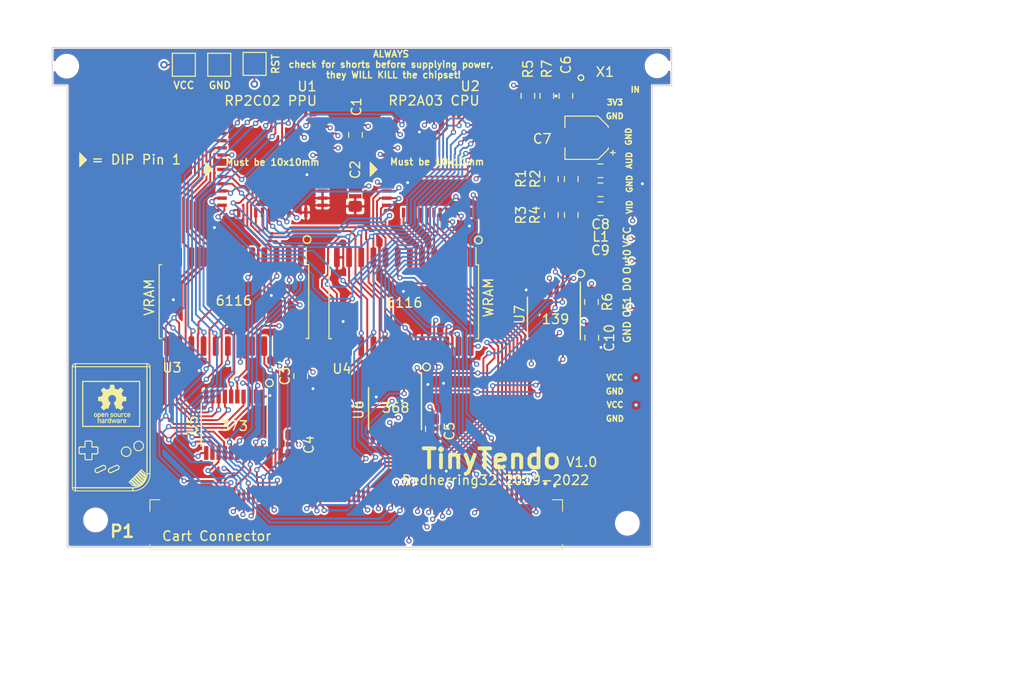
<source format=kicad_pcb>
(kicad_pcb (version 20171130) (host pcbnew "(5.1.10)-1")
  (layers (0 F.Cu signal) (1 In1.Cu signal) (2 In2.Cu signal) (31 B.Cu signal) (34 B.Paste user) (35 F.Paste user) (36 B.SilkS user) (37 F.SilkS user) (38 B.Mask user) (39 F.Mask user) (44 Edge.Cuts user))
  (net 0 "")
  (net 1 /VCC)
  (net 2 /GND)
  (net 3 /SYS-CLK)
  (net 4 /~OE1)
  (net 5 /OUT-0)
  (net 6 /4016-D0)
  (net 7 /~OE2)
  (net 8 /SOUND-1)
  (net 9 /SOUND-2)
  (net 10 /~NMI)
  (net 11 /~IRQ)
  (net 12 /CPU-A8)
  (net 13 /CPU-D2)
  (net 14 /CPU-A9)
  (net 15 /CPU-D1)
  (net 16 /CPU-R~W)
  (net 17 /CPU-D0)
  (net 18 /CPU-A0)
  (net 19 /CPU-A10)
  (net 20 /CPU-A1)
  (net 21 /WRAM-~CE)
  (net 22 /CPU-A2)
  (net 23 /CPU-D7)
  (net 24 /CPU-A3)
  (net 25 /CPU-D6)
  (net 26 /CPU-A4)
  (net 27 /CPU-D5)
  (net 28 /CPU-A5)
  (net 29 /CPU-D4)
  (net 30 /CPU-A6)
  (net 31 /CPU-D3)
  (net 32 /CPU-A7)
  (net 33 /PPU-A7)
  (net 34 /PPU-A0)
  (net 35 /PPU-D7)
  (net 36 /PPU-D0)
  (net 37 /PPU-D5)
  (net 38 /PPU-D2)
  (net 39 /PPU-A5)
  (net 40 /PPU-A2)
  (net 41 /PPU-A3)
  (net 42 /PPU-A4)
  (net 43 /PPU-D3)
  (net 44 /PPU-D4)
  (net 45 /PPU-D1)
  (net 46 /PPU-D6)
  (net 47 /PPU-A1)
  (net 48 /PPU-A6)
  (net 49 /ALE)
  (net 50 /M2)
  (net 51 /CPU-A15)
  (net 52 /PPU-~CE)
  (net 53 /CPU-A14)
  (net 54 /CPU-A13)
  (net 55 /~ROMSEL)
  (net 56 /PPU-A8)
  (net 57 /PPU-A9)
  (net 58 /PPU-~WE)
  (net 59 /PPU-~RD)
  (net 60 /VRAM-A10)
  (net 61 /VRAM-~CE)
  (net 62 /PPU-A10)
  (net 63 /PPU-A11)
  (net 64 /PPU-A12)
  (net 65 /PPU-A13)
  (net 66 /OUT-1)
  (net 67 /OUT-2)
  (net 68 /CPU-A12)
  (net 69 /CPU-A11)
  (net 70 /~RST)
  (net 71 "Net-(U7-Pad7)")
  (net 72 /PPU-~A13)
  (net 73 /SYSTEM-CLK)
  (net 74 "Net-(P1-Pad71)")
  (net 75 /AUDIO)
  (net 76 "Net-(C4-Pad2)")
  (net 77 "Net-(C4-Pad1)")
  (net 78 /VIDEO)
  (net 79 "Net-(U7-Pad12)")
  (net 80 "Net-(U7-Pad1)")
  (net 81 "Net-(U7-Pad10)")
  (net 82 "Net-(U7-Pad6)")
  (net 83 "Net-(P1-Pad70)")
  (net 84 "Net-(P1-Pad55)")
  (net 85 "Net-(P1-Pad54)")
  (net 86 "Net-(P1-Pad53)")
  (net 87 "Net-(P1-Pad52)")
  (net 88 "Net-(P1-Pad51)")
  (net 89 "Net-(P1-Pad35)")
  (net 90 "Net-(P1-Pad34)")
  (net 91 "Net-(P1-Pad20)")
  (net 92 "Net-(P1-Pad19)")
  (net 93 "Net-(P1-Pad18)")
  (net 94 "Net-(P1-Pad17)")
  (net 95 "Net-(P1-Pad16)")
  (net 96 "Net-(U1-Pad5)")
  (net 97 "Net-(U1-Pad7)")
  (net 98 "Net-(U1-Pad9)")
  (net 99 "Net-(U1-Pad13)")
  (net 100 /3V3)
  (module TinyTendo:SolderPad (layer F.Cu) (at 232.068 115.99 270)
    (fp_text reference J6)
    (fp_text value Conn_01x01_Male)
    (pad 1 smd rect (at 0 -1.972 270) (size 1 2) (layers F.Cu F.Paste F.Mask) (net 1 /VCC))
  )
  (module TinyTendo:SolderPad (layer F.Cu) (at 234.06 117.42 90)
    (fp_text reference J2)
    (fp_text value Conn_01x01_Male)
    (pad 1 smd rect (at 0 0 90) (size 1 2) (layers F.Cu F.Paste F.Mask) (net 2 /GND))
  )
  (module TinyTendo:OSHW (layer F.Cu) (at 179.34 115.87)
    (fp_text reference REF** hide)
    (fp_text value OSHW-Logo_3.8x4mm_SilkScreen hide)
  )
  (module TinyTendo:XF3M80151BE (layer F.Cu) (at 204.73 127.25)
    (fp_text reference P1 (at -24.35 1.94) (layer F.SilkS) (effects (font (size 1.27 1.27) (thickness 0.254))))
    (fp_text value "72-Pin Connector" hide)
    (pad MP2 smd rect (at -21.55 1.5) (size 1.8 2.2) (layers F.Cu F.Paste F.Mask))
    (pad MP1 smd rect (at 21.75 1.5) (size 1.8 2.2) (layers F.Cu F.Paste F.Mask))
    (pad 80 smd rect (at -19.65 -1.75) (size 0.3 1.3) (layers F.Cu F.Paste F.Mask))
    (pad 79 smd rect (at -19.15 -1.75) (size 0.3 1.3) (layers F.Cu F.Paste F.Mask))
    (pad 78 smd rect (at -18.65 -1.75) (size 0.3 1.3) (layers F.Cu F.Paste F.Mask))
    (pad 77 smd rect (at -18.15 -1.75) (size 0.3 1.3) (layers F.Cu F.Paste F.Mask))
    (pad 76 smd rect (at -17.65 -1.75) (size 0.3 1.3) (layers F.Cu F.Paste F.Mask))
    (pad 75 smd rect (at -17.15 -1.75) (size 0.3 1.3) (layers F.Cu F.Paste F.Mask))
    (pad 74 smd rect (at -16.65 -1.75) (size 0.3 1.3) (layers F.Cu F.Paste F.Mask))
    (pad 73 smd rect (at -16.15 -1.75) (size 0.3 1.3) (layers F.Cu F.Paste F.Mask))
    (pad 72 smd rect (at -15.65 -1.75) (size 0.3 1.3) (layers F.Cu F.Paste F.Mask) (net 2 /GND))
    (pad 71 smd rect (at -15.15 -1.75) (size 0.3 1.3) (layers F.Cu F.Paste F.Mask) (net 74 "Net-(P1-Pad71)"))
    (pad 70 smd rect (at -14.65 -1.75) (size 0.3 1.3) (layers F.Cu F.Paste F.Mask) (net 83 "Net-(P1-Pad70)"))
    (pad 69 smd rect (at -14.15 -1.75) (size 0.3 1.3) (layers F.Cu F.Paste F.Mask) (net 44 /PPU-D4))
    (pad 68 smd rect (at -13.65 -1.75) (size 0.3 1.3) (layers F.Cu F.Paste F.Mask) (net 37 /PPU-D5))
    (pad 67 smd rect (at -13.15 -1.75) (size 0.3 1.3) (layers F.Cu F.Paste F.Mask) (net 46 /PPU-D6))
    (pad 66 smd rect (at -12.65 -1.75) (size 0.3 1.3) (layers F.Cu F.Paste F.Mask) (net 35 /PPU-D7))
    (pad 65 smd rect (at -12.15 -1.75) (size 0.3 1.3) (layers F.Cu F.Paste F.Mask) (net 65 /PPU-A13))
    (pad 64 smd rect (at -11.65 -1.75) (size 0.3 1.3) (layers F.Cu F.Paste F.Mask) (net 64 /PPU-A12))
    (pad 63 smd rect (at -11.15 -1.75) (size 0.3 1.3) (layers F.Cu F.Paste F.Mask) (net 62 /PPU-A10))
    (pad 62 smd rect (at -10.65 -1.75) (size 0.3 1.3) (layers F.Cu F.Paste F.Mask) (net 63 /PPU-A11))
    (pad 61 smd rect (at -10.15 -1.75) (size 0.3 1.3) (layers F.Cu F.Paste F.Mask) (net 57 /PPU-A9))
    (pad 60 smd rect (at -9.65 -1.75) (size 0.3 1.3) (layers F.Cu F.Paste F.Mask) (net 56 /PPU-A8))
    (pad 59 smd rect (at -9.15 -1.75) (size 0.3 1.3) (layers F.Cu F.Paste F.Mask) (net 33 /PPU-A7))
    (pad 58 smd rect (at -8.65 -1.75) (size 0.3 1.3) (layers F.Cu F.Paste F.Mask) (net 72 /PPU-~A13))
    (pad 57 smd rect (at -8.15 -1.75) (size 0.3 1.3) (layers F.Cu F.Paste F.Mask) (net 61 /VRAM-~CE))
    (pad 56 smd rect (at -7.65 -1.75) (size 0.3 1.3) (layers F.Cu F.Paste F.Mask) (net 58 /PPU-~WE))
    (pad 55 smd rect (at -7.15 -1.75) (size 0.3 1.3) (layers F.Cu F.Paste F.Mask) (net 84 "Net-(P1-Pad55)"))
    (pad 54 smd rect (at -6.65 -1.75) (size 0.3 1.3) (layers F.Cu F.Paste F.Mask) (net 85 "Net-(P1-Pad54)"))
    (pad 53 smd rect (at -6.15 -1.75) (size 0.3 1.3) (layers F.Cu F.Paste F.Mask) (net 86 "Net-(P1-Pad53)"))
    (pad 52 smd rect (at -5.65 -1.75) (size 0.3 1.3) (layers F.Cu F.Paste F.Mask) (net 87 "Net-(P1-Pad52)"))
    (pad 51 smd rect (at -5.15 -1.75) (size 0.3 1.3) (layers F.Cu F.Paste F.Mask) (net 88 "Net-(P1-Pad51)"))
    (pad 50 smd rect (at -4.65 -1.75) (size 0.3 1.3) (layers F.Cu F.Paste F.Mask) (net 55 /~ROMSEL))
    (pad 49 smd rect (at -4.15 -1.75) (size 0.3 1.3) (layers F.Cu F.Paste F.Mask) (net 17 /CPU-D0))
    (pad 48 smd rect (at -3.65 -1.75) (size 0.3 1.3) (layers F.Cu F.Paste F.Mask) (net 15 /CPU-D1))
    (pad 47 smd rect (at -3.15 -1.75) (size 0.3 1.3) (layers F.Cu F.Paste F.Mask) (net 13 /CPU-D2))
    (pad 46 smd rect (at -2.65 -1.75) (size 0.3 1.3) (layers F.Cu F.Paste F.Mask) (net 31 /CPU-D3))
    (pad 45 smd rect (at -2.15 -1.75) (size 0.3 1.3) (layers F.Cu F.Paste F.Mask) (net 29 /CPU-D4))
    (pad 44 smd rect (at -1.65 -1.75) (size 0.3 1.3) (layers F.Cu F.Paste F.Mask) (net 27 /CPU-D5))
    (pad 43 smd rect (at -1.15 -1.75) (size 0.3 1.3) (layers F.Cu F.Paste F.Mask) (net 25 /CPU-D6))
    (pad 42 smd rect (at -0.65 -1.75) (size 0.3 1.3) (layers F.Cu F.Paste F.Mask) (net 23 /CPU-D7))
    (pad 41 smd rect (at -0.15 -1.75) (size 0.3 1.3) (layers F.Cu F.Paste F.Mask) (net 53 /CPU-A14))
    (pad 40 smd rect (at 0.35 -1.75) (size 0.3 1.3) (layers F.Cu F.Paste F.Mask) (net 54 /CPU-A13))
    (pad 39 smd rect (at 0.85 -1.75) (size 0.3 1.3) (layers F.Cu F.Paste F.Mask) (net 68 /CPU-A12))
    (pad 38 smd rect (at 1.35 -1.75) (size 0.3 1.3) (layers F.Cu F.Paste F.Mask) (net 50 /M2))
    (pad 37 smd rect (at 1.85 -1.75) (size 0.3 1.3) (layers F.Cu F.Paste F.Mask) (net 73 /SYSTEM-CLK))
    (pad 36 smd rect (at 2.35 -1.75) (size 0.3 1.3) (layers F.Cu F.Paste F.Mask) (net 1 /VCC))
    (pad 35 smd rect (at 2.85 -1.75) (size 0.3 1.3) (layers F.Cu F.Paste F.Mask) (net 89 "Net-(P1-Pad35)"))
    (pad 34 smd rect (at 3.35 -1.75) (size 0.3 1.3) (layers F.Cu F.Paste F.Mask) (net 90 "Net-(P1-Pad34)"))
    (pad 33 smd rect (at 3.85 -1.75) (size 0.3 1.3) (layers F.Cu F.Paste F.Mask) (net 43 /PPU-D3))
    (pad 32 smd rect (at 4.35 -1.75) (size 0.3 1.3) (layers F.Cu F.Paste F.Mask) (net 38 /PPU-D2))
    (pad 31 smd rect (at 4.85 -1.75) (size 0.3 1.3) (layers F.Cu F.Paste F.Mask) (net 45 /PPU-D1))
    (pad 30 smd rect (at 5.35 -1.75) (size 0.3 1.3) (layers F.Cu F.Paste F.Mask) (net 36 /PPU-D0))
    (pad 29 smd rect (at 5.85 -1.75) (size 0.3 1.3) (layers F.Cu F.Paste F.Mask) (net 34 /PPU-A0))
    (pad 28 smd rect (at 6.35 -1.75) (size 0.3 1.3) (layers F.Cu F.Paste F.Mask) (net 47 /PPU-A1))
    (pad 27 smd rect (at 6.85 -1.75) (size 0.3 1.3) (layers F.Cu F.Paste F.Mask) (net 40 /PPU-A2))
    (pad 26 smd rect (at 7.35 -1.75) (size 0.3 1.3) (layers F.Cu F.Paste F.Mask) (net 41 /PPU-A3))
    (pad 25 smd rect (at 7.85 -1.75) (size 0.3 1.3) (layers F.Cu F.Paste F.Mask) (net 42 /PPU-A4))
    (pad 24 smd rect (at 8.35 -1.75) (size 0.3 1.3) (layers F.Cu F.Paste F.Mask) (net 39 /PPU-A5))
    (pad 23 smd rect (at 8.85 -1.75) (size 0.3 1.3) (layers F.Cu F.Paste F.Mask) (net 48 /PPU-A6))
    (pad 22 smd rect (at 9.35 -1.75) (size 0.3 1.3) (layers F.Cu F.Paste F.Mask) (net 60 /VRAM-A10))
    (pad 21 smd rect (at 9.85 -1.75) (size 0.3 1.3) (layers F.Cu F.Paste F.Mask) (net 59 /PPU-~RD))
    (pad 20 smd rect (at 10.35 -1.75) (size 0.3 1.3) (layers F.Cu F.Paste F.Mask) (net 91 "Net-(P1-Pad20)"))
    (pad 19 smd rect (at 10.85 -1.75) (size 0.3 1.3) (layers F.Cu F.Paste F.Mask) (net 92 "Net-(P1-Pad19)"))
    (pad 18 smd rect (at 11.35 -1.75) (size 0.3 1.3) (layers F.Cu F.Paste F.Mask) (net 93 "Net-(P1-Pad18)"))
    (pad 17 smd rect (at 11.85 -1.75) (size 0.3 1.3) (layers F.Cu F.Paste F.Mask) (net 94 "Net-(P1-Pad17)"))
    (pad 16 smd rect (at 12.35 -1.75) (size 0.3 1.3) (layers F.Cu F.Paste F.Mask) (net 95 "Net-(P1-Pad16)"))
    (pad 15 smd rect (at 12.85 -1.75) (size 0.3 1.3) (layers F.Cu F.Paste F.Mask) (net 11 /~IRQ))
    (pad 14 smd rect (at 13.35 -1.75) (size 0.3 1.3) (layers F.Cu F.Paste F.Mask) (net 16 /CPU-R~W))
    (pad 13 smd rect (at 13.85 -1.75) (size 0.3 1.3) (layers F.Cu F.Paste F.Mask) (net 18 /CPU-A0))
    (pad 12 smd rect (at 14.35 -1.75) (size 0.3 1.3) (layers F.Cu F.Paste F.Mask) (net 20 /CPU-A1))
    (pad 11 smd rect (at 14.85 -1.75) (size 0.3 1.3) (layers F.Cu F.Paste F.Mask) (net 22 /CPU-A2))
    (pad 10 smd rect (at 15.35 -1.75) (size 0.3 1.3) (layers F.Cu F.Paste F.Mask) (net 24 /CPU-A3))
    (pad 9 smd rect (at 15.85 -1.75) (size 0.3 1.3) (layers F.Cu F.Paste F.Mask) (net 26 /CPU-A4))
    (pad 8 smd rect (at 16.35 -1.75) (size 0.3 1.3) (layers F.Cu F.Paste F.Mask) (net 28 /CPU-A5))
    (pad 7 smd rect (at 16.85 -1.75) (size 0.3 1.3) (layers F.Cu F.Paste F.Mask) (net 30 /CPU-A6))
    (pad 6 smd rect (at 17.35 -1.75) (size 0.3 1.3) (layers F.Cu F.Paste F.Mask) (net 32 /CPU-A7))
    (pad 5 smd rect (at 17.85 -1.75) (size 0.3 1.3) (layers F.Cu F.Paste F.Mask) (net 12 /CPU-A8))
    (pad 4 smd rect (at 18.35 -1.75) (size 0.3 1.3) (layers F.Cu F.Paste F.Mask) (net 14 /CPU-A9))
    (pad 3 smd rect (at 18.85 -1.75) (size 0.3 1.3) (layers F.Cu F.Paste F.Mask) (net 19 /CPU-A10))
    (pad 2 smd rect (at 19.35 -1.75) (size 0.3 1.3) (layers F.Cu F.Paste F.Mask) (net 69 /CPU-A11))
    (pad 1 smd rect (at 19.85 -1.75) (size 0.3 1.3) (layers F.Cu F.Paste F.Mask) (net 2 /GND))
  )
  (module TinyTendo:SolderPad (layer F.Cu) (at 234.04 114.57 90)
    (fp_text reference J2)
    (fp_text value Conn_01x01_Male)
    (pad 1 smd rect (at 0 0 90) (size 1 2) (layers F.Cu F.Paste F.Mask) (net 2 /GND))
  )
  (module TinyTendo:SolderPad (layer F.Cu) (at 232.048 113.14 270)
    (fp_text reference J6)
    (fp_text value Conn_01x01_Male)
    (pad 1 smd rect (at 0 -1.972 270) (size 1 2) (layers F.Cu F.Paste F.Mask) (net 1 /VCC))
  )
  (module TestPoint:TestPoint_Pad_2.0x2.0mm (layer F.Cu) (at 194.21 80.33)
    (fp_text reference J5)
    (fp_text value Conn_01x01_Male)
    (pad 1 smd rect (at 0 0.09) (size 2 2) (layers F.Cu F.Mask) (net 70 /~RST))
  )
  (module TestPoint:TestPoint_Pad_2.0x2.0mm (layer F.Cu) (at 186.82 80.42)
    (fp_text reference J4)
    (fp_text value Conn_01x01_Male)
    (pad 1 smd rect (at 0 0) (size 2 2) (layers F.Cu F.Mask) (net 1 /VCC))
  )
  (module TestPoint:TestPoint_Pad_2.0x2.0mm (layer F.Cu) (at 190.52 80.42 90)
    (fp_text reference J3)
    (fp_text value Conn_01x01_Male)
    (pad 1 smd rect (at 0 0 90) (size 2 2) (layers F.Cu F.Mask) (net 2 /GND))
  )
  (module TinyTendo:SolderPad (layer F.Cu) (at 234.04 85.81 90)
    (fp_text reference J2)
    (fp_text value Conn_01x01_Male)
    (pad 1 smd rect (at 0 0 90) (size 1 2) (layers F.Cu F.Paste F.Mask) (net 2 /GND))
  )
  (module TinyTendo:SolderPad (layer F.Cu) (at 234.02 84.36 90)
    (fp_text reference J1)
    (fp_text value Conn_01x01_Male)
    (pad 1 smd rect (at 0 0 90) (size 1 2) (layers F.Cu F.Paste F.Mask) (net 100 /3V3))
  )
  (module Capacitor_SMD:C_0805_2012Metric_Pad1.15x1.40mm_HandSolder (layer F.Cu) (at 226.72 83.6775 270)
    (fp_text reference C6 (at -3.2475 -0.01 90) (layer F.SilkS))
    (fp_text value 0.1uF)
    (pad 2 smd roundrect (at 1.025 0 270) (size 1.15 1.4) (layers F.Cu F.Paste F.Mask) (roundrect_rratio 0.2173904347826087) (net 2 /GND))
    (pad 1 smd roundrect (at -1.025 0 270) (size 1.15 1.4) (layers F.Cu F.Paste F.Mask) (roundrect_rratio 0.2173904347826087) (net 100 /3V3))
  )
  (module "TinyTendo:Cut chip" (layer F.Cu) (at 213.27 90.61)
    (fp_text reference U2 (at 3.46 -7.95) (layer F.SilkS))
    (fp_text value "RP2A03 CPU")
    (pad 35 smd rect (at -5.25 -4.5 270) (size 0.35 1) (layers F.Cu F.Paste F.Mask) (net 7 /~OE2))
    (pad 36 smd rect (at -5.25 -3.75 270) (size 0.35 1) (layers F.Cu F.Paste F.Mask) (net 4 /~OE1))
    (pad 37 smd rect (at -5.251 -3 270) (size 0.35 1) (layers F.Cu F.Paste F.Mask) (net 67 /OUT-2))
    (pad 38 smd rect (at -5.25 -2.25 270) (size 0.35 1) (layers F.Cu F.Paste F.Mask) (net 66 /OUT-1))
    (pad 39 smd rect (at -5.25 -1.5 270) (size 0.35 1) (layers F.Cu F.Paste F.Mask) (net 5 /OUT-0))
    (pad 40 smd rect (at -5.251 -0.75 270) (size 0.35 1) (layers F.Cu F.Paste F.Mask) (net 1 /VCC))
    (pad 1 smd rect (at -5.251 0.75 270) (size 0.35 1) (layers F.Cu F.Paste F.Mask) (net 8 /SOUND-1))
    (pad 2 smd rect (at -5.251 1.501 270) (size 0.35 1) (layers F.Cu F.Paste F.Mask) (net 9 /SOUND-2))
    (pad 3 smd rect (at -5.25 2.25 270) (size 0.35 1) (layers F.Cu F.Paste F.Mask) (net 70 /~RST))
    (pad 4 smd rect (at -5.25 3 270) (size 0.35 1) (layers F.Cu F.Paste F.Mask) (net 18 /CPU-A0))
    (pad 5 smd rect (at -5.25 3.751 270) (size 0.35 1) (layers F.Cu F.Paste F.Mask) (net 20 /CPU-A1))
    (pad 6 smd rect (at -5.25 4.5 270) (size 0.35 1) (layers F.Cu F.Paste F.Mask) (net 22 /CPU-A2))
    (pad 7 smd rect (at -3.5 5.25 180) (size 0.35 1) (layers F.Cu F.Paste F.Mask) (net 24 /CPU-A3))
    (pad 8 smd rect (at -1.725 5.25 180) (size 0.35 1) (layers F.Cu F.Paste F.Mask) (net 26 /CPU-A4))
    (pad 9 smd rect (at -1.025 5.25 180) (size 0.35 1) (layers F.Cu F.Paste F.Mask) (net 28 /CPU-A5))
    (pad 10 smd rect (at -0.325 5.25 180) (size 0.35 1) (layers F.Cu F.Paste F.Mask) (net 30 /CPU-A6))
    (pad 11 smd rect (at 0.325 5.25 180) (size 0.35 1) (layers F.Cu F.Paste F.Mask) (net 32 /CPU-A7))
    (pad 12 smd rect (at 1.025 5.248 180) (size 0.35 1) (layers F.Cu F.Paste F.Mask) (net 12 /CPU-A8))
    (pad 13 smd rect (at 1.725 5.249 180) (size 0.35 1) (layers F.Cu F.Paste F.Mask) (net 14 /CPU-A9))
    (pad 14 smd rect (at 3.5 5.25 180) (size 0.35 1) (layers F.Cu F.Paste F.Mask) (net 19 /CPU-A10))
    (pad 15 smd rect (at 5.25 4.501 90) (size 0.35 1) (layers F.Cu F.Paste F.Mask) (net 69 /CPU-A11))
    (pad 16 smd rect (at 5.251 3.751 90) (size 0.35 1) (layers F.Cu F.Paste F.Mask) (net 68 /CPU-A12))
    (pad 17 smd rect (at 5.25 3 90) (size 0.35 1) (layers F.Cu F.Paste F.Mask) (net 54 /CPU-A13))
    (pad 18 smd rect (at 5.25 2.25 90) (size 0.35 1) (layers F.Cu F.Paste F.Mask) (net 53 /CPU-A14))
    (pad 19 smd rect (at 5.25 1.5 90) (size 0.35 1) (layers F.Cu F.Paste F.Mask) (net 51 /CPU-A15))
    (pad 20 smd rect (at 5.25 0.75 90) (size 0.35 1) (layers F.Cu F.Paste F.Mask) (net 2 /GND))
    (pad 21 smd rect (at 5.249 -0.75 90) (size 0.35 1) (layers F.Cu F.Paste F.Mask) (net 23 /CPU-D7))
    (pad 22 smd rect (at 5.249 -1.5 90) (size 0.35 1) (layers F.Cu F.Paste F.Mask) (net 25 /CPU-D6))
    (pad 23 smd rect (at 5.251 -2.25 90) (size 0.35 1) (layers F.Cu F.Paste F.Mask) (net 27 /CPU-D5))
    (pad 24 smd rect (at 5.25 -3 90) (size 0.35 1) (layers F.Cu F.Paste F.Mask) (net 29 /CPU-D4))
    (pad 25 smd rect (at 5.251 -3.75 90) (size 0.35 1) (layers F.Cu F.Paste F.Mask) (net 31 /CPU-D3))
    (pad 26 smd rect (at 5.249 -4.5 90) (size 0.35 1) (layers F.Cu F.Paste F.Mask) (net 13 /CPU-D2))
    (pad 34 smd rect (at -3.5 -5.253) (size 0.35 1) (layers F.Cu F.Paste F.Mask) (net 16 /CPU-R~W))
    (pad 27 smd rect (at 3.5 -5.25) (size 0.35 1) (layers F.Cu F.Paste F.Mask) (net 15 /CPU-D1))
    (pad 28 smd rect (at 1.726 -5.25) (size 0.35 1) (layers F.Cu F.Paste F.Mask) (net 17 /CPU-D0))
    (pad 29 smd rect (at 1.025 -5.251) (size 0.35 1) (layers F.Cu F.Paste F.Mask) (net 3 /SYS-CLK))
    (pad 30 smd rect (at 0.325 -5.25) (size 0.35 1) (layers F.Cu F.Paste F.Mask) (net 2 /GND))
    (pad 31 smd rect (at -0.325 -5.25) (size 0.35 1) (layers F.Cu F.Paste F.Mask) (net 50 /M2))
    (pad 32 smd rect (at -1.024 -5.249) (size 0.35 1) (layers F.Cu F.Paste F.Mask) (net 11 /~IRQ))
    (pad 33 smd rect (at -1.725 -5.251) (size 0.35 1) (layers F.Cu F.Paste F.Mask) (net 10 /~NMI))
  )
  (module Resistor_SMD:R_0805_2012Metric_Pad1.15x1.40mm_HandSolder (layer F.Cu) (at 229.4 105.215 270)
    (fp_text reference R6 (at 0 -1.65 90) (layer F.SilkS))
    (fp_text value 10K)
    (pad 2 smd roundrect (at 1.025 0 270) (size 1.15 1.4) (layers F.Cu F.Paste F.Mask) (roundrect_rratio 0.2173904347826087) (net 6 /4016-D0))
    (pad 1 smd roundrect (at -1.025 0 270) (size 1.15 1.4) (layers F.Cu F.Paste F.Mask) (roundrect_rratio 0.2173904347826087) (net 1 /VCC))
  )
  (module Resistor_SMD:R_0805_2012Metric_Pad1.15x1.40mm_HandSolder (layer F.Cu) (at 224.74 83.675 270)
    (fp_text reference R7 (at -2.815 0.01 90) (layer F.SilkS))
    (fp_text value 10K)
    (pad 2 smd roundrect (at 1.025 0 270) (size 1.15 1.4) (layers F.Cu F.Paste F.Mask) (roundrect_rratio 0.2173904347826087) (net 10 /~NMI))
    (pad 1 smd roundrect (at -1.025 0 270) (size 1.15 1.4) (layers F.Cu F.Paste F.Mask) (roundrect_rratio 0.2173904347826087) (net 1 /VCC))
  )
  (module Resistor_SMD:R_0805_2012Metric_Pad1.15x1.40mm_HandSolder (layer F.Cu) (at 222.76 83.675 270)
    (fp_text reference R5 (at -2.805 -0.01 90) (layer F.SilkS))
    (fp_text value 10K)
    (pad 2 smd roundrect (at 1.025 0 270) (size 1.15 1.4) (layers F.Cu F.Paste F.Mask) (roundrect_rratio 0.2173904347826087) (net 11 /~IRQ))
    (pad 1 smd roundrect (at -1.025 0 270) (size 1.15 1.4) (layers F.Cu F.Paste F.Mask) (roundrect_rratio 0.2173904347826087) (net 1 /VCC))
  )
  (module TinyTendo:Oscillator (layer F.Cu) (at 229 83.48 270)
    (fp_text reference X1 (at -2.31 -1.81) (layer F.SilkS))
    (fp_text value SG-8018CG-TJHPAB)
    (pad 2 smd rect (at 1.05 0.65 270) (size 1.1 0.9) (layers F.Cu F.Paste F.Mask) (net 2 /GND))
    (pad 1 smd rect (at -0.65 0.65 270) (size 1.1 0.9) (layers F.Cu F.Paste F.Mask) (net 100 /3V3))
    (pad 3 smd rect (at 1.05 -0.65 270) (size 1.1 0.9) (layers F.Cu F.Paste F.Mask) (net 3 /SYS-CLK))
    (pad 4 smd rect (at -0.65 -0.65 270) (size 1.1 0.9) (layers F.Cu F.Paste F.Mask) (net 100 /3V3))
  )
  (module "TinyTendo:Cut chip" (layer F.Cu) (at 196.06 90.61)
    (fp_text reference U1 (at 3.63 -7.92) (layer F.SilkS))
    (fp_text value "RP2C02 PPU")
    (pad 35 smd rect (at -5.25 -4.5 270) (size 0.35 1) (layers F.Cu F.Paste F.Mask) (net 43 /PPU-D3))
    (pad 36 smd rect (at -5.25 -3.75 270) (size 0.35 1) (layers F.Cu F.Paste F.Mask) (net 38 /PPU-D2))
    (pad 37 smd rect (at -5.251 -3 270) (size 0.35 1) (layers F.Cu F.Paste F.Mask) (net 45 /PPU-D1))
    (pad 38 smd rect (at -5.25 -2.25 270) (size 0.35 1) (layers F.Cu F.Paste F.Mask) (net 36 /PPU-D0))
    (pad 39 smd rect (at -5.25 -1.5 270) (size 0.35 1) (layers F.Cu F.Paste F.Mask) (net 49 /ALE))
    (pad 40 smd rect (at -5.251 -0.75 270) (size 0.35 1) (layers F.Cu F.Paste F.Mask) (net 1 /VCC))
    (pad 1 smd rect (at -5.251 0.75 270) (size 0.35 1) (layers F.Cu F.Paste F.Mask) (net 16 /CPU-R~W))
    (pad 2 smd rect (at -5.251 1.501 270) (size 0.35 1) (layers F.Cu F.Paste F.Mask) (net 17 /CPU-D0))
    (pad 3 smd rect (at -5.25 2.25 270) (size 0.35 1) (layers F.Cu F.Paste F.Mask) (net 15 /CPU-D1))
    (pad 4 smd rect (at -5.25 3 270) (size 0.35 1) (layers F.Cu F.Paste F.Mask) (net 13 /CPU-D2))
    (pad 5 smd rect (at -5.25 3.751 270) (size 0.35 1) (layers F.Cu F.Paste F.Mask) (net 31 /CPU-D3))
    (pad 6 smd rect (at -5.25 4.5 270) (size 0.35 1) (layers F.Cu F.Paste F.Mask) (net 29 /CPU-D4))
    (pad 7 smd rect (at -3.5 5.25 180) (size 0.35 1) (layers F.Cu F.Paste F.Mask) (net 27 /CPU-D5))
    (pad 8 smd rect (at -1.725 5.25 180) (size 0.35 1) (layers F.Cu F.Paste F.Mask) (net 25 /CPU-D6))
    (pad 9 smd rect (at -1.025 5.25 180) (size 0.35 1) (layers F.Cu F.Paste F.Mask) (net 23 /CPU-D7))
    (pad 10 smd rect (at -0.325 5.25 180) (size 0.35 1) (layers F.Cu F.Paste F.Mask) (net 22 /CPU-A2))
    (pad 11 smd rect (at 0.325 5.25 180) (size 0.35 1) (layers F.Cu F.Paste F.Mask) (net 20 /CPU-A1))
    (pad 12 smd rect (at 1.025 5.248 180) (size 0.35 1) (layers F.Cu F.Paste F.Mask) (net 18 /CPU-A0))
    (pad 13 smd rect (at 1.725 5.249 180) (size 0.35 1) (layers F.Cu F.Paste F.Mask) (net 52 /PPU-~CE))
    (pad 14 smd rect (at 3.5 5.25 180) (size 0.35 1) (layers F.Cu F.Paste F.Mask) (net 2 /GND))
    (pad 15 smd rect (at 5.25 4.501 90) (size 0.35 1) (layers F.Cu F.Paste F.Mask) (net 2 /GND))
    (pad 16 smd rect (at 5.251 3.751 90) (size 0.35 1) (layers F.Cu F.Paste F.Mask) (net 2 /GND))
    (pad 17 smd rect (at 5.25 3 90) (size 0.35 1) (layers F.Cu F.Paste F.Mask) (net 2 /GND))
    (pad 18 smd rect (at 5.25 2.25 90) (size 0.35 1) (layers F.Cu F.Paste F.Mask) (net 3 /SYS-CLK))
    (pad 19 smd rect (at 5.25 1.5 90) (size 0.35 1) (layers F.Cu F.Paste F.Mask) (net 10 /~NMI))
    (pad 20 smd rect (at 5.25 0.75 90) (size 0.35 1) (layers F.Cu F.Paste F.Mask) (net 2 /GND))
    (pad 21 smd rect (at 5.249 -0.75 90) (size 0.35 1) (layers F.Cu F.Paste F.Mask) (net 78 /VIDEO))
    (pad 22 smd rect (at 5.249 -1.5 90) (size 0.35 1) (layers F.Cu F.Paste F.Mask) (net 1 /VCC))
    (pad 23 smd rect (at 5.251 -2.25 90) (size 0.35 1) (layers F.Cu F.Paste F.Mask) (net 58 /PPU-~WE))
    (pad 24 smd rect (at 5.25 -3 90) (size 0.35 1) (layers F.Cu F.Paste F.Mask) (net 59 /PPU-~RD))
    (pad 25 smd rect (at 5.251 -3.75 90) (size 0.35 1) (layers F.Cu F.Paste F.Mask) (net 65 /PPU-A13))
    (pad 26 smd rect (at 5.249 -4.5 90) (size 0.35 1) (layers F.Cu F.Paste F.Mask) (net 64 /PPU-A12))
    (pad 34 smd rect (at -3.5 -5.253) (size 0.35 1) (layers F.Cu F.Paste F.Mask) (net 44 /PPU-D4))
    (pad 27 smd rect (at 3.5 -5.25) (size 0.35 1) (layers F.Cu F.Paste F.Mask) (net 63 /PPU-A11))
    (pad 28 smd rect (at 1.726 -5.25) (size 0.35 1) (layers F.Cu F.Paste F.Mask) (net 62 /PPU-A10))
    (pad 29 smd rect (at 1.025 -5.251) (size 0.35 1) (layers F.Cu F.Paste F.Mask) (net 57 /PPU-A9))
    (pad 30 smd rect (at 0.325 -5.25) (size 0.35 1) (layers F.Cu F.Paste F.Mask) (net 56 /PPU-A8))
    (pad 31 smd rect (at -0.325 -5.25) (size 0.35 1) (layers F.Cu F.Paste F.Mask) (net 35 /PPU-D7))
    (pad 32 smd rect (at -1.024 -5.249) (size 0.35 1) (layers F.Cu F.Paste F.Mask) (net 46 /PPU-D6))
    (pad 33 smd rect (at -1.725 -5.251) (size 0.35 1) (layers F.Cu F.Paste F.Mask) (net 37 /PPU-D5))
  )
  (module TinyTendo:SolderPad (layer F.Cu) (at 234.54 96.628 180)
    (fp_text reference J6)
    (fp_text value Conn_01x01_Male)
    (pad 1 smd rect (at 0 -1.972 180) (size 1 2) (layers F.Cu F.Paste F.Mask) (net 1 /VCC))
  )
  (module TinyTendo:SolderPad (layer F.Cu) (at 234.548 106.308 180)
    (fp_text reference J6)
    (fp_text value Conn_01x01_Male)
    (pad 1 smd rect (at 0 -1.972 180) (size 1 2) (layers F.Cu F.Paste F.Mask) (net 2 /GND))
  )
  (module Package_SO:SOIC-24W_7.5x15.4mm_P1.27mm (layer F.Cu) (at 192.055 105.18 270)
    (fp_text reference U3 (at 6.9 6.465 180) (layer F.SilkS))
    (fp_text value "6116 (VRAM)")
    (pad 24 smd roundrect (at 4.65 -6.985 270) (size 2.05 0.6) (layers F.Cu F.Paste F.Mask) (net 1 /VCC))
    (pad 23 smd roundrect (at 4.65 -5.715 270) (size 2.05 0.6) (layers F.Cu F.Paste F.Mask) (net 56 /PPU-A8))
    (pad 22 smd roundrect (at 4.65 -4.445 270) (size 2.05 0.6) (layers F.Cu F.Paste F.Mask) (net 57 /PPU-A9))
    (pad 21 smd roundrect (at 4.65 -3.175 270) (size 2.05 0.6) (layers F.Cu F.Paste F.Mask) (net 58 /PPU-~WE))
    (pad 20 smd roundrect (at 4.65 -1.905 270) (size 2.05 0.6) (layers F.Cu F.Paste F.Mask) (net 59 /PPU-~RD))
    (pad 19 smd roundrect (at 4.65 -0.635 270) (size 2.05 0.6) (layers F.Cu F.Paste F.Mask) (net 60 /VRAM-A10))
    (pad 18 smd roundrect (at 4.65 0.635 270) (size 2.05 0.6) (layers F.Cu F.Paste F.Mask) (net 61 /VRAM-~CE))
    (pad 17 smd roundrect (at 4.65 1.905 270) (size 2.05 0.6) (layers F.Cu F.Paste F.Mask) (net 35 /PPU-D7))
    (pad 16 smd roundrect (at 4.65 3.175 270) (size 2.05 0.6) (layers F.Cu F.Paste F.Mask) (net 46 /PPU-D6))
    (pad 15 smd roundrect (at 4.65 4.445 270) (size 2.05 0.6) (layers F.Cu F.Paste F.Mask) (net 37 /PPU-D5))
    (pad 14 smd roundrect (at 4.65 5.715 270) (size 2.05 0.6) (layers F.Cu F.Paste F.Mask) (net 44 /PPU-D4))
    (pad 13 smd roundrect (at 4.65 6.985 270) (size 2.05 0.6) (layers F.Cu F.Paste F.Mask) (net 43 /PPU-D3))
    (pad 12 smd roundrect (at -4.65 6.985 270) (size 2.05 0.6) (layers F.Cu F.Paste F.Mask) (net 2 /GND))
    (pad 11 smd roundrect (at -4.65 5.715 270) (size 2.05 0.6) (layers F.Cu F.Paste F.Mask) (net 38 /PPU-D2))
    (pad 10 smd roundrect (at -4.65 4.445 270) (size 2.05 0.6) (layers F.Cu F.Paste F.Mask) (net 45 /PPU-D1))
    (pad 9 smd roundrect (at -4.65 3.175 270) (size 2.05 0.6) (layers F.Cu F.Paste F.Mask) (net 36 /PPU-D0))
    (pad 8 smd roundrect (at -4.65 1.905 270) (size 2.05 0.6) (layers F.Cu F.Paste F.Mask) (net 34 /PPU-A0))
    (pad 7 smd roundrect (at -4.65 0.635 270) (size 2.05 0.6) (layers F.Cu F.Paste F.Mask) (net 47 /PPU-A1))
    (pad 6 smd roundrect (at -4.65 -0.635 270) (size 2.05 0.6) (layers F.Cu F.Paste F.Mask) (net 40 /PPU-A2))
    (pad 5 smd roundrect (at -4.65 -1.905 270) (size 2.05 0.6) (layers F.Cu F.Paste F.Mask) (net 41 /PPU-A3))
    (pad 4 smd roundrect (at -4.65 -3.175 270) (size 2.05 0.6) (layers F.Cu F.Paste F.Mask) (net 42 /PPU-A4))
    (pad 3 smd roundrect (at -4.65 -4.445 270) (size 2.05 0.6) (layers F.Cu F.Paste F.Mask) (net 39 /PPU-A5))
    (pad 2 smd roundrect (at -4.65 -5.715 270) (size 2.05 0.6) (layers F.Cu F.Paste F.Mask) (net 48 /PPU-A6))
    (pad 1 smd roundrect (at -4.65 -6.985 270) (size 2.05 0.6) (layers F.Cu F.Paste F.Mask) (net 33 /PPU-A7))
  )
  (module Package_SO:TSSOP-20_4.4x6.5mm_P0.65mm (layer F.Cu) (at 192.085 118.05 270)
    (fp_text reference U5 (at 0.02 4.355 90) (layer F.SilkS))
    (fp_text value 74HC373)
    (pad 20 smd rect (at 2.95 -2.925 270) (size 1.45 0.45) (layers F.Cu F.Paste F.Mask) (net 1 /VCC))
    (pad 19 smd rect (at 2.95 -2.275 270) (size 1.45 0.45) (layers F.Cu F.Paste F.Mask) (net 33 /PPU-A7))
    (pad 18 smd rect (at 2.95 -1.625 270) (size 1.45 0.45) (layers F.Cu F.Paste F.Mask) (net 35 /PPU-D7))
    (pad 17 smd rect (at 2.95 -0.975 270) (size 1.45 0.45) (layers F.Cu F.Paste F.Mask) (net 37 /PPU-D5))
    (pad 16 smd rect (at 2.95 -0.325 270) (size 1.45 0.45) (layers F.Cu F.Paste F.Mask) (net 39 /PPU-A5))
    (pad 15 smd rect (at 2.95 0.325 270) (size 1.45 0.45) (layers F.Cu F.Paste F.Mask) (net 41 /PPU-A3))
    (pad 14 smd rect (at 2.95 0.975 270) (size 1.45 0.45) (layers F.Cu F.Paste F.Mask) (net 43 /PPU-D3))
    (pad 13 smd rect (at 2.95 1.625 270) (size 1.45 0.45) (layers F.Cu F.Paste F.Mask) (net 45 /PPU-D1))
    (pad 12 smd rect (at 2.95 2.275 270) (size 1.45 0.45) (layers F.Cu F.Paste F.Mask) (net 47 /PPU-A1))
    (pad 11 smd rect (at 2.95 2.925 270) (size 1.45 0.45) (layers F.Cu F.Paste F.Mask) (net 49 /ALE))
    (pad 10 smd rect (at -2.95 2.925 270) (size 1.45 0.45) (layers F.Cu F.Paste F.Mask) (net 2 /GND))
    (pad 9 smd rect (at -2.95 2.275 270) (size 1.45 0.45) (layers F.Cu F.Paste F.Mask) (net 34 /PPU-A0))
    (pad 8 smd rect (at -2.95 1.625 270) (size 1.45 0.45) (layers F.Cu F.Paste F.Mask) (net 36 /PPU-D0))
    (pad 7 smd rect (at -2.95 0.975 270) (size 1.45 0.45) (layers F.Cu F.Paste F.Mask) (net 38 /PPU-D2))
    (pad 6 smd rect (at -2.95 0.325 270) (size 1.45 0.45) (layers F.Cu F.Paste F.Mask) (net 40 /PPU-A2))
    (pad 5 smd rect (at -2.95 -0.325 270) (size 1.45 0.45) (layers F.Cu F.Paste F.Mask) (net 42 /PPU-A4))
    (pad 4 smd rect (at -2.95 -0.975 270) (size 1.45 0.45) (layers F.Cu F.Paste F.Mask) (net 44 /PPU-D4))
    (pad 3 smd rect (at -2.95 -1.625 270) (size 1.45 0.45) (layers F.Cu F.Paste F.Mask) (net 46 /PPU-D6))
    (pad 2 smd rect (at -2.95 -2.275 270) (size 1.45 0.45) (layers F.Cu F.Paste F.Mask) (net 48 /PPU-A6))
    (pad 1 smd rect (at -2.95 -2.925 270) (size 1.45 0.45) (layers F.Cu F.Paste F.Mask) (net 2 /GND))
  )
  (module Package_SO:SOIC-24W_7.5x15.4mm_P1.27mm (layer F.Cu) (at 209.795 105.2 270)
    (fp_text reference U4 (at 7 6.455 180) (layer F.SilkS))
    (fp_text value "6116 (WRAM)")
    (pad 24 smd roundrect (at 4.65 -6.985 270) (size 2.05 0.6) (layers F.Cu F.Paste F.Mask) (net 1 /VCC))
    (pad 23 smd roundrect (at 4.65 -5.715 270) (size 2.05 0.6) (layers F.Cu F.Paste F.Mask) (net 12 /CPU-A8))
    (pad 22 smd roundrect (at 4.65 -4.445 270) (size 2.05 0.6) (layers F.Cu F.Paste F.Mask) (net 14 /CPU-A9))
    (pad 21 smd roundrect (at 4.65 -3.175 270) (size 2.05 0.6) (layers F.Cu F.Paste F.Mask) (net 16 /CPU-R~W))
    (pad 20 smd roundrect (at 4.65 -1.905 270) (size 2.05 0.6) (layers F.Cu F.Paste F.Mask) (net 2 /GND))
    (pad 19 smd roundrect (at 4.65 -0.635 270) (size 2.05 0.6) (layers F.Cu F.Paste F.Mask) (net 19 /CPU-A10))
    (pad 18 smd roundrect (at 4.65 0.635 270) (size 2.05 0.6) (layers F.Cu F.Paste F.Mask) (net 21 /WRAM-~CE))
    (pad 17 smd roundrect (at 4.65 1.905 270) (size 2.05 0.6) (layers F.Cu F.Paste F.Mask) (net 23 /CPU-D7))
    (pad 16 smd roundrect (at 4.65 3.175 270) (size 2.05 0.6) (layers F.Cu F.Paste F.Mask) (net 25 /CPU-D6))
    (pad 15 smd roundrect (at 4.65 4.445 270) (size 2.05 0.6) (layers F.Cu F.Paste F.Mask) (net 27 /CPU-D5))
    (pad 14 smd roundrect (at 4.65 5.715 270) (size 2.05 0.6) (layers F.Cu F.Paste F.Mask) (net 29 /CPU-D4))
    (pad 13 smd roundrect (at 4.65 6.985 270) (size 2.05 0.6) (layers F.Cu F.Paste F.Mask) (net 31 /CPU-D3))
    (pad 12 smd roundrect (at -4.65 6.985 270) (size 2.05 0.6) (layers F.Cu F.Paste F.Mask) (net 2 /GND))
    (pad 11 smd roundrect (at -4.65 5.715 270) (size 2.05 0.6) (layers F.Cu F.Paste F.Mask) (net 13 /CPU-D2))
    (pad 10 smd roundrect (at -4.65 4.445 270) (size 2.05 0.6) (layers F.Cu F.Paste F.Mask) (net 15 /CPU-D1))
    (pad 9 smd roundrect (at -4.65 3.175 270) (size 2.05 0.6) (layers F.Cu F.Paste F.Mask) (net 17 /CPU-D0))
    (pad 8 smd roundrect (at -4.65 1.905 270) (size 2.05 0.6) (layers F.Cu F.Paste F.Mask) (net 18 /CPU-A0))
    (pad 7 smd roundrect (at -4.65 0.635 270) (size 2.05 0.6) (layers F.Cu F.Paste F.Mask) (net 20 /CPU-A1))
    (pad 6 smd roundrect (at -4.65 -0.635 270) (size 2.05 0.6) (layers F.Cu F.Paste F.Mask) (net 22 /CPU-A2))
    (pad 5 smd roundrect (at -4.65 -1.905 270) (size 2.05 0.6) (layers F.Cu F.Paste F.Mask) (net 24 /CPU-A3))
    (pad 4 smd roundrect (at -4.65 -3.175 270) (size 2.05 0.6) (layers F.Cu F.Paste F.Mask) (net 26 /CPU-A4))
    (pad 3 smd roundrect (at -4.65 -4.445 270) (size 2.05 0.6) (layers F.Cu F.Paste F.Mask) (net 28 /CPU-A5))
    (pad 2 smd roundrect (at -4.65 -5.715 270) (size 2.05 0.6) (layers F.Cu F.Paste F.Mask) (net 30 /CPU-A6))
    (pad 1 smd roundrect (at -4.65 -6.985 270) (size 2.05 0.6) (layers F.Cu F.Paste F.Mask) (net 32 /CPU-A7))
  )
  (module TinyTendo:SolderPad (layer F.Cu) (at 234.54 87.92)
    (fp_text reference J7)
    (fp_text value Conn_01x01_Male)
    (pad 1 smd rect (at 0 0.03) (size 1 2) (layers F.Cu F.Paste F.Mask) (net 2 /GND))
  )
  (module TinyTendo:SolderPad (layer F.Cu) (at 234.54 92.86)
    (fp_text reference J7)
    (fp_text value Conn_01x01_Male)
    (pad 1 smd rect (at 0 0.03) (size 1 2) (layers F.Cu F.Paste F.Mask) (net 2 /GND))
  )
  (module Resistor_SMD:R_0805_2012Metric_Pad1.15x1.40mm_HandSolder (layer F.Cu) (at 227.29 96.13 270)
    (fp_text reference R4 (at -0.01 3.79 90) (layer F.SilkS))
    (fp_text value 100)
    (pad 2 smd roundrect (at 1.025 0 270) (size 1.15 1.4) (layers F.Cu F.Paste F.Mask) (roundrect_rratio 0.2173904347826087) (net 9 /SOUND-2))
    (pad 1 smd roundrect (at -1.025 0 270) (size 1.15 1.4) (layers F.Cu F.Paste F.Mask) (roundrect_rratio 0.2173904347826087) (net 76 "Net-(C4-Pad2)"))
  )
  (module Resistor_SMD:R_0805_2012Metric_Pad1.15x1.40mm_HandSolder (layer F.Cu) (at 225.21 96.125 270)
    (fp_text reference R3 (at 0.015 3.18 90) (layer F.SilkS))
    (fp_text value 200)
    (pad 2 smd roundrect (at 1.025 0 270) (size 1.15 1.4) (layers F.Cu F.Paste F.Mask) (roundrect_rratio 0.2173904347826087) (net 8 /SOUND-1))
    (pad 1 smd roundrect (at -1.025 0 270) (size 1.15 1.4) (layers F.Cu F.Paste F.Mask) (roundrect_rratio 0.2173904347826087) (net 76 "Net-(C4-Pad2)"))
  )
  (module Resistor_SMD:R_0805_2012Metric_Pad1.15x1.40mm_HandSolder (layer F.Cu) (at 227.29 92.375 270)
    (fp_text reference R2 (at -0.025 3.76 90) (layer F.SilkS))
    (fp_text value 160)
    (pad 2 smd roundrect (at 1.025 0 270) (size 1.15 1.4) (layers F.Cu F.Paste F.Mask) (roundrect_rratio 0.2173904347826087) (net 9 /SOUND-2))
    (pad 1 smd roundrect (at -1.025 0 270) (size 1.15 1.4) (layers F.Cu F.Paste F.Mask) (roundrect_rratio 0.2173904347826087) (net 2 /GND))
  )
  (module Resistor_SMD:R_0805_2012Metric_Pad1.15x1.40mm_HandSolder (layer F.Cu) (at 225.21 92.365 270)
    (fp_text reference R1 (at -0.045 3.18 90) (layer F.SilkS))
    (fp_text value 160)
    (pad 2 smd roundrect (at 1.025 0 270) (size 1.15 1.4) (layers F.Cu F.Paste F.Mask) (roundrect_rratio 0.2173904347826087) (net 8 /SOUND-1))
    (pad 1 smd roundrect (at -1.025 0 270) (size 1.15 1.4) (layers F.Cu F.Paste F.Mask) (roundrect_rratio 0.2173904347826087) (net 2 /GND))
  )
  (module Inductor_SMD:L_0805_2012Metric_Pad1.15x1.40mm_HandSolder (layer F.Cu) (at 230.345 93.49 180)
    (fp_text reference L1 (at -0.025 -4.9) (layer F.SilkS))
    (fp_text value 39u)
    (pad 2 smd roundrect (at 1.025 0 180) (size 1.15 1.4) (layers F.Cu F.Paste F.Mask) (roundrect_rratio 0.2173904347826087) (net 75 /AUDIO))
    (pad 1 smd roundrect (at -1.025 0 180) (size 1.15 1.4) (layers F.Cu F.Paste F.Mask) (roundrect_rratio 0.2173904347826087) (net 77 "Net-(C4-Pad1)"))
  )
  (module TinyTendo:SolderPad (layer F.Cu) (at 234.54 95.35 180)
    (fp_text reference J9)
    (fp_text value Conn_01x01_Male)
    (pad 1 smd rect (at 0 0 180) (size 1 2) (layers F.Cu F.Paste F.Mask) (net 78 /VIDEO))
  )
  (module TinyTendo:SolderPad (layer F.Cu) (at 234.54 90.4 180)
    (fp_text reference J8)
    (fp_text value Conn_01x01_Male)
    (pad 1 smd rect (at 0 0 180) (size 1 2) (layers F.Cu F.Paste F.Mask) (net 75 /AUDIO))
  )
  (module Capacitor_SMD:C_0805_2012Metric_Pad1.15x1.40mm_HandSolder (layer F.Cu) (at 229.43 108.95 90)
    (fp_text reference C10 (at -0.02 1.84 90) (layer F.SilkS))
    (fp_text value 10nF)
    (pad 2 smd roundrect (at 1.025 0 90) (size 1.15 1.4) (layers F.Cu F.Paste F.Mask) (roundrect_rratio 0.2173904347826087) (net 1 /VCC))
    (pad 1 smd roundrect (at -1.025 0 90) (size 1.15 1.4) (layers F.Cu F.Paste F.Mask) (roundrect_rratio 0.2173904347826087) (net 2 /GND))
  )
  (module Capacitor_SMD:C_0805_2012Metric_Pad1.15x1.40mm_HandSolder (layer F.Cu) (at 204.75 87.75 90)
    (fp_text reference C1 (at 2.935 0.1 90) (layer F.SilkS))
    (fp_text value 10nF)
    (pad 2 smd roundrect (at 1.025 0 90) (size 1.15 1.4) (layers F.Cu F.Paste F.Mask) (roundrect_rratio 0.2173904347826087) (net 1 /VCC))
    (pad 1 smd roundrect (at -1.025 0 90) (size 1.15 1.4) (layers F.Cu F.Paste F.Mask) (roundrect_rratio 0.2173904347826087) (net 2 /GND))
  )
  (module Capacitor_SMD:C_0805_2012Metric_Pad1.15x1.40mm_HandSolder (layer F.Cu) (at 204.72 94.195 90)
    (fp_text reference C2 (at 2.805 0 90) (layer F.SilkS))
    (fp_text value 10nF)
    (pad 1 smd roundrect (at -1.025 0 90) (size 1.15 1.4) (layers F.Cu F.Paste F.Mask) (roundrect_rratio 0.2173904347826087) (net 2 /GND))
    (pad 2 smd roundrect (at 1.025 0.03 90) (size 1.15 1.4) (layers F.Cu F.Paste F.Mask) (roundrect_rratio 0.217) (net 1 /VCC))
  )
  (module Capacitor_SMD:C_0805_2012Metric_Pad1.15x1.40mm_HandSolder (layer F.Cu) (at 230.35 95.47)
    (fp_text reference C9 (at -0.01 4.35) (layer F.SilkS))
    (fp_text value 10nF)
    (pad 2 smd roundrect (at 1.025 0) (size 1.15 1.4) (layers F.Cu F.Paste F.Mask) (roundrect_rratio 0.2173904347826087) (net 2 /GND))
    (pad 1 smd roundrect (at -1.025 0) (size 1.15 1.4) (layers F.Cu F.Paste F.Mask) (roundrect_rratio 0.2173904347826087) (net 75 /AUDIO))
  )
  (module Capacitor_SMD:C_0805_2012Metric_Pad1.15x1.40mm_HandSolder (layer F.Cu) (at 230.335 91.51)
    (fp_text reference C8 (at 0.015 5.59 180) (layer F.SilkS))
    (fp_text value 220pF)
    (pad 2 smd roundrect (at 1.025 0) (size 1.15 1.4) (layers F.Cu F.Paste F.Mask) (roundrect_rratio 0.2173904347826087) (net 77 "Net-(C4-Pad1)"))
    (pad 1 smd roundrect (at -1.025 0) (size 1.15 1.4) (layers F.Cu F.Paste F.Mask) (roundrect_rratio 0.2173904347826087) (net 2 /GND))
  )
  (module Capacitor_SMD:CP_Elec_4x5.3 (layer F.Cu) (at 228.89 88.05 180)
    (fp_text reference C7 (at 4.63 -0.11 180) (layer F.SilkS))
    (fp_text value 1uF)
    (pad 2 smd roundrect (at 1.8 0 180) (size 2.6 1.6) (layers F.Cu F.Paste F.Mask) (roundrect_rratio 0.15625) (net 76 "Net-(C4-Pad2)"))
    (pad 1 smd roundrect (at -1.8 0 180) (size 2.6 1.6) (layers F.Cu F.Paste F.Mask) (roundrect_rratio 0.15625) (net 77 "Net-(C4-Pad1)"))
  )
  (module Capacitor_SMD:C_0805_2012Metric_Pad1.15x1.40mm_HandSolder (layer F.Cu) (at 199.03 112.965 90)
    (fp_text reference C3 (at 0 -1.65 90) (layer F.SilkS))
    (fp_text value 10nF)
    (pad 2 smd roundrect (at 1.025 0 90) (size 1.15 1.4) (layers F.Cu F.Paste F.Mask) (roundrect_rratio 0.2173904347826087) (net 1 /VCC))
    (pad 1 smd roundrect (at -1.025 0 90) (size 1.15 1.4) (layers F.Cu F.Paste F.Mask) (roundrect_rratio 0.2173904347826087) (net 2 /GND))
  )
  (module Capacitor_SMD:C_0805_2012Metric_Pad1.15x1.40mm_HandSolder (layer F.Cu) (at 212.78 118.48 90)
    (fp_text reference C5 (at -0.24 1.79 90) (layer F.SilkS))
    (fp_text value 10nF)
    (pad 2 smd roundrect (at 1.025 0 90) (size 1.15 1.4) (layers F.Cu F.Paste F.Mask) (roundrect_rratio 0.2173904347826087) (net 1 /VCC))
    (pad 1 smd roundrect (at -1.025 0 90) (size 1.15 1.4) (layers F.Cu F.Paste F.Mask) (roundrect_rratio 0.2173904347826087) (net 2 /GND))
  )
  (module Capacitor_SMD:C_0805_2012Metric_Pad1.15x1.40mm_HandSolder (layer F.Cu) (at 198.12 120.13 90)
    (fp_text reference C4 (at 0 1.76 90) (layer F.SilkS))
    (fp_text value 10nF)
    (pad 2 smd roundrect (at 1.025 0 90) (size 1.15 1.4) (layers F.Cu F.Paste F.Mask) (roundrect_rratio 0.2173904347826087) (net 1 /VCC))
    (pad 1 smd roundrect (at -1.025 0 90) (size 1.15 1.4) (layers F.Cu F.Paste F.Mask) (roundrect_rratio 0.2173904347826087) (net 2 /GND))
  )
  (module Package_SO:TSSOP-16_4.4x5mm_P0.65mm (layer F.Cu) (at 225.435 106.92 270)
    (fp_text reference U7 (at -0.39 3.545 90) (layer F.SilkS))
    (fp_text value 74HC139)
    (pad 16 smd rect (at 2.95 -2.275 270) (size 1.5 0.45) (layers F.Cu F.Paste F.Mask) (net 1 /VCC))
    (pad 15 smd rect (at 2.95 -1.625 270) (size 1.5 0.45) (layers F.Cu F.Paste F.Mask) (net 2 /GND))
    (pad 14 smd rect (at 2.95 -0.975 270) (size 1.5 0.45) (layers F.Cu F.Paste F.Mask) (net 50 /M2))
    (pad 13 smd rect (at 2.95 -0.325 270) (size 1.5 0.45) (layers F.Cu F.Paste F.Mask) (net 51 /CPU-A15))
    (pad 12 smd rect (at 2.95 0.325 270) (size 1.5 0.45) (layers F.Cu F.Paste F.Mask) (net 79 "Net-(U7-Pad12)"))
    (pad 11 smd rect (at 2.95 0.975 270) (size 1.5 0.45) (layers F.Cu F.Paste F.Mask) (net 80 "Net-(U7-Pad1)"))
    (pad 10 smd rect (at 2.95 1.625 270) (size 1.5 0.45) (layers F.Cu F.Paste F.Mask) (net 81 "Net-(U7-Pad10)"))
    (pad 9 smd rect (at 2.95 2.275 270) (size 1.5 0.45) (layers F.Cu F.Paste F.Mask) (net 55 /~ROMSEL))
    (pad 8 smd rect (at -2.95 2.275 270) (size 1.5 0.45) (layers F.Cu F.Paste F.Mask) (net 2 /GND))
    (pad 7 smd rect (at -2.95 1.625 270) (size 1.5 0.45) (layers F.Cu F.Paste F.Mask) (net 71 "Net-(U7-Pad7)"))
    (pad 6 smd rect (at -2.95 0.975 270) (size 1.5 0.45) (layers F.Cu F.Paste F.Mask) (net 82 "Net-(U7-Pad6)"))
    (pad 5 smd rect (at -2.95 0.325 270) (size 1.5 0.45) (layers F.Cu F.Paste F.Mask) (net 52 /PPU-~CE))
    (pad 4 smd rect (at -2.95 -0.325 270) (size 1.5 0.45) (layers F.Cu F.Paste F.Mask) (net 21 /WRAM-~CE))
    (pad 3 smd rect (at -2.95 -0.975 270) (size 1.5 0.45) (layers F.Cu F.Paste F.Mask) (net 53 /CPU-A14))
    (pad 2 smd rect (at -2.95 -1.625 270) (size 1.5 0.45) (layers F.Cu F.Paste F.Mask) (net 54 /CPU-A13))
    (pad 1 smd rect (at -2.95 -2.275 270) (size 1.5 0.45) (layers F.Cu F.Paste F.Mask) (net 80 "Net-(U7-Pad1)"))
  )
  (module MountingHole:MountingHole_2.2mm_M2 (layer F.Cu) (at 235.81 80.57)
    (fp_text reference H1)
    (fp_text value " ")
    (pad "" np_thru_hole circle (at 0.445 -0.04) (size 2.2 2.2) (drill 2.2) (layers *.Cu *.Mask))
  )
  (module MountingHole:MountingHole_2.2mm_M2 (layer F.Cu) (at 233.15 128.35)
    (fp_text reference H2)
    (fp_text value " ")
    (pad 1 np_thru_hole circle (at 0 0) (size 2.2 2.2) (drill 2.2) (layers *.Cu *.Mask))
  )
  (module MountingHole:MountingHole_2.2mm_M2 (layer F.Cu) (at 178.25 128)
    (fp_text reference H3)
    (fp_text value " ")
    (pad "" np_thru_hole circle (at -0.645 0) (size 2.2 2.2) (drill 2.2) (layers *.Cu *.Mask))
  )
  (module MountingHole:MountingHole_2.2mm_M2 (layer F.Cu) (at 174.59 80.57)
    (fp_text reference H4)
    (fp_text value " ")
    (pad "" np_thru_hole circle (at 0 0) (size 2.2 2.2) (drill 2.2) (layers *.Cu *.Mask))
  )
  (module TinyTendo:SolderPad (layer F.Cu) (at 234.52 98.994 180)
    (fp_text reference J5)
    (fp_text value Conn_01x01_Male)
    (pad 1 smd rect (at 0 -2.002 180) (size 1 2) (layers F.Cu F.Paste F.Mask) (net 5 /OUT-0))
  )
  (module TinyTendo:SolderPad (layer F.Cu) (at 234.548 103.901 180)
    (fp_text reference J6)
    (fp_text value Conn_01x01_Male)
    (pad 1 smd rect (at 0 -1.972 180) (size 1 2) (layers F.Cu F.Paste F.Mask) (net 4 /~OE1))
  )
  (module TinyTendo:SolderPad (layer F.Cu) (at 234.562 101.489 180)
    (fp_text reference J4)
    (fp_text value Conn_01x01_Male)
    (pad 1 smd rect (at 0 -1.952 180) (size 1 2) (layers F.Cu F.Paste F.Mask) (net 6 /4016-D0))
  )
  (module Package_SO:TSSOP-16_4.4x5mm_P0.65mm (layer F.Cu) (at 208.839 116.364 270)
    (fp_text reference U6 (at 0.126 3.769 90) (layer F.SilkS))
    (fp_text value "40H368 (CI)")
    (pad 1 smd rect (at -2.95 -2.275 270) (size 1.5 0.45) (layers F.Cu F.Paste F.Mask) (net 4 /~OE1))
    (pad 2 smd rect (at -2.95 -1.625 270) (size 1.5 0.45) (layers F.Cu F.Paste F.Mask) (net 6 /4016-D0))
    (pad 3 smd rect (at -2.95 -0.975 270) (size 1.5 0.45) (layers F.Cu F.Paste F.Mask) (net 17 /CPU-D0))
    (pad 4 smd rect (at -2.95 -0.325 270) (size 1.5 0.45) (layers F.Cu F.Paste F.Mask) (net 2 /GND))
    (pad 5 smd rect (at -2.95 0.325 270) (size 1.5 0.45) (layers F.Cu F.Paste F.Mask) (net 96 "Net-(U1-Pad5)"))
    (pad 6 smd rect (at -2.95 0.975 270) (size 1.5 0.45) (layers F.Cu F.Paste F.Mask) (net 2 /GND))
    (pad 7 smd rect (at -2.95 1.625 270) (size 1.5 0.45) (layers F.Cu F.Paste F.Mask) (net 97 "Net-(U1-Pad7)"))
    (pad 8 smd rect (at -2.95 2.275 270) (size 1.5 0.45) (layers F.Cu F.Paste F.Mask) (net 2 /GND))
    (pad 9 smd rect (at 2.95 2.275 270) (size 1.5 0.45) (layers F.Cu F.Paste F.Mask) (net 98 "Net-(U1-Pad9)"))
    (pad 10 smd rect (at 2.95 1.625 270) (size 1.5 0.45) (layers F.Cu F.Paste F.Mask) (net 2 /GND))
    (pad 11 smd rect (at 2.95 0.975 270) (size 1.5 0.45) (layers F.Cu F.Paste F.Mask) (net 72 /PPU-~A13))
    (pad 12 smd rect (at 2.95 0.325 270) (size 1.5 0.45) (layers F.Cu F.Paste F.Mask) (net 65 /PPU-A13))
    (pad 13 smd rect (at 2.95 -0.325 270) (size 1.5 0.45) (layers F.Cu F.Paste F.Mask) (net 99 "Net-(U1-Pad13)"))
    (pad 14 smd rect (at 2.95 -0.975 270) (size 1.5 0.45) (layers F.Cu F.Paste F.Mask) (net 2 /GND))
    (pad 15 smd rect (at 2.95 -1.625 270) (size 1.5 0.45) (layers F.Cu F.Paste F.Mask) (net 2 /GND))
    (pad 16 smd rect (at 2.95 -2.275 270) (size 1.5 0.45) (layers F.Cu F.Paste F.Mask) (net 1 /VCC))
  )
  (gr_text GND (at 231.85 117.41) (layer F.SilkS) (effects (font (size 0.6 0.6))))
  (gr_text "VCC\n" (at 231.85 115.96) (layer F.SilkS) (effects (font (size 0.6 0.6))))
  (gr_arc (start 177.114674 121.603093) (end 177.114674 121.711093) (angle -90) (layer F.SilkS) (width 0.1))
  (gr_line (start 181.25109 123.914019) (end 181.123811 124.041298) (layer F.SilkS) (width 0.1))
  (gr_line (start 181.123811 124.041298) (end 181.485214 124.402702) (layer F.SilkS) (width 0.1))
  (gr_line (start 182.014765 123.150344) (end 181.887486 123.277623) (layer F.SilkS) (width 0.1))
  (gr_line (start 182.700923 123.836502) (end 182.014765 123.150344) (layer F.SilkS) (width 0.1))
  (gr_circle (center 180.795674 120.867343) (end 180.293474 120.867343) (layer F.SilkS) (width 0.1))
  (gr_line (start 179.739362 122.313987) (end 179.07261 122.622518) (layer F.SilkS) (width 0.1))
  (gr_line (start 176.610674 121.711093) (end 177.114674 121.711093) (layer F.SilkS) (width 0.1))
  (gr_arc (start 176.610674 121.603093) (end 176.502674 121.603093) (angle -90) (layer F.SilkS) (width 0.1))
  (gr_line (start 175.991924 121.092343) (end 176.502674 121.092343) (layer F.SilkS) (width 0.1))
  (gr_line (start 179.265866 123.028691) (end 179.928317 122.722691) (layer F.SilkS) (width 0.1))
  (gr_line (start 177.114674 119.753593) (end 176.610674 119.753593) (layer F.SilkS) (width 0.1))
  (gr_arc (start 175.991924 120.984343) (end 175.883924 120.984343) (angle -90) (layer F.SilkS) (width 0.1))
  (gr_arc (start 175.991924 120.480343) (end 175.991924 120.372343) (angle -90) (layer F.SilkS) (width 0.1))
  (gr_arc (start 177.765931 122.831797) (end 177.682556 122.62267) (angle -182.993823) (layer F.SilkS) (width 0.1))
  (gr_arc (start 178.440456 122.521439) (end 178.524226 122.730409) (angle -182.8869266) (layer F.SilkS) (width 0.1))
  (gr_line (start 181.442009 123.7231) (end 181.31473 123.850379) (layer F.SilkS) (width 0.1))
  (gr_line (start 182.786341 123.540082) (end 182.205684 122.959425) (layer F.SilkS) (width 0.1))
  (gr_arc (start 177.733424 120.984343) (end 177.733424 121.092343) (angle -90) (layer F.SilkS) (width 0.1))
  (gr_line (start 177.733424 120.372343) (end 177.222674 120.372343) (layer F.SilkS) (width 0.1))
  (gr_line (start 181.31473 123.850379) (end 181.895387 124.431036) (layer F.SilkS) (width 0.1))
  (gr_arc (start 181.760207 123.404902) (end 182.425651 124.197625) (angle -9.977083951) (layer F.SilkS) (width 0.1))
  (gr_line (start 182.205684 122.959425) (end 182.078405 123.086704) (layer F.SilkS) (width 0.1))
  (gr_arc (start 179.16 122.83) (end 179.07261 122.622518) (angle -185.2091725) (layer F.SilkS) (width 0.1))
  (gr_line (start 182.55293 124.070346) (end 181.823847 123.341263) (layer F.SilkS) (width 0.1))
  (gr_line (start 181.776839 124.439769) (end 181.25109 123.914019) (layer F.SilkS) (width 0.1))
  (gr_arc (start 181.760207 123.404902) (end 181.485214 124.402702) (angle -16.32894436) (layer F.SilkS) (width 0.1))
  (gr_arc (start 176.610674 119.861593) (end 176.610674 119.753593) (angle -90) (layer F.SilkS) (width 0.1))
  (gr_line (start 175.499174 124.638343) (end 175.499174 111.988843) (layer F.SilkS) (width 0.1))
  (gr_line (start 181.887486 123.277623) (end 182.608189 123.998326) (layer F.SilkS) (width 0.1))
  (gr_arc (start 177.114674 119.861593) (end 177.222674 119.861593) (angle -90) (layer F.SilkS) (width 0.1))
  (gr_line (start 177.222674 120.372343) (end 177.222674 119.861593) (layer F.SilkS) (width 0.1))
  (gr_arc (start 177.733424 120.480343) (end 177.841424 120.480343) (angle -90) (layer F.SilkS) (width 0.1))
  (gr_circle (center 180.795674 120.867343) (end 180.293474 120.867343) (layer F.SilkS) (width 0.1))
  (gr_line (start 181.632928 123.532181) (end 181.505648 123.659461) (layer F.SilkS) (width 0.1))
  (gr_arc (start 181.760207 123.404902) (end 182.608189 123.998326) (angle -10.33899623) (layer F.SilkS) (width 0.1))
  (gr_line (start 177.841424 120.984343) (end 177.841424 120.480343) (layer F.SilkS) (width 0.1))
  (gr_line (start 182.078405 123.086704) (end 182.737467 123.745766) (layer F.SilkS) (width 0.1))
  (gr_line (start 178.346267 122.316954) (end 177.682556 122.62267) (layer F.SilkS) (width 0.1))
  (gr_circle (center 182.106018 120.270184) (end 181.603818 120.270184) (layer F.SilkS) (width 0.1))
  (gr_arc (start 179.833909 122.518307) (end 179.928317 122.722691) (angle -180.0385436) (layer F.SilkS) (width 0.1))
  (gr_line (start 182.35363 124.252884) (end 181.632928 123.532181) (layer F.SilkS) (width 0.1))
  (gr_line (start 177.222674 121.092343) (end 177.733424 121.092343) (layer F.SilkS) (width 0.1))
  (gr_line (start 175.883924 120.480343) (end 175.883924 120.984343) (layer F.SilkS) (width 0.1))
  (gr_circle (center 182.106018 120.270184) (end 181.603818 120.270184) (layer F.SilkS) (width 0.1))
  (gr_arc (start 181.760207 123.404902) (end 182.191806 124.345618) (angle -10.33899623) (layer F.SilkS) (width 0.1))
  (gr_line (start 181.505648 123.659461) (end 182.191806 124.345618) (layer F.SilkS) (width 0.1))
  (gr_line (start 181.823847 123.341263) (end 181.696567 123.468542) (layer F.SilkS) (width 0.1))
  (gr_line (start 176.502674 119.861593) (end 176.502674 120.372343) (layer F.SilkS) (width 0.1))
  (gr_arc (start 181.760207 123.404902) (end 181.895387 124.431036) (angle -11.72378802) (layer F.SilkS) (width 0.1))
  (gr_line (start 177.222674 121.603093) (end 177.222674 121.092343) (layer F.SilkS) (width 0.1))
  (gr_line (start 176.502674 121.092343) (end 176.502674 121.603093) (layer F.SilkS) (width 0.1))
  (gr_line (start 176.502674 120.372343) (end 175.991924 120.372343) (layer F.SilkS) (width 0.1))
  (gr_line (start 177.860114 123.036285) (end 178.524226 122.730409) (layer F.SilkS) (width 0.1))
  (gr_line (start 182.101071 124.382162) (end 181.442009 123.7231) (layer F.SilkS) (width 0.1))
  (gr_arc (start 181.760207 123.404902) (end 182.737467 123.745766) (angle -11.72378802) (layer F.SilkS) (width 0.1))
  (gr_line (start 181.696567 123.468542) (end 182.425651 124.197625) (layer F.SilkS) (width 0.1))
  (gr_line (start 181.505648 123.659461) (end 182.191806 124.345618) (layer F.SilkS) (width 0.1))
  (gr_line (start 175.991924 121.092343) (end 176.502674 121.092343) (layer F.SilkS) (width 0.1))
  (gr_line (start 182.078405 123.086704) (end 182.737467 123.745766) (layer F.SilkS) (width 0.1))
  (gr_line (start 181.25109 123.914019) (end 181.123811 124.041298) (layer F.SilkS) (width 0.1))
  (gr_line (start 182.205684 122.959425) (end 182.078405 123.086704) (layer F.SilkS) (width 0.1))
  (gr_arc (start 177.733424 120.480343) (end 177.841424 120.480343) (angle -90) (layer F.SilkS) (width 0.1))
  (gr_arc (start 181.760207 123.404902) (end 182.425651 124.197625) (angle -9.977083951) (layer F.SilkS) (width 0.1))
  (gr_line (start 177.114674 119.753593) (end 176.610674 119.753593) (layer F.SilkS) (width 0.1))
  (gr_line (start 177.733424 120.372343) (end 177.222674 120.372343) (layer F.SilkS) (width 0.1))
  (gr_line (start 177.222674 121.092343) (end 177.733424 121.092343) (layer F.SilkS) (width 0.1))
  (gr_arc (start 176.610674 121.603093) (end 176.502674 121.603093) (angle -90) (layer F.SilkS) (width 0.1))
  (gr_arc (start 178.440456 122.521439) (end 178.524226 122.730409) (angle -182.8869266) (layer F.SilkS) (width 0.1))
  (gr_arc (start 175.991924 120.480343) (end 175.991924 120.372343) (angle -90) (layer F.SilkS) (width 0.1))
  (gr_line (start 176.264174 113.52334) (end 176.264174 118.22134) (layer F.SilkS) (width 0.1))
  (gr_arc (start 181.760207 123.404902) (end 182.795207 123.404902) (angle -16.32563582) (layer F.SilkS) (width 0.1))
  (gr_line (start 182.269324 122.895785) (end 182.795207 123.404902) (layer F.SilkS) (width 0.1))
  (gr_line (start 182.753475 123.113968) (end 182.394525 122.766461) (layer F.SilkS) (width 0.1))
  (gr_line (start 177.860114 123.036285) (end 178.524226 122.730409) (layer F.SilkS) (width 0.1))
  (gr_line (start 182.35363 124.252884) (end 181.632928 123.532181) (layer F.SilkS) (width 0.1))
  (gr_line (start 181.31473 123.850379) (end 181.895387 124.431036) (layer F.SilkS) (width 0.1))
  (gr_line (start 178.346267 122.316954) (end 177.682556 122.62267) (layer F.SilkS) (width 0.1))
  (gr_line (start 181.442009 123.7231) (end 181.31473 123.850379) (layer F.SilkS) (width 0.1))
  (gr_arc (start 181.760207 123.404902) (end 181.485214 124.402702) (angle -16.32894436) (layer F.SilkS) (width 0.1))
  (gr_line (start 181.887486 123.277623) (end 182.608189 123.998326) (layer F.SilkS) (width 0.1))
  (gr_arc (start 181.760207 123.404902) (end 181.895387 124.431036) (angle -11.72378802) (layer F.SilkS) (width 0.1))
  (gr_line (start 182.014765 123.150344) (end 181.887486 123.277623) (layer F.SilkS) (width 0.1))
  (gr_line (start 177.222674 121.603093) (end 177.222674 121.092343) (layer F.SilkS) (width 0.1))
  (gr_line (start 182.55293 124.070346) (end 181.823847 123.341263) (layer F.SilkS) (width 0.1))
  (gr_line (start 177.841424 120.984343) (end 177.841424 120.480343) (layer F.SilkS) (width 0.1))
  (gr_line (start 176.502674 120.372343) (end 175.991924 120.372343) (layer F.SilkS) (width 0.1))
  (gr_line (start 176.610674 121.711093) (end 177.114674 121.711093) (layer F.SilkS) (width 0.1))
  (gr_line (start 175.883924 120.480343) (end 175.883924 120.984343) (layer F.SilkS) (width 0.1))
  (gr_line (start 182.969174 111.988844) (end 182.969174 123.162342) (layer F.SilkS) (width 0.1))
  (gr_line (start 181.696567 123.468542) (end 182.425651 124.197625) (layer F.SilkS) (width 0.1))
  (gr_line (start 182.786341 123.540082) (end 182.205684 122.959425) (layer F.SilkS) (width 0.1))
  (gr_line (start 181.123811 124.041298) (end 181.485214 124.402702) (layer F.SilkS) (width 0.1))
  (gr_line (start 181.493174 124.638343) (end 175.499174 124.638343) (layer F.SilkS) (width 0.1))
  (gr_arc (start 181.493173 123.162343) (end 181.493174 124.638343) (angle -90) (layer F.SilkS) (width 0.1))
  (gr_line (start 175.499174 111.988843) (end 182.969174 111.988844) (layer F.SilkS) (width 0.1))
  (gr_line (start 182.204174 113.52334) (end 176.264174 113.52334) (layer F.SilkS) (width 0.1))
  (gr_line (start 182.204174 118.22134) (end 182.204174 113.52334) (layer F.SilkS) (width 0.1))
  (gr_line (start 176.264174 118.22134) (end 182.204174 118.22134) (layer F.SilkS) (width 0.1))
  (gr_line (start 182.394525 122.766461) (end 182.269324 122.895785) (layer F.SilkS) (width 0.1))
  (gr_arc (start 181.760207 123.404902) (end 182.191806 124.345618) (angle -10.33899623) (layer F.SilkS) (width 0.1))
  (gr_arc (start 175.991924 120.984343) (end 175.883924 120.984343) (angle -90) (layer F.SilkS) (width 0.1))
  (gr_line (start 177.222674 120.372343) (end 177.222674 119.861593) (layer F.SilkS) (width 0.1))
  (gr_line (start 182.101071 124.382162) (end 181.442009 123.7231) (layer F.SilkS) (width 0.1))
  (gr_line (start 182.700923 123.836502) (end 182.014765 123.150344) (layer F.SilkS) (width 0.1))
  (gr_arc (start 177.765931 122.831797) (end 177.682556 122.62267) (angle -182.993823) (layer F.SilkS) (width 0.1))
  (gr_arc (start 176.610674 119.861593) (end 176.610674 119.753593) (angle -90) (layer F.SilkS) (width 0.1))
  (gr_arc (start 177.114674 119.861593) (end 177.222674 119.861593) (angle -90) (layer F.SilkS) (width 0.1))
  (gr_arc (start 177.733424 120.984343) (end 177.733424 121.092343) (angle -90) (layer F.SilkS) (width 0.1))
  (gr_line (start 176.502674 121.092343) (end 176.502674 121.603093) (layer F.SilkS) (width 0.1))
  (gr_line (start 176.502674 119.861593) (end 176.502674 120.372343) (layer F.SilkS) (width 0.1))
  (gr_arc (start 181.760207 123.404902) (end 182.737467 123.745766) (angle -11.72378802) (layer F.SilkS) (width 0.1))
  (gr_arc (start 181.760207 123.404902) (end 182.608189 123.998326) (angle -10.33899623) (layer F.SilkS) (width 0.1))
  (gr_arc (start 177.114674 121.603093) (end 177.114674 121.711093) (angle -90) (layer F.SilkS) (width 0.1))
  (gr_line (start 181.776839 124.439769) (end 181.25109 123.914019) (layer F.SilkS) (width 0.1))
  (gr_line (start 181.632928 123.532181) (end 181.505648 123.659461) (layer F.SilkS) (width 0.1))
  (gr_line (start 181.823847 123.341263) (end 181.696567 123.468542) (layer F.SilkS) (width 0.1))
  (gr_line (start 182.969174 111.988843) (end 183.293174 111.988843) (layer F.SilkS) (width 0.1))
  (gr_line (start 176.264174 118.22134) (end 182.204174 118.22134) (layer F.SilkS) (width 0.1))
  (gr_line (start 182.969174 111.664843) (end 182.969174 111.988843) (layer F.SilkS) (width 0.1))
  (gr_line (start 182.204174 113.52334) (end 176.264174 113.52334) (layer F.SilkS) (width 0.1))
  (gr_line (start 179.265866 123.028691) (end 179.928317 122.722691) (layer F.SilkS) (width 0.1))
  (gr_line (start 175.499174 124.638343) (end 175.175174 124.638343) (layer F.SilkS) (width 0.1))
  (gr_line (start 182.204174 118.22134) (end 182.204174 113.52334) (layer F.SilkS) (width 0.1))
  (gr_line (start 175.499174 111.988843) (end 175.499174 111.664843) (layer F.SilkS) (width 0.1))
  (gr_arc (start 182.969174 111.988843) (end 183.293174 111.988843) (angle -90) (layer F.SilkS) (width 0.1))
  (gr_line (start 182.394525 122.766461) (end 182.269324 122.895785) (layer F.SilkS) (width 0.1))
  (gr_line (start 182.969174 111.988843) (end 182.969174 123.162342) (layer F.SilkS) (width 0.1))
  (gr_line (start 175.499174 111.988843) (end 175.499174 111.664843) (layer F.SilkS) (width 0.1))
  (gr_arc (start 181.493174 123.162342) (end 181.493174 124.962343) (angle -90) (layer F.SilkS) (width 0.1))
  (gr_line (start 176.264174 113.52334) (end 176.264174 118.22134) (layer F.SilkS) (width 0.1))
  (gr_line (start 175.499174 124.638343) (end 175.175174 124.638343) (layer F.SilkS) (width 0.1))
  (gr_line (start 175.499174 124.962343) (end 175.499174 124.638343) (layer F.SilkS) (width 0.1))
  (gr_line (start 183.293173 123.162343) (end 183.293174 111.988843) (layer F.SilkS) (width 0.1))
  (gr_arc (start 175.499174 124.638343) (end 175.175174 124.638343) (angle -90) (layer F.SilkS) (width 0.1))
  (gr_arc (start 181.493174 123.162342) (end 181.493174 124.638343) (angle -90) (layer F.SilkS) (width 0.1))
  (gr_arc (start 181.493174 123.162342) (end 181.493174 124.638343) (angle -90) (layer F.SilkS) (width 0.1))
  (gr_line (start 183.293173 123.162343) (end 182.969174 123.162342) (layer F.SilkS) (width 0.1))
  (gr_line (start 181.493174 124.638343) (end 181.493174 124.962343) (layer F.SilkS) (width 0.1))
  (gr_line (start 182.969174 111.664843) (end 182.969174 111.988843) (layer F.SilkS) (width 0.1))
  (gr_line (start 179.739362 122.313987) (end 179.07261 122.622518) (layer F.SilkS) (width 0.1))
  (gr_line (start 175.499174 111.988843) (end 182.969174 111.988843) (layer F.SilkS) (width 0.1))
  (gr_line (start 182.269324 122.895785) (end 182.795207 123.404902) (layer F.SilkS) (width 0.1))
  (gr_line (start 182.969174 123.162342) (end 182.969174 111.988843) (layer F.SilkS) (width 0.1))
  (gr_arc (start 175.499174 111.988843) (end 175.499174 111.664843) (angle -90) (layer F.SilkS) (width 0.1))
  (gr_arc (start 181.760207 123.404902) (end 182.795207 123.404902) (angle -16.32563582) (layer F.SilkS) (width 0.1))
  (gr_line (start 181.493174 124.638343) (end 181.493174 124.962343) (layer F.SilkS) (width 0.1))
  (gr_line (start 175.499174 124.962343) (end 175.499174 124.638343) (layer F.SilkS) (width 0.1))
  (gr_line (start 175.175174 111.988843) (end 175.175174 124.638343) (layer F.SilkS) (width 0.1))
  (gr_line (start 182.969174 111.988843) (end 183.293174 111.988843) (layer F.SilkS) (width 0.1))
  (gr_line (start 182.753475 123.113968) (end 182.394525 122.766461) (layer F.SilkS) (width 0.1))
  (gr_line (start 175.499174 111.988843) (end 175.499174 124.638343) (layer F.SilkS) (width 0.1))
  (gr_line (start 175.175174 111.988843) (end 175.499174 111.988843) (layer F.SilkS) (width 0.1))
  (gr_line (start 182.969174 111.664843) (end 175.499174 111.664843) (layer F.SilkS) (width 0.1))
  (gr_line (start 175.499174 124.638343) (end 175.499174 111.988843) (layer F.SilkS) (width 0.1))
  (gr_line (start 183.293173 123.162343) (end 182.969174 123.162342) (layer F.SilkS) (width 0.1))
  (gr_line (start 175.499174 124.962343) (end 181.493174 124.962343) (layer F.SilkS) (width 0.1))
  (gr_line (start 175.499174 124.638343) (end 181.493174 124.638343) (layer F.SilkS) (width 0.1))
  (gr_line (start 175.175174 111.988843) (end 175.499174 111.988843) (layer F.SilkS) (width 0.1))
  (gr_arc (start 179.833909 122.518307) (end 179.928317 122.722691) (angle -180.0385436) (layer F.SilkS) (width 0.1))
  (gr_line (start 181.493174 124.638343) (end 175.499174 124.638343) (layer F.SilkS) (width 0.1))
  (gr_line (start 182.969174 111.988843) (end 175.499174 111.988843) (layer F.SilkS) (width 0.1))
  (gr_arc (start 179.16 122.83) (end 179.07261 122.622518) (angle -185.2091725) (layer F.SilkS) (width 0.1))
  (gr_text 6116 (at 192.05 105.09) (layer F.SilkS) (effects (font (size 1 1))))
  (gr_text 6116 (at 209.84 105.3) (layer F.SilkS) (effects (font (size 1 1))))
  (gr_text '139 (at 225.41 107.02) (layer F.SilkS) (effects (font (size 1 1))))
  (gr_text '368 (at 208.72 116.28) (layer F.SilkS) (effects (font (size 1 1))))
  (gr_text "'373\n" (at 191.85 118.18) (layer F.SilkS) (effects (font (size 1 1))))
  (gr_text "= DIP Pin 1" (at 181.86 90.34) (layer F.SilkS) (effects (font (size 1 1))))
  (gr_poly (pts (xy 175.94 89.63) (xy 176.67 90.36) (xy 175.94 91.09)) (layer F.SilkS) (width 0.1))
  (gr_poly (pts (xy 206.28 90.62) (xy 207.01 91.35) (xy 206.28 92.08)) (layer F.SilkS) (width 0.1))
  (gr_poly (pts (xy 189.07 90.63) (xy 189.8 91.36) (xy 189.07 92.09)) (layer F.SilkS) (width 0.1))
  (gr_text "WRAM\n" (at 218.63 104.76 90) (layer F.SilkS) (effects (font (size 1 1))))
  (gr_text VRAM (at 183.21 104.73 90) (layer F.SilkS) (effects (font (size 1 1))))
  (gr_text "ALWAYS \ncheck for shorts before supplying power, \nthey WILL KILL the chipset!" (at 208.72 80.39) (layer F.SilkS) (effects (font (size 0.68 0.68))))
  (gr_text "Must be 10x10mm" (at 213.27 90.57) (layer F.SilkS) (effects (font (size 0.7 0.7))))
  (gr_text "Must be 10x10mm" (at 196.08 90.61) (layer F.SilkS) (effects (font (size 0.7 0.7))))
  (gr_text "VCC\n" (at 231.83 113.11) (layer F.SilkS) (effects (font (size 0.6 0.6))))
  (gr_text GND (at 231.83 114.56) (layer F.SilkS) (effects (font (size 0.6 0.6))))
  (gr_circle (center 195.76 113.673012) (end 196.06 113.933012) (layer F.SilkS) (width 0.15))
  (gr_circle (center 212.17 112.003012) (end 212.47 112.263012) (layer F.SilkS) (width 0.15))
  (gr_circle (center 228.276988 102.25) (end 228.576988 102.51) (layer F.SilkS) (width 0.15))
  (gr_circle (center 217.59 98.74) (end 217.89 99) (layer F.SilkS) (width 0.15))
  (gr_circle (center 199.69 98.69) (end 199.99 98.95) (layer F.SilkS) (width 0.15))
  (gr_text "IN\n" (at 233.97 83.02) (layer F.SilkS) (effects (font (size 0.6 0.6))))
  (gr_text "3V3\n" (at 231.85 84.35) (layer F.SilkS) (effects (font (size 0.6 0.6))))
  (gr_text GND (at 231.83 85.79) (layer F.SilkS) (effects (font (size 0.6 0.6))))
  (gr_text "V1.0\n" (at 228.39 121.95) (layer F.SilkS) (effects (font (size 1 1))))
  (gr_circle (center 228.3 81.77) (end 228.586531 81.77) (layer F.SilkS) (width 0.15))
  (gr_line (start 237.77 82.61) (end 237.77 78.61) (layer Edge.Cuts) (width 0.1))
  (gr_line (start 235.75 82.61) (end 237.77 82.61) (layer Edge.Cuts) (width 0.1))
  (gr_line (start 237.77 78.61) (end 235.75 78.61) (layer Edge.Cuts) (width 0.1))
  (gr_line (start 173.08 82.61) (end 174.65 82.61) (layer Edge.Cuts) (width 0.1))
  (gr_line (start 173.08 78.61) (end 173.08 82.61) (layer Edge.Cuts) (width 0.1))
  (gr_line (start 174.65 78.61) (end 173.08 78.61) (layer Edge.Cuts) (width 0.1))
  (gr_text GND (at 233.28 87.93 90) (layer F.SilkS) (effects (font (size 0.6 0.6))))
  (gr_text "GND\n" (at 233.37 92.87 90) (layer F.SilkS) (effects (font (size 0.6 0.6))))
  (gr_text "AUD\n" (at 233.34 90.42 90) (layer F.SilkS) (effects (font (size 0.6 0.6))))
  (gr_text "VID\n" (at 233.37 95.3 90) (layer F.SilkS) (effects (font (size 0.6 0.6))))
  (gr_text "RP2A03 CPU\n" (at 212.95 84.17) (layer F.SilkS) (effects (font (size 1 1))))
  (gr_text "RP2C02 PPU\n" (at 195.89 84.19) (layer F.SilkS) (effects (font (size 1 1))))
  (gr_line (start 174.65 78.61) (end 174.78 78.61) (layer Edge.Cuts) (width 0.1))
  (gr_line (start 174.65 89.064) (end 174.65 82.61) (layer Edge.Cuts) (width 0.1))
  (gr_line (start 235.75 78.61) (end 174.78 78.61) (layer Edge.Cuts) (width 0.1))
  (gr_line (start 235.75 89.066) (end 235.75 82.61) (layer Edge.Cuts) (width 0.1))
  (gr_text "GND\n" (at 233.119 108.365 90) (layer F.SilkS) (effects (font (size 0.75 0.75))))
  (gr_text OE1 (at 233.119 105.732 90) (layer F.SilkS) (effects (font (size 0.75 0.75))))
  (gr_text VCC (at 233.119 98.411 90) (layer F.SilkS) (effects (font (size 0.75 0.75))))
  (gr_text Out0 (at 233.119 101.001 90) (layer F.SilkS) (effects (font (size 0.75 0.75))))
  (gr_text D0 (at 233.119 103.344 90) (layer F.SilkS) (effects (font (size 0.75 0.75))))
  (gr_text "GND\n" (at 190.58 82.57) (layer F.SilkS) (effects (font (size 0.75 0.75))))
  (gr_text "VCC\n" (at 186.82 82.57) (layer F.SilkS) (effects (font (size 0.75 0.75))))
  (gr_text "RST\n" (at 196.4 80.35 90) (layer F.SilkS) (effects (font (size 0.75 0.75))))
  (gr_line (start 174.65 89.064) (end 174.65 130.85) (layer Edge.Cuts) (width 0.1))
  (gr_line (start 235.75 130.85) (end 174.65 130.85) (layer Edge.Cuts) (width 0.1))
  (gr_line (start 235.75 89.066) (end 235.75 130.85) (layer Edge.Cuts) (width 0.1))
  (gr_text "Cart Connector\n" (at 190.25 129.69) (layer F.SilkS) (effects (font (size 1 1))))
  (gr_text "Redherring32 2019-2022\n" (at 219.38 123.84) (layer F.SilkS) (effects (font (size 1 1))))
  (gr_text "TinyTendo\n" (at 218.92 121.61) (layer F.SilkS) (effects (font (size 2 2) (thickness 0.4))))
  (via (at 234.04 113.14) (size 0.55) (drill 0.3) (layers F.Cu B.Cu) (net 1))
  (segment (start 199.04 111.93) (end 199.03 111.94) (width 0.2) (layer F.Cu) (net 1))
  (segment (start 199.04 109.83) (end 199.04 111.93) (width 0.2) (layer F.Cu) (net 1))
  (segment (start 211.114 119.121) (end 211.8375 118.3975) (width 0.2) (layer F.Cu) (net 1))
  (segment (start 211.114 119.314) (end 211.114 119.121) (width 0.2) (layer F.Cu) (net 1))
  (segment (start 211.8375 118.3975) (end 212.78 117.455) (width 0.2) (layer F.Cu) (net 1))
  (segment (start 227.71 109.645) (end 229.43 107.925) (width 0.2) (layer F.Cu) (net 1))
  (segment (start 227.71 109.87) (end 227.71 109.645) (width 0.2) (layer F.Cu) (net 1))
  (via (at 206.08 86.85) (size 0.55) (drill 0.3) (layers F.Cu B.Cu) (net 1))
  (segment (start 204.85 86.73) (end 205.96 86.73) (width 0.2) (layer F.Cu) (net 1))
  (segment (start 205.96 86.73) (end 206.08 86.85) (width 0.2) (layer F.Cu) (net 1))
  (via (at 207.34 89.79) (size 0.55) (drill 0.3) (layers F.Cu B.Cu) (net 1))
  (segment (start 208.27 89.86) (end 207.41 89.86) (width 0.2) (layer F.Cu) (net 1))
  (segment (start 207.41 89.86) (end 207.34 89.79) (width 0.2) (layer F.Cu) (net 1))
  (via (at 200.32 112.55) (size 0.55) (drill 0.3) (layers F.Cu B.Cu) (net 1))
  (segment (start 199.03 111.94) (end 199.71 111.94) (width 0.2) (layer F.Cu) (net 1))
  (segment (start 199.71 111.94) (end 200.32 112.55) (width 0.2) (layer F.Cu) (net 1))
  (segment (start 198.12 119.105) (end 198.12 119.39422) (width 0.2) (layer F.Cu) (net 1))
  (via (at 198.83681 120.11103) (size 0.55) (drill 0.3) (layers F.Cu B.Cu) (net 1))
  (segment (start 198.12 119.39422) (end 198.83681 120.11103) (width 0.2) (layer F.Cu) (net 1))
  (via (at 195.135214 119.887974) (size 0.55) (drill 0.3) (layers F.Cu B.Cu) (net 1))
  (segment (start 195.01 121) (end 195.01 120.013188) (width 0.2) (layer F.Cu) (net 1))
  (segment (start 195.01 120.013188) (end 195.135214 119.887974) (width 0.2) (layer F.Cu) (net 1))
  (segment (start 217.54 109.85) (end 217.56501 109.85) (width 0.2) (layer B.Cu) (net 1))
  (via (at 217.56501 109.85) (size 0.55) (drill 0.3) (layers F.Cu B.Cu) (net 1))
  (segment (start 216.78 109.85) (end 217.56501 109.85) (width 0.2) (layer F.Cu) (net 1))
  (segment (start 217.52 109.83) (end 217.54 109.85) (width 0.2) (layer B.Cu) (net 1))
  (segment (start 206.06499 93.17) (end 206.13 93.10499) (width 0.2) (layer F.Cu) (net 1))
  (via (at 206.13 93.10499) (size 0.55) (drill 0.3) (layers F.Cu B.Cu) (net 1))
  (segment (start 204.72 93.17) (end 206.06499 93.17) (width 0.2) (layer F.Cu) (net 1))
  (segment (start 212.78 116.43) (end 212.535 116.185) (width 0.2) (layer F.Cu) (net 1))
  (segment (start 212.78 117.455) (end 212.78 116.43) (width 0.2) (layer F.Cu) (net 1))
  (segment (start 202.93 89.11) (end 202.94 89.12) (width 0.2) (layer F.Cu) (net 1))
  (via (at 202.94 89.12) (size 0.55) (drill 0.3) (layers F.Cu B.Cu) (net 1))
  (segment (start 201.06 89.11) (end 202.93 89.11) (width 0.2) (layer F.Cu) (net 1))
  (segment (start 234.54 98.6) (end 233.52 98.6) (width 0.2) (layer F.Cu) (net 1))
  (segment (start 224.73 82.66) (end 224.74 82.65) (width 0.2) (layer F.Cu) (net 1))
  (segment (start 222.76 82.66) (end 224.73 82.66) (width 0.2) (layer F.Cu) (net 1))
  (segment (start 229.4 104.19) (end 229.4 103.3) (width 0.2) (layer F.Cu) (net 1))
  (via (at 229.4 103.3) (size 0.55) (drill 0.3) (layers F.Cu B.Cu) (net 1))
  (segment (start 233.52 98.6) (end 233.52 98.6) (width 0.2) (layer F.Cu) (net 1))
  (via (at 233.52 98.6) (size 0.55) (drill 0.3) (layers F.Cu B.Cu) (net 1))
  (segment (start 212.53 116.18) (end 212.53 116.18) (width 0.2) (layer F.Cu) (net 1))
  (via (at 212.53 116.18) (size 0.55) (drill 0.3) (layers F.Cu B.Cu) (net 1))
  (segment (start 212.535 116.185) (end 212.53 116.18) (width 0.2) (layer F.Cu) (net 1))
  (via (at 191.831587 89.851587) (size 0.55) (drill 0.3) (layers F.Cu B.Cu) (net 1))
  (segment (start 191.823174 89.86) (end 191.831587 89.851587) (width 0.2) (layer F.Cu) (net 1))
  (segment (start 190.809 89.86) (end 191.823174 89.86) (width 0.2) (layer F.Cu) (net 1))
  (segment (start 229.265 107.925) (end 228.6 107.26) (width 0.2) (layer F.Cu) (net 1))
  (segment (start 229.43 107.925) (end 229.265 107.925) (width 0.2) (layer F.Cu) (net 1))
  (via (at 228.6 107.26) (size 0.55) (drill 0.3) (layers F.Cu B.Cu) (net 1))
  (via (at 221.27 82.56) (size 0.55) (drill 0.3) (layers F.Cu B.Cu) (net 1))
  (segment (start 221.36 82.65) (end 221.27 82.56) (width 0.2) (layer F.Cu) (net 1))
  (segment (start 222.76 82.65) (end 221.36 82.65) (width 0.2) (layer F.Cu) (net 1))
  (via (at 184.75 80.42) (size 0.8) (drill 0.4) (layers F.Cu B.Cu) (net 1))
  (segment (start 186.82 80.42) (end 184.75 80.42) (width 0.2) (layer F.Cu) (net 1))
  (via (at 207.15 126.82) (size 0.55) (drill 0.3) (layers F.Cu B.Cu) (net 1))
  (segment (start 207.08 125.355) (end 207.08 126.75) (width 0.2) (layer F.Cu) (net 1))
  (segment (start 207.08 126.75) (end 207.15 126.82) (width 0.2) (layer F.Cu) (net 1))
  (via (at 234.06 115.99) (size 0.55) (drill 0.3) (layers F.Cu B.Cu) (net 1))
  (via (at 206.92 115.15) (size 0.55) (drill 0.3) (layers F.Cu B.Cu) (net 2))
  (segment (start 207.864 114.206) (end 207.864 113.414) (width 0.2) (layer F.Cu) (net 2))
  (segment (start 206.92 115.15) (end 207.864 114.206) (width 0.2) (layer F.Cu) (net 2))
  (via (at 225.552 124.46) (size 0.55) (drill 0.3) (layers F.Cu B.Cu) (net 2))
  (via (at 214.23 122.9) (size 0.55) (drill 0.3) (layers F.Cu B.Cu) (net 2))
  (via (at 214.31 118.2) (size 0.55) (drill 0.3) (layers F.Cu B.Cu) (net 2))
  (via (at 222.58 103.96) (size 0.55) (drill 0.3) (layers F.Cu B.Cu) (net 2))
  (via (at 230.39 109.97) (size 0.55) (drill 0.3) (layers F.Cu B.Cu) (net 2))
  (via (at 190.02 97.44) (size 0.55) (drill 0.3) (layers F.Cu B.Cu) (net 2))
  (via (at 185.73 104.98) (size 0.55) (drill 0.3) (layers F.Cu B.Cu) (net 2))
  (via (at 203.46 107.26) (size 0.55) (drill 0.3) (layers F.Cu B.Cu) (net 2))
  (via (at 213.95 113.72) (size 0.55) (drill 0.3) (layers F.Cu B.Cu) (net 2))
  (via (at 210.2 92.74) (size 0.55) (drill 0.3) (layers F.Cu B.Cu) (net 2))
  (via (at 216.65 97.28) (size 0.55) (drill 0.3) (layers F.Cu B.Cu) (net 2))
  (via (at 195.96 104.54) (size 0.55) (drill 0.3) (layers F.Cu B.Cu) (net 2))
  (via (at 212.31 113.84) (size 0.55) (drill 0.3) (layers F.Cu B.Cu) (net 2))
  (via (at 209.76 104.11) (size 0.55) (drill 0.3) (layers F.Cu B.Cu) (net 2))
  (via (at 200.31 114.28) (size 0.55) (drill 0.3) (layers F.Cu B.Cu) (net 2))
  (via (at 195.813825 115.000637) (size 0.55) (drill 0.3) (layers F.Cu B.Cu) (net 2))
  (via (at 199.68 91.92) (size 0.55) (drill 0.3) (layers F.Cu B.Cu) (net 2))
  (segment (start 212.77 120.71) (end 212.78 120.7) (width 0.2) (layer F.Cu) (net 2))
  (segment (start 228.265 84.615) (end 228.35 84.53) (width 0.2) (layer F.Cu) (net 2))
  (segment (start 226.72 84.615) (end 228.265 84.615) (width 0.2) (layer F.Cu) (net 2))
  (via (at 188.415054 112.39) (size 0.55) (drill 0.3) (layers F.Cu B.Cu) (net 2))
  (via (at 234.72 92.86) (size 0.55) (drill 0.3) (layers F.Cu B.Cu) (net 2))
  (via (at 211.43 87.45) (size 0.55) (drill 0.3) (layers F.Cu B.Cu) (net 2))
  (via (at 225.71 83.69) (size 0.55) (drill 0.3) (layers F.Cu B.Cu) (net 2))
  (segment (start 234.41 93.11) (end 234.48 93.18) (width 0.2) (layer F.Cu) (net 2))
  (segment (start 209.264998 113.514998) (end 209.264998 115.204998) (width 0.2) (layer F.Cu) (net 2))
  (via (at 209.61 115.55) (size 0.55) (drill 0.3) (layers F.Cu B.Cu) (net 2))
  (segment (start 209.164 113.414) (end 209.264998 113.514998) (width 0.2) (layer F.Cu) (net 2))
  (segment (start 209.264998 115.204998) (end 209.61 115.55) (width 0.2) (layer F.Cu) (net 2))
  (segment (start 229.65 84.53) (end 230.06 84.12) (width 0.2) (layer F.Cu) (net 3))
  (segment (start 214.295 84.659) (end 214.295 85.359) (width 0.2) (layer F.Cu) (net 3))
  (segment (start 215.474 83.48) (end 214.295 84.659) (width 0.2) (layer F.Cu) (net 3))
  (segment (start 216.814302 83.48) (end 215.474 83.48) (width 0.2) (layer F.Cu) (net 3))
  (segment (start 221.39001 85.10001) (end 218.434312 85.10001) (width 0.2) (layer F.Cu) (net 3))
  (segment (start 222 85.71) (end 221.39001 85.10001) (width 0.2) (layer F.Cu) (net 3))
  (segment (start 229.22 85.71) (end 222 85.71) (width 0.2) (layer F.Cu) (net 3))
  (segment (start 229.65 85.28) (end 229.22 85.71) (width 0.2) (layer F.Cu) (net 3))
  (segment (start 218.434312 85.10001) (end 216.814302 83.48) (width 0.2) (layer F.Cu) (net 3))
  (segment (start 229.65 84.53) (end 229.65 85.28) (width 0.2) (layer F.Cu) (net 3))
  (segment (start 202.7957 92.86) (end 204.8657 90.79) (width 0.2) (layer F.Cu) (net 3))
  (segment (start 201.06 92.86) (end 202.7957 92.86) (width 0.2) (layer F.Cu) (net 3))
  (segment (start 204.8657 90.79) (end 210.61 90.79) (width 0.2) (layer F.Cu) (net 3))
  (segment (start 210.61 90.79) (end 214.295 87.105) (width 0.2) (layer F.Cu) (net 3))
  (segment (start 214.295 87.105) (end 214.295 85.61) (width 0.2) (layer F.Cu) (net 3))
  (via (at 233.42 105.73) (size 0.55) (drill 0.3) (layers F.Cu B.Cu) (net 4))
  (segment (start 234.548 105.873) (end 233.563 105.873) (width 0.2) (layer F.Cu) (net 4))
  (segment (start 233.563 105.873) (end 233.42 105.73) (width 0.2) (layer F.Cu) (net 4))
  (via (at 209.42 87.72) (size 0.55) (drill 0.3) (layers F.Cu B.Cu) (net 4))
  (segment (start 208.27 86.86) (end 208.56 86.86) (width 0.2) (layer F.Cu) (net 4))
  (segment (start 208.56 86.86) (end 209.42 87.72) (width 0.2) (layer F.Cu) (net 4))
  (via (at 211.18 112.09) (size 0.55) (drill 0.3) (layers F.Cu B.Cu) (net 4))
  (segment (start 211.534999 112.444999) (end 211.18 112.09) (width 0.2) (layer B.Cu) (net 4))
  (segment (start 211.114 112.156) (end 211.18 112.09) (width 0.2) (layer F.Cu) (net 4))
  (segment (start 211.114 113.414) (end 211.114 112.156) (width 0.2) (layer F.Cu) (net 4))
  (via (at 233.61 100.91) (size 0.55) (drill 0.3) (layers F.Cu B.Cu) (net 5))
  (segment (start 234.434 100.91) (end 234.52 100.996) (width 0.2) (layer F.Cu) (net 5))
  (segment (start 233.61 100.91) (end 234.434 100.91) (width 0.2) (layer F.Cu) (net 5))
  (segment (start 208.27 89.11) (end 209.16 89.11) (width 0.2) (layer F.Cu) (net 5))
  (via (at 209.16 89.11) (size 0.55) (drill 0.3) (layers F.Cu B.Cu) (net 5))
  (via (at 217.48 114.62) (size 0.55) (drill 0.3) (layers F.Cu B.Cu) (net 6))
  (segment (start 217.480001 114.620001) (end 217.48 114.62) (width 0.2) (layer F.Cu) (net 6))
  (segment (start 217.480001 114.749999) (end 217.480001 114.620001) (width 0.2) (layer F.Cu) (net 6))
  (segment (start 231.763 106.24) (end 234.562 103.441) (width 0.2) (layer F.Cu) (net 6))
  (segment (start 229.4 106.24) (end 231.763 106.24) (width 0.2) (layer F.Cu) (net 6))
  (via (at 223.8 114.94) (size 0.55) (drill 0.3) (layers F.Cu B.Cu) (net 6))
  (segment (start 217.48 114.62) (end 223.48 114.62) (width 0.2) (layer B.Cu) (net 6))
  (segment (start 223.48 114.62) (end 223.8 114.94) (width 0.2) (layer B.Cu) (net 6))
  (segment (start 227.45 111.29) (end 223.8 114.94) (width 0.2) (layer F.Cu) (net 6))
  (segment (start 230.28 111.29) (end 227.45 111.29) (width 0.2) (layer F.Cu) (net 6))
  (segment (start 231.05 110.52) (end 230.28 111.29) (width 0.2) (layer F.Cu) (net 6))
  (segment (start 231.05 106.953) (end 231.05 110.52) (width 0.2) (layer F.Cu) (net 6))
  (segment (start 234.562 103.441) (end 231.05 106.953) (width 0.2) (layer F.Cu) (net 6))
  (segment (start 210.648999 114.464001) (end 216.935093 114.464001) (width 0.2) (layer F.Cu) (net 6))
  (segment (start 210.464 114.279002) (end 210.648999 114.464001) (width 0.2) (layer F.Cu) (net 6))
  (segment (start 210.464 113.414) (end 210.464 114.279002) (width 0.2) (layer F.Cu) (net 6))
  (segment (start 217.091092 114.62) (end 217.48 114.62) (width 0.2) (layer F.Cu) (net 6))
  (segment (start 216.935093 114.464001) (end 217.091092 114.62) (width 0.2) (layer F.Cu) (net 6))
  (segment (start 224.20999 94.39001) (end 225.21 93.39) (width 0.2) (layer F.Cu) (net 8))
  (segment (start 224.20999 96.14999) (end 224.20999 94.39001) (width 0.2) (layer F.Cu) (net 8))
  (segment (start 225.21 97.15) (end 224.20999 96.14999) (width 0.2) (layer F.Cu) (net 8))
  (segment (start 224.3 98.06) (end 225.21 97.15) (width 0.2) (layer F.Cu) (net 8))
  (segment (start 223.76 98.06) (end 224.3 98.06) (width 0.2) (layer F.Cu) (net 8))
  (segment (start 220.950011 95.250011) (end 223.76 98.06) (width 0.2) (layer F.Cu) (net 8))
  (segment (start 217.2943 90.41) (end 219.47 90.41) (width 0.2) (layer F.Cu) (net 8))
  (segment (start 208.27 91.36) (end 216.3443 91.36) (width 0.2) (layer F.Cu) (net 8))
  (segment (start 216.3443 91.36) (end 217.2943 90.41) (width 0.2) (layer F.Cu) (net 8))
  (segment (start 219.47 90.41) (end 220.950011 91.890011) (width 0.2) (layer F.Cu) (net 8))
  (segment (start 220.950011 91.890011) (end 220.950011 95.250011) (width 0.2) (layer F.Cu) (net 8))
  (segment (start 228.29001 96.15499) (end 227.29 97.155) (width 0.2) (layer F.Cu) (net 9))
  (segment (start 228.29001 94.552176) (end 228.29001 96.15499) (width 0.2) (layer F.Cu) (net 9))
  (segment (start 227.29 93.552166) (end 228.29001 94.552176) (width 0.2) (layer F.Cu) (net 9))
  (segment (start 227.29 93.4) (end 227.29 93.552166) (width 0.2) (layer F.Cu) (net 9))
  (segment (start 223.6614 98.6) (end 225.845 98.6) (width 0.2) (layer F.Cu) (net 9))
  (segment (start 220.55 95.4886) (end 223.6614 98.6) (width 0.2) (layer F.Cu) (net 9))
  (segment (start 217.459989 90.810011) (end 219.304311 90.810011) (width 0.2) (layer F.Cu) (net 9))
  (segment (start 220.55 92.0557) (end 220.55 95.4886) (width 0.2) (layer F.Cu) (net 9))
  (segment (start 216.16 92.11) (end 217.459989 90.810011) (width 0.2) (layer F.Cu) (net 9))
  (segment (start 208.27 92.11) (end 216.16 92.11) (width 0.2) (layer F.Cu) (net 9))
  (segment (start 225.845 98.6) (end 227.29 97.155) (width 0.2) (layer F.Cu) (net 9))
  (segment (start 219.304311 90.810011) (end 220.55 92.0557) (width 0.2) (layer F.Cu) (net 9))
  (segment (start 222.082176 83.82499) (end 221.607176 84.29999) (width 0.2) (layer F.Cu) (net 10))
  (segment (start 224.43999 83.82499) (end 222.082176 83.82499) (width 0.2) (layer F.Cu) (net 10))
  (segment (start 224.74 84.125) (end 224.43999 83.82499) (width 0.2) (layer F.Cu) (net 10))
  (segment (start 224.74 84.7) (end 224.74 84.125) (width 0.2) (layer F.Cu) (net 10))
  (segment (start 211.545 84.796301) (end 211.545 85.359) (width 0.2) (layer F.Cu) (net 10))
  (segment (start 213.661319 82.679982) (end 211.545 84.796301) (width 0.2) (layer F.Cu) (net 10))
  (segment (start 218.765688 84.29999) (end 217.145681 82.679982) (width 0.2) (layer F.Cu) (net 10))
  (segment (start 217.145681 82.679982) (end 213.661319 82.679982) (width 0.2) (layer F.Cu) (net 10))
  (segment (start 221.607176 84.29999) (end 218.765688 84.29999) (width 0.2) (layer F.Cu) (net 10))
  (segment (start 211.545 85.765) (end 211.545 85.61) (width 0.2) (layer F.Cu) (net 10))
  (segment (start 210.74 86.57) (end 211.545 85.765) (width 0.2) (layer F.Cu) (net 10))
  (segment (start 204.7 90.39) (end 209.1 90.39) (width 0.2) (layer F.Cu) (net 10))
  (segment (start 202.98 92.11) (end 204.7 90.39) (width 0.2) (layer F.Cu) (net 10))
  (segment (start 210.74 88.75) (end 210.74 86.57) (width 0.2) (layer F.Cu) (net 10))
  (segment (start 209.1 90.39) (end 210.74 88.75) (width 0.2) (layer F.Cu) (net 10))
  (segment (start 201.06 92.11) (end 202.98 92.11) (width 0.2) (layer F.Cu) (net 10))
  (via (at 211.95 86.73) (size 0.55) (drill 0.3) (layers F.Cu B.Cu) (net 11))
  (segment (start 212.245 85.61) (end 212.245 86.435) (width 0.2) (layer F.Cu) (net 11))
  (segment (start 212.245 86.435) (end 211.95 86.73) (width 0.2) (layer F.Cu) (net 11))
  (segment (start 217.58 125.355) (end 217.58 126.055) (width 0.2) (layer F.Cu) (net 11))
  (segment (start 212.246 84.661) (end 212.246 85.361) (width 0.2) (layer F.Cu) (net 11))
  (segment (start 216.979992 83.079992) (end 213.827008 83.079992) (width 0.2) (layer F.Cu) (net 11))
  (segment (start 213.827008 83.079992) (end 212.246 84.661) (width 0.2) (layer F.Cu) (net 11))
  (segment (start 218.6 84.7) (end 216.979992 83.079992) (width 0.2) (layer F.Cu) (net 11))
  (segment (start 222.76 84.7) (end 218.6 84.7) (width 0.2) (layer F.Cu) (net 11))
  (via (at 217.19 127.26) (size 0.55) (drill 0.3) (layers F.Cu B.Cu) (net 11))
  (segment (start 217.58 126.87) (end 217.19 127.26) (width 0.2) (layer F.Cu) (net 11))
  (segment (start 217.58 125.355) (end 217.58 126.87) (width 0.2) (layer F.Cu) (net 11))
  (via (at 215.374968 108.590021) (size 0.55) (drill 0.3) (layers F.Cu B.Cu) (net 12))
  (segment (start 215.51 109.85) (end 215.51 108.725053) (width 0.2) (layer F.Cu) (net 12))
  (segment (start 215.51 108.725053) (end 215.374968 108.590021) (width 0.2) (layer F.Cu) (net 12))
  (via (at 214.89 96.834024) (size 0.55) (drill 0.3) (layers F.Cu B.Cu) (net 12))
  (segment (start 212.34431 108.50001) (end 208.250066 104.405766) (width 0.2) (layer B.Cu) (net 12))
  (segment (start 214.295 96.627932) (end 214.501092 96.834024) (width 0.2) (layer F.Cu) (net 12))
  (segment (start 215.374968 108.590021) (end 215.284957 108.50001) (width 0.2) (layer B.Cu) (net 12))
  (segment (start 215.284957 108.50001) (end 212.34431 108.50001) (width 0.2) (layer B.Cu) (net 12))
  (segment (start 208.250066 104.405766) (end 208.250066 102.464134) (width 0.2) (layer B.Cu) (net 12))
  (segment (start 214.501092 96.834024) (end 214.89 96.834024) (width 0.2) (layer F.Cu) (net 12))
  (segment (start 208.250066 102.464134) (end 209.824109 100.890091) (width 0.2) (layer B.Cu) (net 12))
  (segment (start 214.89 97.222932) (end 214.89 96.834024) (width 0.2) (layer B.Cu) (net 12))
  (segment (start 209.824109 100.890091) (end 211.222841 100.890091) (width 0.2) (layer B.Cu) (net 12))
  (segment (start 211.222841 100.890091) (end 214.89 97.222932) (width 0.2) (layer B.Cu) (net 12))
  (segment (start 214.295 95.61) (end 214.295 96.627932) (width 0.2) (layer F.Cu) (net 12))
  (via (at 222.67 123.84) (size 0.55) (drill 0.3) (layers F.Cu B.Cu) (net 12))
  (segment (start 222.58 125.355) (end 222.58 123.93) (width 0.2) (layer F.Cu) (net 12))
  (segment (start 215.549967 118.965667) (end 220.4243 123.84) (width 0.2) (layer B.Cu) (net 12))
  (segment (start 215.374968 108.590021) (end 215.549967 108.76502) (width 0.2) (layer B.Cu) (net 12))
  (segment (start 215.549967 108.76502) (end 215.549967 118.965667) (width 0.2) (layer B.Cu) (net 12))
  (segment (start 220.4243 123.84) (end 222.67 123.84) (width 0.2) (layer B.Cu) (net 12))
  (segment (start 222.58 123.93) (end 222.67 123.84) (width 0.2) (layer F.Cu) (net 12))
  (segment (start 217.82 86.11) (end 217.21 86.72) (width 0.2) (layer F.Cu) (net 13))
  (segment (start 217.21 86.72) (end 216.480001 86.72) (width 0.2) (layer F.Cu) (net 13))
  (segment (start 218.27 86.11) (end 217.82 86.11) (width 0.2) (layer F.Cu) (net 13))
  (via (at 216.480001 86.72) (size 0.55) (drill 0.3) (layers F.Cu B.Cu) (net 13))
  (segment (start 204.08 100.55) (end 204.08 102.036307) (width 0.2) (layer F.Cu) (net 13))
  (segment (start 204.08 102.036307) (end 204.108265 102.064572) (width 0.2) (layer F.Cu) (net 13))
  (segment (start 191.06 93.61) (end 191.446812 93.61) (width 0.2) (layer F.Cu) (net 13))
  (via (at 191.693406 93.856594) (size 0.55) (drill 0.3) (layers F.Cu B.Cu) (net 13))
  (segment (start 191.446812 93.61) (end 191.693406 93.856594) (width 0.2) (layer F.Cu) (net 13))
  (segment (start 204.08 103.034302) (end 205.98 104.934302) (width 0.2) (layer F.Cu) (net 13))
  (segment (start 204.08 102.036307) (end 204.08 103.034302) (width 0.2) (layer F.Cu) (net 13))
  (segment (start 205.98 104.934302) (end 205.98 110.871412) (width 0.2) (layer F.Cu) (net 13))
  (segment (start 210.14 96.78) (end 209.630008 97.289992) (width 0.2) (layer B.Cu) (net 13))
  (segment (start 213.505489 91.004609) (end 210.14 94.370098) (width 0.2) (layer B.Cu) (net 13))
  (segment (start 215.801438 86.041437) (end 214.642863 86.041437) (width 0.2) (layer B.Cu) (net 13))
  (segment (start 196.164019 98.385021) (end 203.96 98.385021) (width 0.2) (layer B.Cu) (net 13))
  (segment (start 195.524999 97.746001) (end 196.164019 98.385021) (width 0.2) (layer B.Cu) (net 13))
  (segment (start 192.285001 93.264999) (end 193.116001 93.264999) (width 0.2) (layer B.Cu) (net 13))
  (segment (start 195.524999 95.673997) (end 195.524999 97.746001) (width 0.2) (layer B.Cu) (net 13))
  (segment (start 216.480001 86.72) (end 215.801438 86.041437) (width 0.2) (layer B.Cu) (net 13))
  (segment (start 191.693406 93.856594) (end 192.285001 93.264999) (width 0.2) (layer B.Cu) (net 13))
  (via (at 203.96 98.385021) (size 0.55) (drill 0.3) (layers F.Cu B.Cu) (net 13))
  (segment (start 209.630008 97.289992) (end 205.055029 97.289992) (width 0.2) (layer B.Cu) (net 13))
  (segment (start 204.08 100.55) (end 204.08 98.505021) (width 0.2) (layer F.Cu) (net 13))
  (segment (start 201.88 99.65) (end 203.144979 98.385021) (width 0.2) (layer F.Cu) (net 13))
  (segment (start 201.58 111.27) (end 202.125 110.725) (width 0.2) (layer F.Cu) (net 13))
  (segment (start 193.116001 93.264999) (end 195.524999 95.673997) (width 0.2) (layer B.Cu) (net 13))
  (segment (start 214.642863 86.041437) (end 213.505489 87.178811) (width 0.2) (layer B.Cu) (net 13))
  (segment (start 202.125 110.725) (end 202.125 107.995) (width 0.2) (layer F.Cu) (net 13))
  (segment (start 213.505489 87.178811) (end 213.505489 91.004609) (width 0.2) (layer B.Cu) (net 13))
  (segment (start 205.055029 97.289992) (end 203.96 98.385021) (width 0.2) (layer B.Cu) (net 13))
  (segment (start 210.14 94.370098) (end 210.14 96.78) (width 0.2) (layer B.Cu) (net 13))
  (segment (start 204.08 98.505021) (end 203.96 98.385021) (width 0.2) (layer F.Cu) (net 13))
  (segment (start 202.125 107.995) (end 202.39 107.73) (width 0.2) (layer F.Cu) (net 13))
  (segment (start 201.247737 103.638757) (end 201.247737 102.952263) (width 0.2) (layer F.Cu) (net 13))
  (segment (start 201.247737 102.952263) (end 201.88 102.32) (width 0.2) (layer F.Cu) (net 13))
  (segment (start 201.58 125.355) (end 201.58 111.27) (width 0.2) (layer F.Cu) (net 13))
  (segment (start 202.39 107.73) (end 202.39 104.78102) (width 0.2) (layer F.Cu) (net 13))
  (segment (start 202.39 104.78102) (end 201.247737 103.638757) (width 0.2) (layer F.Cu) (net 13))
  (segment (start 201.88 102.32) (end 201.88 99.65) (width 0.2) (layer F.Cu) (net 13))
  (segment (start 203.144979 98.385021) (end 203.96 98.385021) (width 0.2) (layer F.Cu) (net 13))
  (via (at 215.79 96.24) (size 0.55) (drill 0.3) (layers F.Cu B.Cu) (net 14))
  (segment (start 214.995 95.61) (end 215.625 96.24) (width 0.2) (layer F.Cu) (net 14))
  (segment (start 215.625 96.24) (end 215.79 96.24) (width 0.2) (layer F.Cu) (net 14))
  (segment (start 214.24 109.85) (end 214.24 108.05) (width 0.2) (layer F.Cu) (net 14))
  (segment (start 214.24 108.05) (end 214.5 107.79) (width 0.2) (layer F.Cu) (net 14))
  (via (at 214.5 107.79) (size 0.55) (drill 0.3) (layers F.Cu B.Cu) (net 14))
  (via (at 223.37 123.22) (size 0.55) (drill 0.3) (layers F.Cu B.Cu) (net 14))
  (segment (start 223.37 124.481004) (end 223.37 123.22) (width 0.2) (layer F.Cu) (net 14))
  (segment (start 223.08 124.771004) (end 223.37 124.481004) (width 0.2) (layer F.Cu) (net 14))
  (segment (start 223.08 125.355) (end 223.08 124.771004) (width 0.2) (layer F.Cu) (net 14))
  (segment (start 211.397008 101.290102) (end 209.989798 101.290102) (width 0.2) (layer B.Cu) (net 14))
  (segment (start 215.79 96.24) (end 215.79 96.89711) (width 0.2) (layer B.Cu) (net 14))
  (segment (start 212.2 107.79) (end 214.5 107.79) (width 0.2) (layer B.Cu) (net 14))
  (segment (start 208.650077 104.240077) (end 212.2 107.79) (width 0.2) (layer B.Cu) (net 14))
  (segment (start 208.650077 102.629823) (end 208.650077 104.240077) (width 0.2) (layer B.Cu) (net 14))
  (segment (start 209.989798 101.290102) (end 208.650077 102.629823) (width 0.2) (layer B.Cu) (net 14))
  (segment (start 215.79 96.89711) (end 211.397008 101.290102) (width 0.2) (layer B.Cu) (net 14))
  (segment (start 215.979989 111.431389) (end 215.979989 113.918611) (width 0.2) (layer B.Cu) (net 14))
  (segment (start 215.949978 111.401378) (end 215.979989 111.431389) (width 0.2) (layer B.Cu) (net 14))
  (segment (start 215.949978 108.319998) (end 215.949978 111.401378) (width 0.2) (layer B.Cu) (net 14))
  (segment (start 215.41998 107.79) (end 215.949978 108.319998) (width 0.2) (layer B.Cu) (net 14))
  (segment (start 215.979989 113.918611) (end 215.949978 113.948622) (width 0.2) (layer B.Cu) (net 14))
  (segment (start 214.5 107.79) (end 215.41998 107.79) (width 0.2) (layer B.Cu) (net 14))
  (segment (start 215.949978 113.948622) (end 215.949978 118.799978) (width 0.2) (layer B.Cu) (net 14))
  (segment (start 215.949978 118.799978) (end 220.37 123.22) (width 0.2) (layer B.Cu) (net 14))
  (segment (start 220.37 123.22) (end 223.37 123.22) (width 0.2) (layer B.Cu) (net 14))
  (segment (start 215.57 86.435) (end 215.57 86.78) (width 0.2) (layer F.Cu) (net 15))
  (segment (start 216.395 85.61) (end 215.57 86.435) (width 0.2) (layer F.Cu) (net 15))
  (segment (start 216.77 85.61) (end 216.395 85.61) (width 0.2) (layer F.Cu) (net 15))
  (via (at 215.57 86.78) (size 0.55) (drill 0.3) (layers F.Cu B.Cu) (net 15))
  (segment (start 191.06 92.86) (end 191.86 92.86) (width 0.2) (layer F.Cu) (net 15))
  (via (at 192.84 93.84) (size 0.55) (drill 0.3) (layers F.Cu B.Cu) (net 15))
  (segment (start 191.86 92.86) (end 192.84 93.84) (width 0.2) (layer F.Cu) (net 15))
  (segment (start 205.35 98.124264) (end 205.210746 97.98501) (width 0.2) (layer F.Cu) (net 15))
  (segment (start 205.35 100.55) (end 205.35 98.124264) (width 0.2) (layer F.Cu) (net 15))
  (via (at 205.210746 97.98501) (size 0.55) (drill 0.3) (layers F.Cu B.Cu) (net 15))
  (segment (start 204.125756 99.07) (end 205.210746 97.98501) (width 0.2) (layer B.Cu) (net 15))
  (segment (start 196.283298 99.07) (end 204.125756 99.07) (width 0.2) (layer B.Cu) (net 15))
  (segment (start 195.124988 96.124988) (end 195.124988 97.91169) (width 0.2) (layer B.Cu) (net 15))
  (segment (start 192.84 93.84) (end 195.124988 96.124988) (width 0.2) (layer B.Cu) (net 15))
  (segment (start 195.124988 97.91169) (end 196.283298 99.07) (width 0.2) (layer B.Cu) (net 15))
  (segment (start 209.795697 97.690003) (end 205.505753 97.690003) (width 0.2) (layer B.Cu) (net 15))
  (segment (start 213.9055 91.170298) (end 210.540011 94.535787) (width 0.2) (layer B.Cu) (net 15))
  (segment (start 215.57 86.78) (end 214.47 86.78) (width 0.2) (layer B.Cu) (net 15))
  (segment (start 214.47 86.78) (end 213.9055 87.3445) (width 0.2) (layer B.Cu) (net 15))
  (segment (start 213.9055 87.3445) (end 213.9055 91.170298) (width 0.2) (layer B.Cu) (net 15))
  (segment (start 210.540011 94.535787) (end 210.540011 96.945689) (width 0.2) (layer B.Cu) (net 15))
  (segment (start 210.540011 96.945689) (end 209.795697 97.690003) (width 0.2) (layer B.Cu) (net 15))
  (segment (start 205.505753 97.690003) (end 205.210746 97.98501) (width 0.2) (layer B.Cu) (net 15))
  (segment (start 207.275002 104.873606) (end 205.35 102.948604) (width 0.2) (layer F.Cu) (net 15))
  (segment (start 205.35 102.948604) (end 205.35 100.55) (width 0.2) (layer F.Cu) (net 15))
  (segment (start 207.275002 110.966394) (end 206.891396 111.35) (width 0.2) (layer F.Cu) (net 15))
  (segment (start 203.48001 113.310688) (end 203.48001 114.92001) (width 0.2) (layer F.Cu) (net 15))
  (segment (start 207.275002 110.966394) (end 207.275002 104.873606) (width 0.2) (layer F.Cu) (net 15))
  (via (at 208.57 115.59) (size 0.55) (drill 0.3) (layers F.Cu B.Cu) (net 15))
  (segment (start 206.891396 111.35) (end 205.440698 111.35) (width 0.2) (layer F.Cu) (net 15))
  (segment (start 205.440698 111.35) (end 203.48001 113.310688) (width 0.2) (layer F.Cu) (net 15))
  (segment (start 203.48001 114.92001) (end 204.55501 115.99501) (width 0.2) (layer F.Cu) (net 15))
  (segment (start 208.16499 115.99501) (end 208.57 115.59) (width 0.2) (layer F.Cu) (net 15))
  (segment (start 204.55501 115.99501) (end 208.16499 115.99501) (width 0.2) (layer F.Cu) (net 15))
  (segment (start 201.43 126.72) (end 201.43 126.99) (width 0.2) (layer F.Cu) (net 15))
  (segment (start 201.08 126.37) (end 201.43 126.72) (width 0.2) (layer F.Cu) (net 15))
  (segment (start 201.08 125.355) (end 201.08 126.37) (width 0.2) (layer F.Cu) (net 15))
  (segment (start 201.43 126.99) (end 201.461598 126.99) (width 0.2) (layer B.Cu) (net 15))
  (segment (start 201.461598 126.99) (end 201.479965 127.008367) (width 0.2) (layer B.Cu) (net 15))
  (segment (start 205.819989 119.0343) (end 208.220011 121.434322) (width 0.2) (layer B.Cu) (net 15))
  (via (at 201.479965 127.008367) (size 0.55) (drill 0.3) (layers F.Cu B.Cu) (net 15))
  (segment (start 208.220011 121.434322) (end 208.220011 122.675689) (width 0.2) (layer B.Cu) (net 15))
  (segment (start 203.887333 127.008367) (end 201.479965 127.008367) (width 0.2) (layer B.Cu) (net 15))
  (segment (start 208.57 115.59) (end 205.819989 118.340011) (width 0.2) (layer B.Cu) (net 15))
  (segment (start 208.220011 122.675689) (end 203.887333 127.008367) (width 0.2) (layer B.Cu) (net 15))
  (segment (start 205.819989 118.340011) (end 205.819989 119.0343) (width 0.2) (layer B.Cu) (net 15))
  (via (at 213.14001 107.13) (size 0.55) (drill 0.3) (layers F.Cu B.Cu) (net 16))
  (segment (start 212.97 109.85) (end 212.97 107.30001) (width 0.2) (layer F.Cu) (net 16))
  (segment (start 212.97 107.30001) (end 213.14001 107.13) (width 0.2) (layer F.Cu) (net 16))
  (segment (start 191.82 91.36) (end 192.868561 92.408561) (width 0.2) (layer F.Cu) (net 16))
  (segment (start 191.06 91.36) (end 191.82 91.36) (width 0.2) (layer F.Cu) (net 16))
  (via (at 192.868561 92.408561) (size 0.55) (drill 0.3) (layers F.Cu B.Cu) (net 16))
  (via (at 213.46 112.02) (size 0.55) (drill 0.3) (layers F.Cu B.Cu) (net 16))
  (segment (start 212.97 109.85) (end 212.97 111.53) (width 0.2) (layer F.Cu) (net 16))
  (segment (start 212.97 111.53) (end 213.46 112.02) (width 0.2) (layer F.Cu) (net 16))
  (via (at 209.61 86.69) (size 0.55) (drill 0.3) (layers F.Cu B.Cu) (net 16))
  (segment (start 209.77 85.61) (end 209.77 86.53) (width 0.2) (layer F.Cu) (net 16))
  (segment (start 209.77 86.53) (end 209.61 86.69) (width 0.2) (layer F.Cu) (net 16))
  (segment (start 192.868561 92.408561) (end 199.677123 85.599999) (width 0.2) (layer B.Cu) (net 16))
  (segment (start 199.677123 85.599999) (end 208.519999 85.599999) (width 0.2) (layer B.Cu) (net 16))
  (segment (start 208.519999 85.599999) (end 209.61 86.69) (width 0.2) (layer B.Cu) (net 16))
  (via (at 217.39 123.22) (size 0.55) (drill 0.3) (layers F.Cu B.Cu) (net 16))
  (segment (start 218.08 124.2657) (end 217.39 123.5757) (width 0.2) (layer F.Cu) (net 16))
  (segment (start 218.08 125.355) (end 218.08 124.2657) (width 0.2) (layer F.Cu) (net 16))
  (segment (start 217.39 123.5757) (end 217.39 123.22) (width 0.2) (layer F.Cu) (net 16))
  (segment (start 213.46 112.02) (end 213.185001 112.294999) (width 0.2) (layer B.Cu) (net 16))
  (segment (start 213.435001 116.083999) (end 213.435001 116.665001) (width 0.2) (layer B.Cu) (net 16))
  (segment (start 213.435001 116.665001) (end 213.310003 116.789999) (width 0.2) (layer B.Cu) (net 16))
  (segment (start 213.185001 112.294999) (end 213.185001 115.833999) (width 0.2) (layer B.Cu) (net 16))
  (segment (start 213.310003 116.789999) (end 213.310003 119.140003) (width 0.2) (layer B.Cu) (net 16))
  (segment (start 213.185001 115.833999) (end 213.435001 116.083999) (width 0.2) (layer B.Cu) (net 16))
  (segment (start 213.310003 119.140003) (end 217.115001 122.945001) (width 0.2) (layer B.Cu) (net 16))
  (segment (start 217.115001 122.945001) (end 217.39 123.22) (width 0.2) (layer B.Cu) (net 16))
  (via (at 214.99 87.471439) (size 0.55) (drill 0.3) (layers F.Cu B.Cu) (net 17))
  (segment (start 214.995 85.61) (end 214.995 87.466439) (width 0.2) (layer F.Cu) (net 17))
  (segment (start 214.995 87.466439) (end 214.99 87.471439) (width 0.2) (layer F.Cu) (net 17))
  (via (at 191.99 94.87) (size 0.55) (drill 0.3) (layers F.Cu B.Cu) (net 17))
  (segment (start 191.741004 92.11) (end 192.721004 93.09) (width 0.2) (layer F.Cu) (net 17))
  (segment (start 191.06 92.11) (end 191.741004 92.11) (width 0.2) (layer F.Cu) (net 17))
  (segment (start 192.721004 93.09) (end 193.18 93.09) (width 0.2) (layer F.Cu) (net 17))
  (segment (start 193.18 93.09) (end 193.6 93.51) (width 0.2) (layer F.Cu) (net 17))
  (segment (start 193.6 93.51) (end 193.6 93.908908) (width 0.2) (layer F.Cu) (net 17))
  (segment (start 193.6 93.908908) (end 192.638908 94.87) (width 0.2) (layer F.Cu) (net 17))
  (segment (start 192.638908 94.87) (end 191.99 94.87) (width 0.2) (layer F.Cu) (net 17))
  (segment (start 206.62 103.06) (end 206.62 100.55) (width 0.2) (layer F.Cu) (net 17))
  (segment (start 208.49001 104.93001) (end 206.62 103.06) (width 0.2) (layer F.Cu) (net 17))
  (segment (start 208.49001 111.01821) (end 208.49001 104.93001) (width 0.2) (layer F.Cu) (net 17))
  (segment (start 209.814 112.3422) (end 208.49001 111.01821) (width 0.2) (layer F.Cu) (net 17))
  (segment (start 209.814 113.414) (end 209.814 112.3422) (width 0.2) (layer F.Cu) (net 17))
  (segment (start 209.814 113.414) (end 209.814 114.774) (width 0.2) (layer F.Cu) (net 17))
  (via (at 209.84 114.8) (size 0.55) (drill 0.3) (layers F.Cu B.Cu) (net 17))
  (segment (start 209.814 114.774) (end 209.84 114.8) (width 0.2) (layer F.Cu) (net 17))
  (segment (start 214.305511 91.335987) (end 210.940022 94.701476) (width 0.2) (layer B.Cu) (net 17))
  (segment (start 194.724977 98.077379) (end 196.117609 99.470011) (width 0.2) (layer B.Cu) (net 17))
  (segment (start 206.709986 98.090014) (end 206.43 98.37) (width 0.2) (layer B.Cu) (net 17))
  (segment (start 209.961386 98.090014) (end 206.709986 98.090014) (width 0.2) (layer B.Cu) (net 17))
  (segment (start 205.329989 99.470011) (end 206.43 98.37) (width 0.2) (layer B.Cu) (net 17))
  (via (at 206.43 98.37) (size 0.55) (drill 0.3) (layers F.Cu B.Cu) (net 17))
  (segment (start 214.99 87.471439) (end 214.305511 88.155928) (width 0.2) (layer B.Cu) (net 17))
  (segment (start 214.305511 88.155928) (end 214.305511 91.335987) (width 0.2) (layer B.Cu) (net 17))
  (segment (start 210.940022 97.111378) (end 209.961386 98.090014) (width 0.2) (layer B.Cu) (net 17))
  (segment (start 191.99 94.87) (end 194.724977 97.604977) (width 0.2) (layer B.Cu) (net 17))
  (segment (start 194.724977 97.604977) (end 194.724977 98.077379) (width 0.2) (layer B.Cu) (net 17))
  (segment (start 196.117609 99.470011) (end 205.329989 99.470011) (width 0.2) (layer B.Cu) (net 17))
  (segment (start 210.940022 94.701476) (end 210.940022 97.111378) (width 0.2) (layer B.Cu) (net 17))
  (segment (start 206.62 98.56) (end 206.43 98.37) (width 0.2) (layer F.Cu) (net 17))
  (segment (start 206.62 100.55) (end 206.62 98.56) (width 0.2) (layer F.Cu) (net 17))
  (segment (start 200.957811 126.433281) (end 200.73 126.661092) (width 0.2) (layer B.Cu) (net 17))
  (segment (start 207.82 121.600011) (end 207.82 122.51) (width 0.2) (layer B.Cu) (net 17))
  (segment (start 200.58 126.9) (end 200.73 127.05) (width 0.2) (layer F.Cu) (net 17))
  (segment (start 205.419978 117.660022) (end 205.419978 119.199989) (width 0.2) (layer B.Cu) (net 17))
  (segment (start 205.419978 119.199989) (end 207.82 121.600011) (width 0.2) (layer B.Cu) (net 17))
  (segment (start 208.28 114.8) (end 205.419978 117.660022) (width 0.2) (layer B.Cu) (net 17))
  (via (at 200.73 127.05) (size 0.55) (drill 0.3) (layers F.Cu B.Cu) (net 17))
  (segment (start 207.82 122.51) (end 203.896719 126.433281) (width 0.2) (layer B.Cu) (net 17))
  (segment (start 200.73 126.661092) (end 200.73 127.05) (width 0.2) (layer B.Cu) (net 17))
  (segment (start 203.896719 126.433281) (end 200.957811 126.433281) (width 0.2) (layer B.Cu) (net 17))
  (segment (start 200.58 125.355) (end 200.58 126.9) (width 0.2) (layer F.Cu) (net 17))
  (segment (start 209.84 114.8) (end 208.28 114.8) (width 0.2) (layer B.Cu) (net 17))
  (segment (start 207.888 99.862) (end 207.888 100.553) (width 0.2) (layer F.Cu) (net 18))
  (via (at 209.29 93.28) (size 0.55) (drill 0.3) (layers F.Cu B.Cu) (net 18))
  (segment (start 197.580462 96.444185) (end 197.580462 96.833093) (width 0.2) (layer B.Cu) (net 18))
  (segment (start 200.344647 93.68) (end 197.580462 96.444185) (width 0.2) (layer B.Cu) (net 18))
  (via (at 197.580462 96.833093) (size 0.55) (drill 0.3) (layers F.Cu B.Cu) (net 18))
  (segment (start 209.29 93.28) (end 208.89 93.68) (width 0.2) (layer B.Cu) (net 18))
  (segment (start 208.89 93.68) (end 200.344647 93.68) (width 0.2) (layer B.Cu) (net 18))
  (segment (start 197.085 95.61) (end 197.085 96.337631) (width 0.2) (layer F.Cu) (net 18))
  (segment (start 197.085 96.337631) (end 197.580462 96.833093) (width 0.2) (layer F.Cu) (net 18))
  (segment (start 218.58 124.2) (end 218.26 123.88) (width 0.2) (layer F.Cu) (net 18))
  (segment (start 219.659923 109.819823) (end 213.111645 103.271545) (width 0.2) (layer F.Cu) (net 18))
  (segment (start 218.26 118.8128) (end 219.659923 117.412877) (width 0.2) (layer F.Cu) (net 18))
  (segment (start 219.659923 117.412877) (end 219.659923 109.819823) (width 0.2) (layer F.Cu) (net 18))
  (segment (start 207.89 102.041002) (end 207.89 100.55) (width 0.2) (layer F.Cu) (net 18))
  (segment (start 209.120543 103.271545) (end 207.89 102.041002) (width 0.2) (layer F.Cu) (net 18))
  (segment (start 218.26 123.88) (end 218.26 118.8128) (width 0.2) (layer F.Cu) (net 18))
  (segment (start 213.111645 103.271545) (end 209.120543 103.271545) (width 0.2) (layer F.Cu) (net 18))
  (segment (start 218.58 125.355) (end 218.58 124.2) (width 0.2) (layer F.Cu) (net 18))
  (segment (start 208.96 93.61) (end 207.82 93.61) (width 0.2) (layer F.Cu) (net 18))
  (segment (start 209.29 93.28) (end 208.96 93.61) (width 0.2) (layer F.Cu) (net 18))
  (segment (start 207.38 93.61) (end 208.02 93.61) (width 0.2) (layer F.Cu) (net 18))
  (segment (start 206.6 97.23) (end 206.6 94.39) (width 0.2) (layer F.Cu) (net 18))
  (segment (start 207.89 98.52) (end 206.6 97.23) (width 0.2) (layer F.Cu) (net 18))
  (segment (start 207.89 100.55) (end 207.89 98.52) (width 0.2) (layer F.Cu) (net 18))
  (segment (start 206.6 94.39) (end 207.38 93.61) (width 0.2) (layer F.Cu) (net 18))
  (segment (start 216.65 95.61) (end 215.24 94.2) (width 0.2) (layer F.Cu) (net 19))
  (segment (start 216.77 95.61) (end 216.65 95.61) (width 0.2) (layer F.Cu) (net 19))
  (via (at 215.24 94.2) (size 0.55) (drill 0.3) (layers F.Cu B.Cu) (net 19))
  (via (at 209.94 107.92) (size 0.55) (drill 0.3) (layers F.Cu B.Cu) (net 19))
  (segment (start 210.43 108.41) (end 209.94 107.92) (width 0.2) (layer F.Cu) (net 19))
  (segment (start 210.43 109.85) (end 210.43 108.41) (width 0.2) (layer F.Cu) (net 19))
  (segment (start 207.850055 102.298445) (end 207.850055 105.830055) (width 0.2) (layer B.Cu) (net 19))
  (segment (start 213.340088 96.099912) (end 213.340088 98.105512) (width 0.2) (layer B.Cu) (net 19))
  (segment (start 210.95552 100.49008) (end 209.65842 100.49008) (width 0.2) (layer B.Cu) (net 19))
  (segment (start 207.850055 105.830055) (end 209.94 107.92) (width 0.2) (layer B.Cu) (net 19))
  (segment (start 213.340088 98.105512) (end 210.95552 100.49008) (width 0.2) (layer B.Cu) (net 19))
  (segment (start 215.24 94.2) (end 213.340088 96.099912) (width 0.2) (layer B.Cu) (net 19))
  (segment (start 209.65842 100.49008) (end 207.850055 102.298445) (width 0.2) (layer B.Cu) (net 19))
  (via (at 223.62 127.16) (size 0.55) (drill 0.3) (layers F.Cu B.Cu) (net 19))
  (segment (start 223.58 125.355) (end 223.58 127.12) (width 0.2) (layer F.Cu) (net 19))
  (segment (start 223.58 127.12) (end 223.62 127.16) (width 0.2) (layer F.Cu) (net 19))
  (segment (start 209.94 107.92) (end 210.92002 108.90002) (width 0.2) (layer B.Cu) (net 19))
  (segment (start 223.171092 127.16) (end 223.62 127.16) (width 0.2) (layer B.Cu) (net 19))
  (segment (start 210.92002 108.90002) (end 213.943319 108.900021) (width 0.2) (layer B.Cu) (net 19))
  (segment (start 215.149956 110.106658) (end 215.149956 119.138864) (width 0.2) (layer B.Cu) (net 19))
  (segment (start 213.943319 108.900021) (end 215.149956 110.106658) (width 0.2) (layer B.Cu) (net 19))
  (segment (start 215.149956 119.138864) (end 223.171092 127.16) (width 0.2) (layer B.Cu) (net 19))
  (via (at 209.28 94.41) (size 0.55) (drill 0.3) (layers F.Cu B.Cu) (net 20))
  (via (at 218.95001 119.44) (size 0.55) (drill 0.3) (layers F.Cu B.Cu) (net 20))
  (segment (start 219.08 125.355) (end 219.08 119.56999) (width 0.2) (layer F.Cu) (net 20))
  (segment (start 219.08 119.56999) (end 218.95001 119.44) (width 0.2) (layer F.Cu) (net 20))
  (segment (start 216.38 114.0843) (end 216.38 111.2657) (width 0.2) (layer B.Cu) (net 20))
  (via (at 209.396544 102.696544) (size 0.55) (drill 0.3) (layers F.Cu B.Cu) (net 20))
  (segment (start 218.95001 119.44) (end 216.349989 116.839979) (width 0.2) (layer B.Cu) (net 20))
  (segment (start 216.38 111.2657) (end 216.349989 111.235689) (width 0.2) (layer B.Cu) (net 20))
  (segment (start 209.16 102.46) (end 209.396544 102.696544) (width 0.2) (layer F.Cu) (net 20))
  (segment (start 216.349989 108.154309) (end 210.892224 102.696544) (width 0.2) (layer B.Cu) (net 20))
  (segment (start 216.349989 116.839979) (end 216.349989 114.114311) (width 0.2) (layer B.Cu) (net 20))
  (segment (start 216.349989 111.235689) (end 216.349989 108.154309) (width 0.2) (layer B.Cu) (net 20))
  (segment (start 210.892224 102.696544) (end 209.396544 102.696544) (width 0.2) (layer B.Cu) (net 20))
  (segment (start 209.16 100.55) (end 209.16 102.46) (width 0.2) (layer F.Cu) (net 20))
  (segment (start 216.349989 114.114311) (end 216.38 114.0843) (width 0.2) (layer B.Cu) (net 20))
  (segment (start 209.28 94.41) (end 209.23 94.36) (width 0.2) (layer F.Cu) (net 20))
  (segment (start 209.231 94.361) (end 209.28 94.41) (width 0.2) (layer F.Cu) (net 20))
  (segment (start 208.02 94.361) (end 209.231 94.361) (width 0.2) (layer F.Cu) (net 20))
  (segment (start 196.525001 95.750001) (end 196.525001 96.695001) (width 0.2) (layer F.Cu) (net 20))
  (segment (start 202.954338 97.559962) (end 197.389962 97.559962) (width 0.2) (layer B.Cu) (net 20))
  (via (at 196.8 96.97) (size 0.55) (drill 0.3) (layers F.Cu B.Cu) (net 20))
  (segment (start 209.28 94.41) (end 207.20003 96.48997) (width 0.2) (layer B.Cu) (net 20))
  (segment (start 207.20003 96.48997) (end 204.02433 96.48997) (width 0.2) (layer B.Cu) (net 20))
  (segment (start 204.02433 96.48997) (end 202.954338 97.559962) (width 0.2) (layer B.Cu) (net 20))
  (segment (start 197.389962 97.559962) (end 196.8 96.97) (width 0.2) (layer B.Cu) (net 20))
  (segment (start 196.385 95.61) (end 196.525001 95.750001) (width 0.2) (layer F.Cu) (net 20))
  (segment (start 196.525001 96.695001) (end 196.8 96.97) (width 0.2) (layer F.Cu) (net 20))
  (segment (start 209.16 100.55) (end 209.16 99.2243) (width 0.2) (layer F.Cu) (net 20))
  (segment (start 207.000011 97.064311) (end 207.000011 94.680989) (width 0.2) (layer F.Cu) (net 20))
  (segment (start 207.000011 94.680989) (end 207.32 94.361) (width 0.2) (layer F.Cu) (net 20))
  (segment (start 209.16 99.2243) (end 207.000011 97.064311) (width 0.2) (layer F.Cu) (net 20))
  (segment (start 207.32 94.361) (end 208.02 94.361) (width 0.2) (layer F.Cu) (net 20))
  (via (at 217.53 112.65) (size 0.55) (drill 0.3) (layers F.Cu B.Cu) (net 21))
  (via (at 225.6 105.81501) (size 0.55) (drill 0.3) (layers F.Cu B.Cu) (net 21))
  (segment (start 218.76501 112.65) (end 225.6 105.81501) (width 0.2) (layer B.Cu) (net 21))
  (segment (start 217.53 112.65) (end 218.76501 112.65) (width 0.2) (layer B.Cu) (net 21))
  (segment (start 209.16 111.1225) (end 209.552499 111.514999) (width 0.2) (layer F.Cu) (net 21))
  (segment (start 212.601002 112.65) (end 217.53 112.65) (width 0.2) (layer F.Cu) (net 21))
  (segment (start 211.466001 111.514999) (end 212.601002 112.65) (width 0.2) (layer F.Cu) (net 21))
  (segment (start 209.552499 111.514999) (end 211.466001 111.514999) (width 0.2) (layer F.Cu) (net 21))
  (segment (start 209.16 109.85) (end 209.16 111.1225) (width 0.2) (layer F.Cu) (net 21))
  (segment (start 225.7 105.71501) (end 225.6 105.81501) (width 0.2) (layer F.Cu) (net 21))
  (segment (start 225.7 105.025) (end 225.7 105.71501) (width 0.2) (layer F.Cu) (net 21))
  (segment (start 225.635001 104.960001) (end 225.7 105.025) (width 0.2) (layer F.Cu) (net 21))
  (segment (start 225.635001 104.094999) (end 225.635001 104.960001) (width 0.2) (layer F.Cu) (net 21))
  (segment (start 225.76 103.97) (end 225.635001 104.094999) (width 0.2) (layer F.Cu) (net 21))
  (segment (start 210.428 100.052) (end 210.428 100.553) (width 0.2) (layer F.Cu) (net 22))
  (segment (start 219.58 118.9157) (end 220.059934 118.435766) (width 0.2) (layer F.Cu) (net 22))
  (segment (start 220.059934 118.435766) (end 220.059934 109.654134) (width 0.2) (layer F.Cu) (net 22))
  (segment (start 210.43 101.575) (end 210.43 100.55) (width 0.2) (layer F.Cu) (net 22))
  (segment (start 211.497509 102.642509) (end 210.43 101.575) (width 0.2) (layer F.Cu) (net 22))
  (segment (start 213.048309 102.642509) (end 211.497509 102.642509) (width 0.2) (layer F.Cu) (net 22))
  (segment (start 220.059934 109.654134) (end 213.048309 102.642509) (width 0.2) (layer F.Cu) (net 22))
  (segment (start 219.58 125.355) (end 219.58 118.9157) (width 0.2) (layer F.Cu) (net 22))
  (segment (start 210.43 99.86) (end 210.43 100.55) (width 0.2) (layer F.Cu) (net 22))
  (segment (start 210.43 100.55) (end 210.43 99.92) (width 0.2) (layer F.Cu) (net 22))
  (segment (start 210.43 99.92) (end 207.88 97.37) (width 0.2) (layer F.Cu) (net 22))
  (segment (start 207.76 95.11) (end 208.02 95.11) (width 0.2) (layer F.Cu) (net 22))
  (segment (start 207.40002 95.46998) (end 207.76 95.11) (width 0.2) (layer F.Cu) (net 22))
  (segment (start 207.40002 96.89002) (end 207.40002 95.46998) (width 0.2) (layer F.Cu) (net 22))
  (segment (start 207.88 97.37) (end 207.40002 96.89002) (width 0.2) (layer F.Cu) (net 22))
  (segment (start 195.735 96.945) (end 196.1 97.31) (width 0.2) (layer F.Cu) (net 22))
  (via (at 196.1 97.31) (size 0.55) (drill 0.3) (layers F.Cu B.Cu) (net 22))
  (segment (start 195.735 95.61) (end 195.735 96.945) (width 0.2) (layer F.Cu) (net 22))
  (via (at 208.313675 96.189499) (size 0.55) (drill 0.3) (layers F.Cu B.Cu) (net 22))
  (segment (start 207.88 97.37) (end 207.88 96.623174) (width 0.2) (layer F.Cu) (net 22))
  (segment (start 207.88 96.623174) (end 208.313675 96.189499) (width 0.2) (layer F.Cu) (net 22))
  (segment (start 204.190019 96.889981) (end 203.120027 97.959973) (width 0.2) (layer B.Cu) (net 22))
  (segment (start 196.749973 97.959973) (end 196.1 97.31) (width 0.2) (layer B.Cu) (net 22))
  (segment (start 203.120027 97.959973) (end 196.749973 97.959973) (width 0.2) (layer B.Cu) (net 22))
  (segment (start 204.190019 96.889981) (end 207.613193 96.889981) (width 0.2) (layer B.Cu) (net 22))
  (segment (start 207.613193 96.889981) (end 208.313675 96.189499) (width 0.2) (layer B.Cu) (net 22))
  (segment (start 204.08 124.209981) (end 206.848391 121.44159) (width 0.2) (layer F.Cu) (net 23))
  (via (at 206.848391 121.44159) (size 0.55) (drill 0.3) (layers F.Cu B.Cu) (net 23))
  (segment (start 204.08 125.355) (end 204.08 124.209981) (width 0.2) (layer F.Cu) (net 23))
  (via (at 207.850012 108.577768) (size 0.55) (drill 0.3) (layers F.Cu B.Cu) (net 23))
  (segment (start 207.89 108.617756) (end 207.850012 108.577768) (width 0.2) (layer F.Cu) (net 23))
  (segment (start 207.89 109.85) (end 207.89 108.617756) (width 0.2) (layer F.Cu) (net 23))
  (segment (start 206.848391 121.44159) (end 205.019967 119.613166) (width 0.2) (layer B.Cu) (net 23))
  (segment (start 205.019967 119.613166) (end 205.019967 111.407813) (width 0.2) (layer B.Cu) (net 23))
  (segment (start 205.019967 111.407813) (end 207.850012 108.577768) (width 0.2) (layer B.Cu) (net 23))
  (via (at 216.480556 90.410556) (size 0.55) (drill 0.3) (layers F.Cu B.Cu) (net 23))
  (segment (start 218.27 89.86) (end 217.031112 89.86) (width 0.2) (layer F.Cu) (net 23))
  (segment (start 217.031112 89.86) (end 216.480556 90.410556) (width 0.2) (layer F.Cu) (net 23))
  (segment (start 216.480556 91.989442) (end 216.480556 90.410556) (width 0.2) (layer B.Cu) (net 23))
  (segment (start 209.492731 100.090069) (end 210.789831 100.090069) (width 0.2) (layer B.Cu) (net 23))
  (segment (start 207.850012 108.577768) (end 207.450044 108.1778) (width 0.2) (layer B.Cu) (net 23))
  (segment (start 207.450044 102.132756) (end 209.492731 100.090069) (width 0.2) (layer B.Cu) (net 23))
  (segment (start 207.450044 108.1778) (end 207.450044 102.132756) (width 0.2) (layer B.Cu) (net 23))
  (segment (start 210.789831 100.090069) (end 212.940077 97.939823) (width 0.2) (layer B.Cu) (net 23))
  (segment (start 212.940077 97.939823) (end 212.940077 95.529921) (width 0.2) (layer B.Cu) (net 23))
  (segment (start 212.940077 95.529921) (end 216.480556 91.989442) (width 0.2) (layer B.Cu) (net 23))
  (segment (start 206.12 103.152904) (end 207.850012 104.882916) (width 0.2) (layer F.Cu) (net 23))
  (segment (start 206.01999 101.611402) (end 206.12 101.711412) (width 0.2) (layer F.Cu) (net 23))
  (segment (start 206.01999 98.810994) (end 206.01999 101.611402) (width 0.2) (layer F.Cu) (net 23))
  (segment (start 205.854998 98.646002) (end 206.01999 98.810994) (width 0.2) (layer F.Cu) (net 23))
  (segment (start 205.854998 97.804998) (end 205.854998 98.646002) (width 0.2) (layer F.Cu) (net 23))
  (segment (start 205.46 97.41) (end 205.854998 97.804998) (width 0.2) (layer F.Cu) (net 23))
  (segment (start 197.320022 98.055002) (end 197.965024 97.41) (width 0.2) (layer F.Cu) (net 23))
  (segment (start 196.113514 98.055002) (end 197.320022 98.055002) (width 0.2) (layer F.Cu) (net 23))
  (segment (start 196.063469 98.004957) (end 196.113514 98.055002) (width 0.2) (layer F.Cu) (net 23))
  (segment (start 195.035 95.61) (end 195.035 97.256004) (width 0.2) (layer F.Cu) (net 23))
  (segment (start 197.965024 97.41) (end 205.46 97.41) (width 0.2) (layer F.Cu) (net 23))
  (segment (start 206.12 101.711412) (end 206.12 103.152904) (width 0.2) (layer F.Cu) (net 23))
  (segment (start 195.035 97.256004) (end 195.783953 98.004957) (width 0.2) (layer F.Cu) (net 23))
  (segment (start 195.783953 98.004957) (end 196.063469 98.004957) (width 0.2) (layer F.Cu) (net 23))
  (segment (start 207.850012 104.882916) (end 207.850012 108.577768) (width 0.2) (layer F.Cu) (net 23))
  (segment (start 211.698 100.002) (end 211.698 100.553) (width 0.2) (layer F.Cu) (net 24))
  (segment (start 211.7 99.06) (end 211.7 100.55) (width 0.2) (layer F.Cu) (net 24))
  (segment (start 209.77 97.13) (end 211.7 99.06) (width 0.2) (layer F.Cu) (net 24))
  (segment (start 209.77 95.61) (end 209.77 97.13) (width 0.2) (layer F.Cu) (net 24))
  (segment (start 211.7 101.39) (end 211.7 100.55) (width 0.2) (layer F.Cu) (net 24))
  (segment (start 211.7 101.575) (end 211.7 100.55) (width 0.2) (layer F.Cu) (net 24))
  (segment (start 220.459945 109.488445) (end 213.213998 102.242498) (width 0.2) (layer F.Cu) (net 24))
  (segment (start 220.08 118.9814) (end 220.459945 118.601455) (width 0.2) (layer F.Cu) (net 24))
  (segment (start 212.367498 102.242498) (end 211.7 101.575) (width 0.2) (layer F.Cu) (net 24))
  (segment (start 213.213998 102.242498) (end 212.367498 102.242498) (width 0.2) (layer F.Cu) (net 24))
  (segment (start 220.459945 118.601455) (end 220.459945 109.488445) (width 0.2) (layer F.Cu) (net 24))
  (segment (start 220.08 125.355) (end 220.08 118.9814) (width 0.2) (layer F.Cu) (net 24))
  (via (at 205.85 121.59) (size 0.55) (drill 0.3) (layers F.Cu B.Cu) (net 25))
  (segment (start 203.58 125.355) (end 203.58 123.86) (width 0.2) (layer F.Cu) (net 25))
  (segment (start 203.58 123.86) (end 205.85 121.59) (width 0.2) (layer F.Cu) (net 25))
  (via (at 206.66 108.4) (size 0.55) (drill 0.3) (layers F.Cu B.Cu) (net 25))
  (segment (start 206.62 108.44) (end 206.66 108.4) (width 0.2) (layer F.Cu) (net 25))
  (segment (start 206.62 109.85) (end 206.62 108.44) (width 0.2) (layer F.Cu) (net 25))
  (segment (start 204.619956 110.440044) (end 206.66 108.4) (width 0.2) (layer B.Cu) (net 25))
  (segment (start 205.85 121.59) (end 204.619956 120.359956) (width 0.2) (layer B.Cu) (net 25))
  (segment (start 204.619956 120.359956) (end 204.619956 110.440044) (width 0.2) (layer B.Cu) (net 25))
  (via (at 216.276531 89.688828) (size 0.55) (drill 0.3) (layers F.Cu B.Cu) (net 25))
  (segment (start 217.215412 89.11) (end 216.636584 89.688828) (width 0.2) (layer F.Cu) (net 25))
  (segment (start 216.636584 89.688828) (end 216.276531 89.688828) (width 0.2) (layer F.Cu) (net 25))
  (segment (start 218.27 89.11) (end 217.215412 89.11) (width 0.2) (layer F.Cu) (net 25))
  (segment (start 216.276531 89.763579) (end 216.276531 89.688828) (width 0.2) (layer B.Cu) (net 25))
  (segment (start 215.905555 91.998743) (end 215.905555 90.134555) (width 0.2) (layer B.Cu) (net 25))
  (segment (start 212.540066 95.364232) (end 215.905555 91.998743) (width 0.2) (layer B.Cu) (net 25))
  (segment (start 212.540066 97.774134) (end 212.540066 95.364232) (width 0.2) (layer B.Cu) (net 25))
  (segment (start 209.327042 99.690058) (end 210.624142 99.690058) (width 0.2) (layer B.Cu) (net 25))
  (segment (start 215.905555 90.134555) (end 216.276531 89.763579) (width 0.2) (layer B.Cu) (net 25))
  (segment (start 210.624142 99.690058) (end 212.540066 97.774134) (width 0.2) (layer B.Cu) (net 25))
  (segment (start 206.66 102.3571) (end 209.327042 99.690058) (width 0.2) (layer B.Cu) (net 25))
  (segment (start 206.66 108.4) (end 206.66 102.3571) (width 0.2) (layer B.Cu) (net 25))
  (segment (start 206.66 104.824304) (end 206.66 108.4) (width 0.2) (layer F.Cu) (net 25))
  (segment (start 204.74999 102.914294) (end 206.66 104.824304) (width 0.2) (layer F.Cu) (net 25))
  (segment (start 204.635745 98.206749) (end 204.635745 98.261011) (width 0.2) (layer F.Cu) (net 25))
  (segment (start 204.239007 97.810011) (end 204.635745 98.206749) (width 0.2) (layer F.Cu) (net 25))
  (segment (start 198.130713 97.810011) (end 204.239007 97.810011) (width 0.2) (layer F.Cu) (net 25))
  (segment (start 195.947825 98.455013) (end 197.485711 98.455013) (width 0.2) (layer F.Cu) (net 25))
  (segment (start 195.89778 98.404968) (end 195.947825 98.455013) (width 0.2) (layer F.Cu) (net 25))
  (segment (start 195.618264 98.404968) (end 195.89778 98.404968) (width 0.2) (layer F.Cu) (net 25))
  (segment (start 194.335 95.61) (end 194.335 97.121704) (width 0.2) (layer F.Cu) (net 25))
  (segment (start 204.74999 98.375256) (end 204.74999 102.914294) (width 0.2) (layer F.Cu) (net 25))
  (segment (start 194.335 97.121704) (end 195.618264 98.404968) (width 0.2) (layer F.Cu) (net 25))
  (segment (start 204.635745 98.261011) (end 204.74999 98.375256) (width 0.2) (layer F.Cu) (net 25))
  (segment (start 197.485711 98.455013) (end 198.130713 97.810011) (width 0.2) (layer F.Cu) (net 25))
  (segment (start 212.968 100.472) (end 212.968 100.553) (width 0.2) (layer F.Cu) (net 26))
  (segment (start 220.859956 118.767144) (end 220.859956 109.322756) (width 0.2) (layer F.Cu) (net 26))
  (segment (start 212.97 101.4328) (end 212.97 100.55) (width 0.2) (layer F.Cu) (net 26))
  (segment (start 220.859956 109.322756) (end 212.97 101.4328) (width 0.2) (layer F.Cu) (net 26))
  (segment (start 220.58 119.0471) (end 220.859956 118.767144) (width 0.2) (layer F.Cu) (net 26))
  (segment (start 220.58 125.355) (end 220.58 119.0471) (width 0.2) (layer F.Cu) (net 26))
  (segment (start 212.97 98.25) (end 212.97 100.55) (width 0.2) (layer F.Cu) (net 26))
  (segment (start 211.545 96.825) (end 212.97 98.25) (width 0.2) (layer F.Cu) (net 26))
  (segment (start 211.545 95.61) (end 211.545 96.825) (width 0.2) (layer F.Cu) (net 26))
  (segment (start 205.35 109.85) (end 205.35 108.480004) (width 0.2) (layer F.Cu) (net 27))
  (via (at 216.794707 88.685293) (size 0.55) (drill 0.3) (layers F.Cu B.Cu) (net 27))
  (segment (start 217.12 88.36) (end 216.794707 88.685293) (width 0.2) (layer F.Cu) (net 27))
  (segment (start 218.27 88.36) (end 217.12 88.36) (width 0.2) (layer F.Cu) (net 27))
  (segment (start 192.56 95.61) (end 192.08 95.61) (width 0.2) (layer F.Cu) (net 27))
  (segment (start 192.08 95.61) (end 191.84 95.85) (width 0.2) (layer F.Cu) (net 27))
  (via (at 191.84 95.85) (size 0.55) (drill 0.3) (layers F.Cu B.Cu) (net 27))
  (via (at 203.455 102.975) (size 0.55) (drill 0.3) (layers F.Cu B.Cu) (net 27))
  (segment (start 191.84 95.85) (end 195.860022 99.870022) (width 0.2) (layer B.Cu) (net 27))
  (segment (start 195.860022 99.870022) (end 200.350022 99.870022) (width 0.2) (layer B.Cu) (net 27))
  (segment (start 200.350022 99.870022) (end 203.455 102.975) (width 0.2) (layer B.Cu) (net 27))
  (segment (start 205.35 108.480004) (end 205.35 104.87) (width 0.2) (layer F.Cu) (net 27))
  (segment (start 205.35 104.87) (end 203.455 102.975) (width 0.2) (layer F.Cu) (net 27))
  (via (at 205.35 108.480004) (size 0.55) (drill 0.3) (layers F.Cu B.Cu) (net 27))
  (segment (start 203.08 125.355) (end 203.08 113.145) (width 0.2) (layer F.Cu) (net 27))
  (segment (start 203.08 113.145) (end 205.35 110.875) (width 0.2) (layer F.Cu) (net 27))
  (segment (start 205.35 110.875) (end 205.35 109.85) (width 0.2) (layer F.Cu) (net 27))
  (segment (start 216.000529 89.113826) (end 216.366174 89.113826) (width 0.2) (layer B.Cu) (net 27))
  (segment (start 215.701529 89.412826) (end 216.000529 89.113826) (width 0.2) (layer B.Cu) (net 27))
  (segment (start 215.505544 89.968866) (end 215.701529 89.772881) (width 0.2) (layer B.Cu) (net 27))
  (segment (start 212.140055 95.198543) (end 215.505544 91.833054) (width 0.2) (layer B.Cu) (net 27))
  (segment (start 212.140055 97.608445) (end 212.140055 95.198543) (width 0.2) (layer B.Cu) (net 27))
  (segment (start 209.161353 99.290047) (end 210.458453 99.290047) (width 0.2) (layer B.Cu) (net 27))
  (segment (start 205.35 103.1014) (end 209.161353 99.290047) (width 0.2) (layer B.Cu) (net 27))
  (segment (start 205.35 108.480004) (end 205.35 103.1014) (width 0.2) (layer B.Cu) (net 27))
  (segment (start 215.505544 91.833054) (end 215.505544 89.968866) (width 0.2) (layer B.Cu) (net 27))
  (segment (start 210.458453 99.290047) (end 212.140055 97.608445) (width 0.2) (layer B.Cu) (net 27))
  (segment (start 216.366174 89.113826) (end 216.794707 88.685293) (width 0.2) (layer B.Cu) (net 27))
  (segment (start 215.701529 89.772881) (end 215.701529 89.412826) (width 0.2) (layer B.Cu) (net 27))
  (segment (start 214.238 100.553) (end 214.238 100.202002) (width 0.2) (layer F.Cu) (net 28))
  (segment (start 214.24 98.948604) (end 214.24 100.55) (width 0.2) (layer F.Cu) (net 28))
  (segment (start 212.245 96.953604) (end 214.24 98.948604) (width 0.2) (layer F.Cu) (net 28))
  (segment (start 212.245 95.61) (end 212.245 96.953604) (width 0.2) (layer F.Cu) (net 28))
  (segment (start 214.24 100.55) (end 214.24 101.307178) (width 0.2) (layer F.Cu) (net 28))
  (segment (start 221.259967 109.157067) (end 214.24 102.1371) (width 0.2) (layer F.Cu) (net 28))
  (segment (start 214.24 101.575) (end 214.24 100.55) (width 0.2) (layer F.Cu) (net 28))
  (segment (start 221.259967 118.932833) (end 221.259967 109.157067) (width 0.2) (layer F.Cu) (net 28))
  (segment (start 221.08 125.355) (end 221.08 119.1128) (width 0.2) (layer F.Cu) (net 28))
  (segment (start 214.24 102.1371) (end 214.24 101.575) (width 0.2) (layer F.Cu) (net 28))
  (segment (start 221.08 119.1128) (end 221.259967 118.932833) (width 0.2) (layer F.Cu) (net 28))
  (segment (start 191.06 95.11) (end 191.06 95.65) (width 0.2) (layer F.Cu) (net 29))
  (segment (start 191.06 95.65) (end 190.39 96.32) (width 0.2) (layer F.Cu) (net 29))
  (via (at 190.39 96.32) (size 0.55) (drill 0.3) (layers F.Cu B.Cu) (net 29))
  (via (at 204.43 104.88) (size 0.55) (drill 0.3) (layers F.Cu B.Cu) (net 29))
  (segment (start 204.08 109.85) (end 204.08 105.23) (width 0.2) (layer F.Cu) (net 29))
  (segment (start 200.31 103.69) (end 201.5 104.88) (width 0.2) (layer B.Cu) (net 29))
  (segment (start 200.31 102.3857) (end 200.31 103.69) (width 0.2) (layer B.Cu) (net 29))
  (segment (start 198.594344 100.670044) (end 200.31 102.3857) (width 0.2) (layer B.Cu) (net 29))
  (segment (start 204.08 105.23) (end 204.43 104.88) (width 0.2) (layer F.Cu) (net 29))
  (segment (start 194.740044 100.670044) (end 198.594344 100.670044) (width 0.2) (layer B.Cu) (net 29))
  (segment (start 190.39 96.32) (end 194.740044 100.670044) (width 0.2) (layer B.Cu) (net 29))
  (segment (start 201.5 104.88) (end 204.43 104.88) (width 0.2) (layer B.Cu) (net 29))
  (segment (start 204.08 111.27) (end 204.08 109.85) (width 0.2) (layer F.Cu) (net 29))
  (segment (start 202.58 112.77) (end 204.08 111.27) (width 0.2) (layer F.Cu) (net 29))
  (segment (start 202.58 125.355) (end 202.58 112.77) (width 0.2) (layer F.Cu) (net 29))
  (segment (start 216.380187 87.959989) (end 215.737861 88.602315) (width 0.2) (layer F.Cu) (net 29))
  (via (at 215.737861 88.602315) (size 0.55) (drill 0.3) (layers F.Cu B.Cu) (net 29))
  (segment (start 218.27 87.61) (end 217.455704 87.61) (width 0.2) (layer F.Cu) (net 29))
  (segment (start 217.105715 87.959989) (end 216.380187 87.959989) (width 0.2) (layer F.Cu) (net 29))
  (segment (start 217.455704 87.61) (end 217.105715 87.959989) (width 0.2) (layer F.Cu) (net 29))
  (segment (start 215.105533 89.803177) (end 215.155533 89.753177) (width 0.2) (layer B.Cu) (net 29))
  (segment (start 211.740044 95.032854) (end 215.105533 91.667365) (width 0.2) (layer B.Cu) (net 29))
  (segment (start 211.740044 97.442756) (end 211.740044 95.032854) (width 0.2) (layer B.Cu) (net 29))
  (segment (start 210.292764 98.890036) (end 211.740044 97.442756) (width 0.2) (layer B.Cu) (net 29))
  (segment (start 204.43 104.88) (end 204.43 103.4557) (width 0.2) (layer B.Cu) (net 29))
  (segment (start 215.105533 91.667365) (end 215.105533 89.803177) (width 0.2) (layer B.Cu) (net 29))
  (segment (start 204.43 103.4557) (end 208.995664 98.890036) (width 0.2) (layer B.Cu) (net 29))
  (segment (start 208.995664 98.890036) (end 210.292764 98.890036) (width 0.2) (layer B.Cu) (net 29))
  (segment (start 215.155533 89.753177) (end 215.155533 89.184643) (width 0.2) (layer B.Cu) (net 29))
  (segment (start 215.155533 89.184643) (end 215.737861 88.602315) (width 0.2) (layer B.Cu) (net 29))
  (segment (start 215.508 100.553) (end 215.508 99.702) (width 0.2) (layer F.Cu) (net 30))
  (segment (start 212.945 95.61) (end 212.945 96.96) (width 0.2) (layer F.Cu) (net 30))
  (segment (start 212.945 96.96) (end 215.51 99.525) (width 0.2) (layer F.Cu) (net 30))
  (segment (start 215.51 99.525) (end 215.51 100.55) (width 0.2) (layer F.Cu) (net 30))
  (segment (start 215.51 101.575) (end 215.51 100.55) (width 0.2) (layer F.Cu) (net 30))
  (segment (start 221.58 125.355) (end 221.58 119.1785) (width 0.2) (layer F.Cu) (net 30))
  (segment (start 215.51 102.8414) (end 215.51 101.575) (width 0.2) (layer F.Cu) (net 30))
  (segment (start 221.659978 108.991378) (end 215.51 102.8414) (width 0.2) (layer F.Cu) (net 30))
  (segment (start 221.659978 119.098522) (end 221.659978 108.991378) (width 0.2) (layer F.Cu) (net 30))
  (segment (start 221.58 119.1785) (end 221.659978 119.098522) (width 0.2) (layer F.Cu) (net 30))
  (via (at 201.822738 103.362756) (size 0.55) (drill 0.3) (layers F.Cu B.Cu) (net 31))
  (segment (start 202.81 104.350018) (end 201.822738 103.362756) (width 0.2) (layer F.Cu) (net 31))
  (segment (start 202.81 109.85) (end 202.81 104.350018) (width 0.2) (layer F.Cu) (net 31))
  (segment (start 202.08 112.27) (end 202.08 125.355) (width 0.2) (layer F.Cu) (net 31))
  (segment (start 202.81 111.54) (end 202.08 112.27) (width 0.2) (layer F.Cu) (net 31))
  (segment (start 202.81 109.85) (end 202.81 111.54) (width 0.2) (layer F.Cu) (net 31))
  (segment (start 218.27 86.86) (end 217.640004 86.86) (width 0.2) (layer F.Cu) (net 31))
  (segment (start 217.640004 86.86) (end 217.026726 87.473278) (width 0.2) (layer F.Cu) (net 31))
  (via (at 216.074002 87.473278) (size 0.55) (drill 0.3) (layers F.Cu B.Cu) (net 31))
  (segment (start 217.026726 87.473278) (end 216.074002 87.473278) (width 0.2) (layer F.Cu) (net 31))
  (segment (start 202.097737 103.637755) (end 203.682245 103.637755) (width 0.2) (layer B.Cu) (net 31))
  (segment (start 211.340033 97.277067) (end 211.340033 94.867165) (width 0.2) (layer B.Cu) (net 31))
  (segment (start 214.705522 88.8082) (end 216.040444 87.473278) (width 0.2) (layer B.Cu) (net 31))
  (segment (start 210.127075 98.490025) (end 211.340033 97.277067) (width 0.2) (layer B.Cu) (net 31))
  (segment (start 201.822738 103.362756) (end 202.097737 103.637755) (width 0.2) (layer B.Cu) (net 31))
  (segment (start 203.682245 103.637755) (end 208.829975 98.490025) (width 0.2) (layer B.Cu) (net 31))
  (segment (start 208.829975 98.490025) (end 210.127075 98.490025) (width 0.2) (layer B.Cu) (net 31))
  (segment (start 211.340033 94.867165) (end 214.705522 91.501676) (width 0.2) (layer B.Cu) (net 31))
  (segment (start 214.705522 91.501676) (end 214.705522 88.8082) (width 0.2) (layer B.Cu) (net 31))
  (segment (start 216.040444 87.473278) (end 216.074002 87.473278) (width 0.2) (layer B.Cu) (net 31))
  (segment (start 199.118923 100.270033) (end 195.300033 100.270033) (width 0.2) (layer B.Cu) (net 31))
  (segment (start 201.822738 102.973848) (end 199.118923 100.270033) (width 0.2) (layer B.Cu) (net 31))
  (via (at 189.76 94.73) (size 0.55) (drill 0.3) (layers F.Cu B.Cu) (net 31))
  (segment (start 191.06 94.36) (end 190.13 94.36) (width 0.2) (layer F.Cu) (net 31))
  (segment (start 190.13 94.36) (end 189.76 94.73) (width 0.2) (layer F.Cu) (net 31))
  (segment (start 201.822738 103.362756) (end 201.822738 102.973848) (width 0.2) (layer B.Cu) (net 31))
  (segment (start 195.300033 100.270033) (end 189.76 94.73) (width 0.2) (layer B.Cu) (net 31))
  (segment (start 216.77 100.56) (end 216.78 100.55) (width 0.2) (layer F.Cu) (net 32))
  (segment (start 216.78 99.83) (end 216.78 100.55) (width 0.2) (layer F.Cu) (net 32))
  (segment (start 213.595 96.645) (end 216.78 99.83) (width 0.2) (layer F.Cu) (net 32))
  (segment (start 213.595 95.61) (end 213.595 96.645) (width 0.2) (layer F.Cu) (net 32))
  (segment (start 216.78 101.575) (end 216.78 100.55) (width 0.2) (layer F.Cu) (net 32))
  (segment (start 222.059989 125.334989) (end 222.059989 108.825689) (width 0.2) (layer F.Cu) (net 32))
  (segment (start 222.059989 108.825689) (end 216.78 103.5457) (width 0.2) (layer F.Cu) (net 32))
  (segment (start 222.08 125.355) (end 222.059989 125.334989) (width 0.2) (layer F.Cu) (net 32))
  (segment (start 216.78 103.5457) (end 216.78 101.575) (width 0.2) (layer F.Cu) (net 32))
  (via (at 194.33 119.88) (size 0.55) (drill 0.3) (layers F.Cu B.Cu) (net 33))
  (segment (start 194.33 120.97) (end 194.36 121) (width 0.2) (layer F.Cu) (net 33))
  (segment (start 194.33 119.88) (end 194.33 120.97) (width 0.2) (layer F.Cu) (net 33))
  (via (at 199.01 102.61) (size 0.55) (drill 0.3) (layers F.Cu B.Cu) (net 33))
  (segment (start 199.04 100.53) (end 199.04 102.58) (width 0.2) (layer F.Cu) (net 33))
  (segment (start 199.04 102.58) (end 199.01 102.61) (width 0.2) (layer F.Cu) (net 33))
  (segment (start 199.01 103.8457) (end 199.01 102.61) (width 0.2) (layer B.Cu) (net 33))
  (segment (start 194.829989 108.025711) (end 199.01 103.8457) (width 0.2) (layer B.Cu) (net 33))
  (segment (start 195.16 112.19372) (end 194.829989 111.863709) (width 0.2) (layer B.Cu) (net 33))
  (segment (start 195.16 119.05) (end 195.16 112.19372) (width 0.2) (layer B.Cu) (net 33))
  (segment (start 194.33 119.88) (end 195.16 119.05) (width 0.2) (layer B.Cu) (net 33))
  (segment (start 194.829989 111.863709) (end 194.829989 108.025711) (width 0.2) (layer B.Cu) (net 33))
  (segment (start 195.58 124.655) (end 195.58 125.355) (width 0.2) (layer F.Cu) (net 33))
  (segment (start 195.77 123.142877) (end 195.77 124.465) (width 0.2) (layer F.Cu) (net 33))
  (segment (start 194.36 121.732877) (end 195.77 123.142877) (width 0.2) (layer F.Cu) (net 33))
  (segment (start 195.77 124.465) (end 195.58 124.655) (width 0.2) (layer F.Cu) (net 33))
  (segment (start 194.36 121) (end 194.36 121.732877) (width 0.2) (layer F.Cu) (net 33))
  (via (at 189.621439 116.461439) (size 0.55) (drill 0.3) (layers F.Cu B.Cu) (net 34))
  (segment (start 189.81 116.272878) (end 189.621439 116.461439) (width 0.2) (layer F.Cu) (net 34))
  (segment (start 189.81 115.1) (end 189.81 116.272878) (width 0.2) (layer F.Cu) (net 34))
  (segment (start 186.49 115.4386) (end 187.8114 116.76) (width 0.2) (layer F.Cu) (net 34))
  (segment (start 186.49 112.611412) (end 186.49 115.4386) (width 0.2) (layer F.Cu) (net 34))
  (segment (start 188.27999 108.590714) (end 188.27999 110.821422) (width 0.2) (layer F.Cu) (net 34))
  (segment (start 187.8114 116.76) (end 189.322878 116.76) (width 0.2) (layer F.Cu) (net 34))
  (segment (start 188.27999 110.821422) (end 186.49 112.611412) (width 0.2) (layer F.Cu) (net 34))
  (segment (start 188.350011 108.520693) (end 188.27999 108.590714) (width 0.2) (layer F.Cu) (net 34))
  (segment (start 189.322878 116.76) (end 189.621439 116.461439) (width 0.2) (layer F.Cu) (net 34))
  (segment (start 188.350011 107.359989) (end 188.350011 108.520693) (width 0.2) (layer F.Cu) (net 34))
  (segment (start 190.15 105.56) (end 188.350011 107.359989) (width 0.2) (layer F.Cu) (net 34))
  (segment (start 190.15 100.53) (end 190.15 105.56) (width 0.2) (layer F.Cu) (net 34))
  (segment (start 210.58 124.15) (end 210.73 124) (width 0.2) (layer F.Cu) (net 34))
  (segment (start 210.58 125.355) (end 210.58 124.15) (width 0.2) (layer F.Cu) (net 34))
  (via (at 210.73 124) (size 0.55) (drill 0.3) (layers F.Cu B.Cu) (net 34))
  (via (at 195.37 86.78) (size 0.55) (drill 0.3) (layers F.Cu B.Cu) (net 35))
  (segment (start 195.735 86.415) (end 195.37 86.78) (width 0.2) (layer F.Cu) (net 35))
  (segment (start 195.735 85.61) (end 195.735 86.415) (width 0.2) (layer F.Cu) (net 35))
  (segment (start 190.15 108.573576) (end 190.075033 108.498609) (width 0.2) (layer F.Cu) (net 35))
  (via (at 190.075033 108.498609) (size 0.55) (drill 0.3) (layers F.Cu B.Cu) (net 35))
  (segment (start 190.15 109.83) (end 190.15 108.573576) (width 0.2) (layer F.Cu) (net 35))
  (segment (start 189.303931 93.234977) (end 189.242621 93.234977) (width 0.2) (layer B.Cu) (net 35))
  (segment (start 195.37 87.168908) (end 189.303931 93.234977) (width 0.2) (layer B.Cu) (net 35))
  (segment (start 195.37 86.78) (end 195.37 87.168908) (width 0.2) (layer B.Cu) (net 35))
  (segment (start 188.080033 94.397565) (end 188.080033 106.503609) (width 0.2) (layer B.Cu) (net 35))
  (segment (start 189.242621 93.234977) (end 188.080033 94.397565) (width 0.2) (layer B.Cu) (net 35))
  (segment (start 188.080033 106.503609) (end 190.075033 108.498609) (width 0.2) (layer B.Cu) (net 35))
  (via (at 193.768495 122.211505) (size 0.55) (drill 0.3) (layers F.Cu B.Cu) (net 35))
  (segment (start 193.71 121) (end 193.71 122.15301) (width 0.2) (layer F.Cu) (net 35))
  (segment (start 192.08 125.355) (end 192.08 124.655) (width 0.2) (layer F.Cu) (net 35))
  (segment (start 193.71 122.15301) (end 193.768495 122.211505) (width 0.2) (layer F.Cu) (net 35))
  (segment (start 193.768495 122.966505) (end 193.768495 122.211505) (width 0.2) (layer F.Cu) (net 35))
  (segment (start 192.08 124.655) (end 193.768495 122.966505) (width 0.2) (layer F.Cu) (net 35))
  (via (at 190.461595 116.488407) (size 0.55) (drill 0.3) (layers F.Cu B.Cu) (net 36))
  (segment (start 190.46 115.1) (end 190.46 116.486812) (width 0.2) (layer F.Cu) (net 36))
  (segment (start 190.46 116.486812) (end 190.461595 116.488407) (width 0.2) (layer F.Cu) (net 36))
  (segment (start 189.79 88.36) (end 191.06 88.36) (width 0.2) (layer F.Cu) (net 36))
  (segment (start 189.18002 88.96998) (end 189.79 88.36) (width 0.2) (layer F.Cu) (net 36))
  (segment (start 189.18002 92.43421) (end 189.18002 88.96998) (width 0.2) (layer F.Cu) (net 36))
  (segment (start 187.14002 94.47421) (end 189.18002 92.43421) (width 0.2) (layer F.Cu) (net 36))
  (segment (start 187.14002 97.89002) (end 187.14002 94.47421) (width 0.2) (layer F.Cu) (net 36))
  (segment (start 188.88 99.63) (end 187.14002 97.89002) (width 0.2) (layer F.Cu) (net 36))
  (segment (start 188.88 100.53) (end 188.88 99.63) (width 0.2) (layer F.Cu) (net 36))
  (segment (start 190.186596 116.763406) (end 190.461595 116.488407) (width 0.2) (layer F.Cu) (net 36))
  (segment (start 186.080009 115.594309) (end 187.655656 117.169956) (width 0.2) (layer F.Cu) (net 36))
  (segment (start 187.00999 103.42501) (end 187.00999 111.10001) (width 0.2) (layer F.Cu) (net 36))
  (segment (start 188.88 100.53) (end 188.88 101.555) (width 0.2) (layer F.Cu) (net 36))
  (segment (start 187.00999 111.10001) (end 186.080009 112.029991) (width 0.2) (layer F.Cu) (net 36))
  (segment (start 189.780046 117.169956) (end 190.186596 116.763406) (width 0.2) (layer F.Cu) (net 36))
  (segment (start 187.655656 117.169956) (end 189.780046 117.169956) (width 0.2) (layer F.Cu) (net 36))
  (segment (start 186.080009 112.029991) (end 186.080009 115.594309) (width 0.2) (layer F.Cu) (net 36))
  (segment (start 188.88 101.555) (end 187.00999 103.42501) (width 0.2) (layer F.Cu) (net 36))
  (segment (start 210.08 125.355) (end 210.08 124.59405) (width 0.2) (layer F.Cu) (net 36))
  (segment (start 210.08 124.59405) (end 209.880156 124.394206) (width 0.2) (layer F.Cu) (net 36))
  (segment (start 209.880156 124.394206) (end 209.880156 124.009425) (width 0.2) (layer F.Cu) (net 36))
  (via (at 209.880156 124.009425) (size 0.55) (drill 0.3) (layers F.Cu B.Cu) (net 36))
  (segment (start 193.06 121) (end 193.06 122.441323) (width 0.2) (layer F.Cu) (net 37))
  (segment (start 193.06 122.441323) (end 192.070661 123.430661) (width 0.2) (layer F.Cu) (net 37))
  (segment (start 187.61 108.409702) (end 187.77501 108.244692) (width 0.2) (layer F.Cu) (net 37))
  (via (at 187.77501 108.244692) (size 0.55) (drill 0.3) (layers F.Cu B.Cu) (net 37))
  (segment (start 187.61 109.83) (end 187.61 108.409702) (width 0.2) (layer F.Cu) (net 37))
  (segment (start 193.45 86.44) (end 187.280012 92.609988) (width 0.2) (layer B.Cu) (net 37))
  (segment (start 187.280012 92.609988) (end 187.280012 107.749694) (width 0.2) (layer B.Cu) (net 37))
  (segment (start 187.280012 107.749694) (end 187.77501 108.244692) (width 0.2) (layer B.Cu) (net 37))
  (via (at 193.45 86.44) (size 0.55) (drill 0.3) (layers F.Cu B.Cu) (net 37))
  (segment (start 193.505 86.44) (end 193.45 86.44) (width 0.2) (layer F.Cu) (net 37))
  (segment (start 194.335 85.61) (end 193.505 86.44) (width 0.2) (layer F.Cu) (net 37))
  (segment (start 191.558335 123.430661) (end 191.08 123.908996) (width 0.2) (layer F.Cu) (net 37))
  (segment (start 191.08 123.908996) (end 191.08 125.355) (width 0.2) (layer F.Cu) (net 37))
  (segment (start 192.070661 123.430661) (end 191.558335 123.430661) (width 0.2) (layer F.Cu) (net 37))
  (via (at 191.024113 122.614266) (size 0.55) (drill 0.3) (layers F.Cu B.Cu) (net 37))
  (segment (start 192.070661 123.430661) (end 191.254266 122.614266) (width 0.2) (layer F.Cu) (net 37))
  (segment (start 191.254266 122.614266) (end 191.024113 122.614266) (width 0.2) (layer F.Cu) (net 37))
  (segment (start 191.11 115.1) (end 191.11 116.15) (width 0.2) (layer F.Cu) (net 38))
  (segment (start 191.11 116.15) (end 191.47 116.51) (width 0.2) (layer F.Cu) (net 38))
  (via (at 191.47 116.51) (size 0.55) (drill 0.3) (layers F.Cu B.Cu) (net 38))
  (segment (start 186.34 100.53) (end 186.339999 94.142833) (width 0.2) (layer F.Cu) (net 38))
  (segment (start 186.339999 94.142833) (end 188.379999 92.102834) (width 0.2) (layer F.Cu) (net 38))
  (segment (start 188.379999 92.102834) (end 188.379999 88.404301) (width 0.2) (layer F.Cu) (net 38))
  (segment (start 188.379999 88.404301) (end 189.9243 86.86) (width 0.2) (layer F.Cu) (net 38))
  (segment (start 189.9243 86.86) (end 191.06 86.86) (width 0.2) (layer F.Cu) (net 38))
  (segment (start 190.410033 117.569967) (end 191.47 116.51) (width 0.2) (layer F.Cu) (net 38))
  (segment (start 185.679998 115.759998) (end 187.489967 117.569967) (width 0.2) (layer F.Cu) (net 38))
  (segment (start 185.679998 108.778586) (end 185.679998 115.759998) (width 0.2) (layer F.Cu) (net 38))
  (segment (start 185.406402 108.50499) (end 185.679998 108.778586) (width 0.2) (layer F.Cu) (net 38))
  (segment (start 184.49001 107.73248) (end 185.262521 108.50499) (width 0.2) (layer F.Cu) (net 38))
  (segment (start 184.49001 103.40499) (end 184.49001 107.73248) (width 0.2) (layer F.Cu) (net 38))
  (segment (start 186.34 100.53) (end 186.34 101.555) (width 0.2) (layer F.Cu) (net 38))
  (segment (start 187.489967 117.569967) (end 190.410033 117.569967) (width 0.2) (layer F.Cu) (net 38))
  (segment (start 185.262521 108.50499) (end 185.406402 108.50499) (width 0.2) (layer F.Cu) (net 38))
  (segment (start 186.34 101.555) (end 184.49001 103.40499) (width 0.2) (layer F.Cu) (net 38))
  (segment (start 209.08 125.355) (end 209.08 124.08) (width 0.2) (layer F.Cu) (net 38))
  (segment (start 209.08 124.08) (end 209.038197 124.038197) (width 0.2) (layer F.Cu) (net 38))
  (via (at 209.038197 124.038197) (size 0.55) (drill 0.3) (layers F.Cu B.Cu) (net 38))
  (segment (start 196.5 100.53) (end 196.5 102.480002) (width 0.2) (layer F.Cu) (net 39))
  (via (at 196.539998 102.52) (size 0.55) (drill 0.3) (layers F.Cu B.Cu) (net 39))
  (segment (start 196.5 102.480002) (end 196.539998 102.52) (width 0.2) (layer F.Cu) (net 39))
  (segment (start 192.41 121) (end 192.41 119.97) (width 0.2) (layer F.Cu) (net 39))
  (segment (start 196.539998 102.52) (end 193.95999 105.100008) (width 0.2) (layer B.Cu) (net 39))
  (segment (start 192.41 119.97) (end 192.64 119.74) (width 0.2) (layer F.Cu) (net 39))
  (segment (start 193.95999 118.42001) (end 192.64 119.74) (width 0.2) (layer B.Cu) (net 39))
  (via (at 192.64 119.74) (size 0.55) (drill 0.3) (layers F.Cu B.Cu) (net 39))
  (segment (start 193.95999 105.100008) (end 193.95999 118.42001) (width 0.2) (layer B.Cu) (net 39))
  (via (at 212.82 127.93) (size 0.55) (drill 0.3) (layers F.Cu B.Cu) (net 39))
  (segment (start 213.235002 126.613998) (end 213.235002 127.514998) (width 0.2) (layer F.Cu) (net 39))
  (segment (start 213.08 126.458996) (end 213.235002 126.613998) (width 0.2) (layer F.Cu) (net 39))
  (segment (start 213.235002 127.514998) (end 212.82 127.93) (width 0.2) (layer F.Cu) (net 39))
  (segment (start 213.08 125.355) (end 213.08 126.458996) (width 0.2) (layer F.Cu) (net 39))
  (via (at 191.79 113.81) (size 0.55) (drill 0.3) (layers F.Cu B.Cu) (net 40))
  (segment (start 191.76 113.84) (end 191.79 113.81) (width 0.2) (layer F.Cu) (net 40))
  (segment (start 191.76 115.1) (end 191.76 113.84) (width 0.2) (layer F.Cu) (net 40))
  (segment (start 192.08999 112.696919) (end 191.515001 113.271908) (width 0.2) (layer F.Cu) (net 40))
  (segment (start 191.515001 113.535001) (end 191.79 113.81) (width 0.2) (layer F.Cu) (net 40))
  (segment (start 192.08999 108.60001) (end 192.08999 112.696919) (width 0.2) (layer F.Cu) (net 40))
  (segment (start 191.515001 113.271908) (end 191.515001 113.535001) (width 0.2) (layer F.Cu) (net 40))
  (segment (start 192.69 108) (end 192.08999 108.60001) (width 0.2) (layer F.Cu) (net 40))
  (segment (start 192.69 100.53) (end 192.69 108) (width 0.2) (layer F.Cu) (net 40))
  (via (at 211.239988 127.11) (size 0.55) (drill 0.3) (layers F.Cu B.Cu) (net 40))
  (segment (start 211.58 125.355) (end 211.58 126.481092) (width 0.2) (layer F.Cu) (net 40))
  (segment (start 211.58 126.481092) (end 211.239988 126.821104) (width 0.2) (layer F.Cu) (net 40))
  (segment (start 211.239988 126.821104) (end 211.239988 127.11) (width 0.2) (layer F.Cu) (net 40))
  (via (at 193.51 102.65) (size 0.55) (drill 0.3) (layers F.Cu B.Cu) (net 41))
  (segment (start 193.96 100.53) (end 193.96 102.2) (width 0.2) (layer F.Cu) (net 41))
  (segment (start 193.96 102.2) (end 193.51 102.65) (width 0.2) (layer F.Cu) (net 41))
  (via (at 212.23 128.73) (size 0.55) (drill 0.3) (layers F.Cu B.Cu) (net 41))
  (segment (start 193.55998 102.69998) (end 193.55998 117.528047) (width 0.2) (layer B.Cu) (net 41))
  (segment (start 191.76 121) (end 191.76 120.041543) (width 0.2) (layer F.Cu) (net 41))
  (segment (start 193.55998 117.528047) (end 191.597696 119.490331) (width 0.2) (layer B.Cu) (net 41))
  (segment (start 191.597696 119.490331) (end 191.597696 119.879239) (width 0.2) (layer B.Cu) (net 41))
  (via (at 191.597696 119.879239) (size 0.55) (drill 0.3) (layers F.Cu B.Cu) (net 41))
  (segment (start 191.76 120.041543) (end 191.597696 119.879239) (width 0.2) (layer F.Cu) (net 41))
  (segment (start 193.51 102.65) (end 193.55998 102.69998) (width 0.2) (layer B.Cu) (net 41))
  (segment (start 212.08 126.668996) (end 211.814998 126.933998) (width 0.2) (layer F.Cu) (net 41))
  (segment (start 211.814998 128.314998) (end 212.23 128.73) (width 0.2) (layer F.Cu) (net 41))
  (segment (start 212.08 125.355) (end 212.08 126.668996) (width 0.2) (layer F.Cu) (net 41))
  (segment (start 211.814998 126.933998) (end 211.814998 128.314998) (width 0.2) (layer F.Cu) (net 41))
  (segment (start 192.355146 113.671673) (end 192.355146 113.282765) (width 0.2) (layer F.Cu) (net 42))
  (segment (start 193.35999 108.768598) (end 193.35999 112.277921) (width 0.2) (layer F.Cu) (net 42))
  (segment (start 193.35999 112.277921) (end 192.355146 113.282765) (width 0.2) (layer F.Cu) (net 42))
  (segment (start 192.41 115.1) (end 192.41 113.726527) (width 0.2) (layer F.Cu) (net 42))
  (segment (start 195.23 106.898588) (end 193.35999 108.768598) (width 0.2) (layer F.Cu) (net 42))
  (via (at 192.355146 113.282765) (size 0.55) (drill 0.3) (layers F.Cu B.Cu) (net 42))
  (segment (start 195.23 100.53) (end 195.23 106.898588) (width 0.2) (layer F.Cu) (net 42))
  (segment (start 192.41 113.726527) (end 192.355146 113.671673) (width 0.2) (layer F.Cu) (net 42))
  (via (at 212.39 127.21) (size 0.55) (drill 0.3) (layers F.Cu B.Cu) (net 42))
  (segment (start 212.58 127.02) (end 212.39 127.21) (width 0.2) (layer F.Cu) (net 42))
  (segment (start 212.58 125.355) (end 212.58 127.02) (width 0.2) (layer F.Cu) (net 42))
  (via (at 185.25 119.62) (size 0.55) (drill 0.3) (layers F.Cu B.Cu) (net 43))
  (segment (start 191.11 121) (end 191.022694 120.912694) (width 0.2) (layer F.Cu) (net 43))
  (segment (start 191.022694 120.912694) (end 191.022694 119.862702) (width 0.2) (layer F.Cu) (net 43))
  (segment (start 189.929992 118.77) (end 186.1 118.77) (width 0.2) (layer F.Cu) (net 43))
  (segment (start 186.1 118.77) (end 185.25 119.62) (width 0.2) (layer F.Cu) (net 43))
  (segment (start 191.022694 119.862702) (end 189.929992 118.77) (width 0.2) (layer F.Cu) (net 43))
  (segment (start 185.07 109.48) (end 184.09 108.5) (width 0.2) (layer F.Cu) (net 43))
  (segment (start 185.93999 99.268598) (end 185.93999 93.977145) (width 0.2) (layer F.Cu) (net 43))
  (segment (start 190.1 86.11) (end 191.06 86.11) (width 0.2) (layer F.Cu) (net 43))
  (segment (start 185.67001 101.591402) (end 185.67001 99.538578) (width 0.2) (layer F.Cu) (net 43))
  (segment (start 184.09 103.171412) (end 185.67001 101.591402) (width 0.2) (layer F.Cu) (net 43))
  (segment (start 185.93999 93.977145) (end 187.97999 91.937146) (width 0.2) (layer F.Cu) (net 43))
  (segment (start 185.07 109.83) (end 185.07 109.48) (width 0.2) (layer F.Cu) (net 43))
  (segment (start 184.09 108.5) (end 184.09 103.171412) (width 0.2) (layer F.Cu) (net 43))
  (segment (start 185.67001 99.538578) (end 185.93999 99.268598) (width 0.2) (layer F.Cu) (net 43))
  (segment (start 187.97999 91.937146) (end 187.97999 88.23001) (width 0.2) (layer F.Cu) (net 43))
  (segment (start 187.97999 88.23001) (end 190.1 86.11) (width 0.2) (layer F.Cu) (net 43))
  (segment (start 185.07 109.83) (end 185.07 111.370012) (width 0.2) (layer F.Cu) (net 43))
  (segment (start 185.279988 111.580001) (end 185.279988 115.890012) (width 0.2) (layer F.Cu) (net 43))
  (segment (start 185.07 111.370012) (end 185.279988 111.580001) (width 0.2) (layer F.Cu) (net 43))
  (segment (start 185.279988 115.890012) (end 184.29 116.88) (width 0.2) (layer F.Cu) (net 43))
  (segment (start 184.29 116.88) (end 184.29 118.66) (width 0.2) (layer F.Cu) (net 43))
  (segment (start 184.29 118.66) (end 185.25 119.62) (width 0.2) (layer F.Cu) (net 43))
  (segment (start 208.58 125.355) (end 208.58 126.61) (width 0.2) (layer F.Cu) (net 43))
  (segment (start 208.58 126.61) (end 208.42 126.77) (width 0.2) (layer F.Cu) (net 43))
  (via (at 208.42 126.77) (size 0.55) (drill 0.3) (layers F.Cu B.Cu) (net 43))
  (segment (start 192.17169 123.124988) (end 192.750012 123.70331) (width 0.2) (layer B.Cu) (net 43))
  (segment (start 191.28831 123.124988) (end 192.17169 123.124988) (width 0.2) (layer B.Cu) (net 43))
  (segment (start 191.16831 123.244988) (end 191.28831 123.124988) (width 0.2) (layer B.Cu) (net 43))
  (segment (start 207.33 127.86) (end 208.42 126.77) (width 0.2) (layer B.Cu) (net 43))
  (segment (start 195.96 127.86) (end 207.33 127.86) (width 0.2) (layer B.Cu) (net 43))
  (segment (start 192.750012 124.650012) (end 195.96 127.86) (width 0.2) (layer B.Cu) (net 43))
  (segment (start 192.750012 123.70331) (end 192.750012 124.650012) (width 0.2) (layer B.Cu) (net 43))
  (segment (start 190.814988 123.244988) (end 191.16831 123.244988) (width 0.2) (layer B.Cu) (net 43))
  (segment (start 189.525001 121.955001) (end 190.814988 123.244988) (width 0.2) (layer B.Cu) (net 43))
  (segment (start 187.585001 121.955001) (end 189.525001 121.955001) (width 0.2) (layer B.Cu) (net 43))
  (segment (start 185.25 119.62) (end 187.585001 121.955001) (width 0.2) (layer B.Cu) (net 43))
  (via (at 186.85 123.93) (size 0.55) (drill 0.3) (layers F.Cu B.Cu) (net 44))
  (segment (start 190.58 125.355) (end 190.58 124.655) (width 0.2) (layer F.Cu) (net 44))
  (segment (start 190.58 124.655) (end 189.855 123.93) (width 0.2) (layer F.Cu) (net 44))
  (segment (start 189.855 123.93) (end 186.85 123.93) (width 0.2) (layer F.Cu) (net 44))
  (segment (start 193.06 116.025) (end 191.115022 117.969978) (width 0.2) (layer F.Cu) (net 44))
  (segment (start 185.779978 117.969978) (end 184.94 117.13) (width 0.2) (layer F.Cu) (net 44))
  (via (at 184.94 117.13) (size 0.55) (drill 0.3) (layers F.Cu B.Cu) (net 44))
  (segment (start 191.115022 117.969978) (end 185.779978 117.969978) (width 0.2) (layer F.Cu) (net 44))
  (segment (start 193.06 115.1) (end 193.06 116.025) (width 0.2) (layer F.Cu) (net 44))
  (segment (start 184.259989 117.810011) (end 184.94 117.13) (width 0.2) (layer B.Cu) (net 44))
  (segment (start 186.85 123.93) (end 184.259989 121.339989) (width 0.2) (layer B.Cu) (net 44))
  (segment (start 184.259989 121.339989) (end 184.259989 117.810011) (width 0.2) (layer B.Cu) (net 44))
  (via (at 185.79 106.87) (size 0.55) (drill 0.3) (layers F.Cu B.Cu) (net 44))
  (segment (start 184.94 107.72) (end 185.79 106.87) (width 0.2) (layer B.Cu) (net 44))
  (segment (start 186.34 109.83) (end 186.34 107.42) (width 0.2) (layer F.Cu) (net 44))
  (segment (start 186.34 107.42) (end 185.79 106.87) (width 0.2) (layer F.Cu) (net 44))
  (segment (start 184.94 117.13) (end 184.94 107.72) (width 0.2) (layer B.Cu) (net 44))
  (via (at 192.42 86.49) (size 0.55) (drill 0.3) (layers F.Cu B.Cu) (net 44))
  (segment (start 185.79 106.87) (end 186.88 105.78) (width 0.2) (layer B.Cu) (net 44))
  (segment (start 192.56 85.61) (end 192.56 86.35) (width 0.2) (layer F.Cu) (net 44))
  (segment (start 186.88 105.78) (end 186.88 92.03) (width 0.2) (layer B.Cu) (net 44))
  (segment (start 186.88 92.03) (end 192.42 86.49) (width 0.2) (layer B.Cu) (net 44))
  (segment (start 192.56 86.35) (end 192.42 86.49) (width 0.2) (layer F.Cu) (net 44))
  (via (at 185.69 107.93) (size 0.55) (drill 0.3) (layers F.Cu B.Cu) (net 45))
  (segment (start 185 107.24) (end 185.69 107.93) (width 0.2) (layer F.Cu) (net 45))
  (segment (start 185 104.165) (end 185 107.24) (width 0.2) (layer F.Cu) (net 45))
  (segment (start 187.61 101.555) (end 185 104.165) (width 0.2) (layer F.Cu) (net 45))
  (segment (start 187.61 100.53) (end 187.61 101.555) (width 0.2) (layer F.Cu) (net 45))
  (segment (start 186.74001 94.308522) (end 188.78001 92.268523) (width 0.2) (layer F.Cu) (net 45))
  (segment (start 187.61 100.53) (end 187.61 99.88) (width 0.2) (layer F.Cu) (net 45))
  (segment (start 188.78001 92.268523) (end 188.78001 88.56999) (width 0.2) (layer F.Cu) (net 45))
  (segment (start 187.61 99.88) (end 186.74001 99.01001) (width 0.2) (layer F.Cu) (net 45))
  (segment (start 186.74001 99.01001) (end 186.74001 94.308522) (width 0.2) (layer F.Cu) (net 45))
  (segment (start 189.74 87.61) (end 191.06 87.61) (width 0.2) (layer F.Cu) (net 45))
  (segment (start 188.78001 88.56999) (end 189.74 87.61) (width 0.2) (layer F.Cu) (net 45))
  (segment (start 189.545144 122.839856) (end 189.340144 122.839856) (width 0.2) (layer F.Cu) (net 45))
  (segment (start 190.46 121) (end 190.46 121.925) (width 0.2) (layer F.Cu) (net 45))
  (segment (start 190.46 121.925) (end 189.545144 122.839856) (width 0.2) (layer F.Cu) (net 45))
  (via (at 189.340144 122.839856) (size 0.55) (drill 0.3) (layers F.Cu B.Cu) (net 45))
  (segment (start 186.959999 118.621111) (end 187.684444 119.345556) (width 0.2) (layer B.Cu) (net 45))
  (segment (start 189.730556 119.345556) (end 187.684444 119.345556) (width 0.2) (layer F.Cu) (net 45))
  (segment (start 190.46 120.075) (end 189.730556 119.345556) (width 0.2) (layer F.Cu) (net 45))
  (via (at 187.684444 119.345556) (size 0.55) (drill 0.3) (layers F.Cu B.Cu) (net 45))
  (segment (start 185.69 107.93) (end 189.879967 112.119967) (width 0.2) (layer B.Cu) (net 45))
  (segment (start 189.879967 113.620033) (end 186.959999 116.540001) (width 0.2) (layer B.Cu) (net 45))
  (segment (start 189.879967 112.119967) (end 189.879967 113.620033) (width 0.2) (layer B.Cu) (net 45))
  (segment (start 186.959999 116.540001) (end 186.959999 118.621111) (width 0.2) (layer B.Cu) (net 45))
  (segment (start 190.46 121) (end 190.46 120.075) (width 0.2) (layer F.Cu) (net 45))
  (via (at 209.4 127.03) (size 0.55) (drill 0.3) (layers F.Cu B.Cu) (net 45))
  (segment (start 209.58 125.355) (end 209.58 126.85) (width 0.2) (layer F.Cu) (net 45))
  (segment (start 209.58 126.85) (end 209.4 127.03) (width 0.2) (layer F.Cu) (net 45))
  (segment (start 192.315001 124.780701) (end 195.804322 128.270022) (width 0.2) (layer B.Cu) (net 45))
  (segment (start 192.315001 123.833999) (end 192.315001 124.780701) (width 0.2) (layer B.Cu) (net 45))
  (segment (start 208.159978 128.270022) (end 209.4 127.03) (width 0.2) (layer B.Cu) (net 45))
  (segment (start 192.006001 123.524999) (end 192.315001 123.833999) (width 0.2) (layer B.Cu) (net 45))
  (segment (start 195.804322 128.270022) (end 208.159978 128.270022) (width 0.2) (layer B.Cu) (net 45))
  (segment (start 191.453999 123.524999) (end 192.006001 123.524999) (width 0.2) (layer B.Cu) (net 45))
  (segment (start 191.333999 123.644999) (end 191.453999 123.524999) (width 0.2) (layer B.Cu) (net 45))
  (segment (start 190.145287 123.644999) (end 191.333999 123.644999) (width 0.2) (layer B.Cu) (net 45))
  (segment (start 189.340144 122.839856) (end 190.145287 123.644999) (width 0.2) (layer B.Cu) (net 45))
  (via (at 194.32 86.55) (size 0.55) (drill 0.3) (layers F.Cu B.Cu) (net 46))
  (segment (start 195.035 85.61) (end 195.035 85.835) (width 0.2) (layer F.Cu) (net 46))
  (segment (start 195.035 85.835) (end 194.32 86.55) (width 0.2) (layer F.Cu) (net 46))
  (via (at 192.98497 113.69) (size 0.55) (drill 0.3) (layers F.Cu B.Cu) (net 46))
  (segment (start 193.71 114.175) (end 193.225 113.69) (width 0.2) (layer F.Cu) (net 46))
  (segment (start 193.71 115.1) (end 193.71 114.175) (width 0.2) (layer F.Cu) (net 46))
  (segment (start 193.225 113.69) (end 192.98497 113.69) (width 0.2) (layer F.Cu) (net 46))
  (via (at 185.238406 118.241594) (size 0.55) (drill 0.3) (layers F.Cu B.Cu) (net 46))
  (segment (start 191.365011 118.369989) (end 185.366801 118.369989) (width 0.2) (layer F.Cu) (net 46))
  (segment (start 193.71 115.1) (end 193.71 116.025) (width 0.2) (layer F.Cu) (net 46))
  (segment (start 193.71 116.025) (end 191.365011 118.369989) (width 0.2) (layer F.Cu) (net 46))
  (segment (start 185.366801 118.369989) (end 185.238406 118.241594) (width 0.2) (layer F.Cu) (net 46))
  (via (at 188.925022 108.37857) (size 0.55) (drill 0.3) (layers F.Cu B.Cu) (net 46))
  (segment (start 188.88 109.83) (end 188.88 108.423592) (width 0.2) (layer F.Cu) (net 46))
  (segment (start 188.88 108.423592) (end 188.925022 108.37857) (width 0.2) (layer F.Cu) (net 46))
  (segment (start 194.32 86.55) (end 187.680022 93.189978) (width 0.2) (layer B.Cu) (net 46))
  (segment (start 187.680022 107.13357) (end 188.925022 108.37857) (width 0.2) (layer B.Cu) (net 46))
  (segment (start 187.680022 93.189978) (end 187.680022 107.13357) (width 0.2) (layer B.Cu) (net 46))
  (segment (start 188.675223 124.1) (end 191.73 124.1) (width 0.2) (layer B.Cu) (net 46))
  (via (at 191.73 124.1) (size 0.55) (drill 0.3) (layers F.Cu B.Cu) (net 46))
  (segment (start 184.66 120.084777) (end 188.675223 124.1) (width 0.2) (layer B.Cu) (net 46))
  (segment (start 191.58 125.355) (end 191.58 124.25) (width 0.2) (layer F.Cu) (net 46))
  (segment (start 191.58 124.25) (end 191.73 124.1) (width 0.2) (layer F.Cu) (net 46))
  (segment (start 185.238406 118.241594) (end 184.66 118.82) (width 0.2) (layer B.Cu) (net 46))
  (segment (start 184.66 118.82) (end 184.66 120.084777) (width 0.2) (layer B.Cu) (net 46))
  (via (at 189.173586 113.295658) (size 0.55) (drill 0.3) (layers F.Cu B.Cu) (net 47))
  (segment (start 189.81 120.075) (end 189.539981 119.804981) (width 0.2) (layer F.Cu) (net 47))
  (segment (start 186.559988 115.909256) (end 186.559988 119.034288) (width 0.2) (layer B.Cu) (net 47))
  (segment (start 189.81 121) (end 189.81 120.075) (width 0.2) (layer F.Cu) (net 47))
  (segment (start 189.173586 113.295658) (end 186.559988 115.909256) (width 0.2) (layer B.Cu) (net 47))
  (segment (start 186.559988 119.034288) (end 187.60568 120.07998) (width 0.2) (layer B.Cu) (net 47))
  (segment (start 189.539981 119.804981) (end 188.111559 119.804981) (width 0.2) (layer F.Cu) (net 47))
  (segment (start 188.111559 119.804981) (end 187.83656 120.07998) (width 0.2) (layer F.Cu) (net 47))
  (via (at 187.83656 120.07998) (size 0.55) (drill 0.3) (layers F.Cu B.Cu) (net 47))
  (segment (start 187.60568 120.07998) (end 187.83656 120.07998) (width 0.2) (layer B.Cu) (net 47))
  (via (at 210.34 130.185054) (size 0.55) (drill 0.3) (layers F.Cu B.Cu) (net 47))
  (segment (start 211.08 126.055) (end 210.34 126.795) (width 0.2) (layer F.Cu) (net 47))
  (segment (start 210.34 126.795) (end 210.34 130.185054) (width 0.2) (layer F.Cu) (net 47))
  (segment (start 211.08 125.355) (end 211.08 126.055) (width 0.2) (layer F.Cu) (net 47))
  (segment (start 190.78 108.08002) (end 190.78 111.689244) (width 0.2) (layer F.Cu) (net 47))
  (segment (start 191.42 100.53) (end 191.42 107.44002) (width 0.2) (layer F.Cu) (net 47))
  (segment (start 191.42 107.44002) (end 190.78 108.08002) (width 0.2) (layer F.Cu) (net 47))
  (segment (start 190.78 111.689244) (end 189.173586 113.295658) (width 0.2) (layer F.Cu) (net 47))
  (via (at 197.83 102.93) (size 0.55) (drill 0.3) (layers F.Cu B.Cu) (net 48))
  (segment (start 197.77 100.53) (end 197.77 102.87) (width 0.2) (layer F.Cu) (net 48))
  (segment (start 197.77 102.87) (end 197.83 102.93) (width 0.2) (layer F.Cu) (net 48))
  (segment (start 194.429978 107.860022) (end 194.429978 113.866088) (width 0.2) (layer B.Cu) (net 48))
  (segment (start 194.36 115.1) (end 194.36 114.14611) (width 0.2) (layer F.Cu) (net 48))
  (segment (start 197.83 102.93) (end 197.83 104.46) (width 0.2) (layer B.Cu) (net 48))
  (segment (start 194.429978 113.866088) (end 194.535 113.97111) (width 0.2) (layer B.Cu) (net 48))
  (via (at 194.535 113.97111) (size 0.55) (drill 0.3) (layers F.Cu B.Cu) (net 48))
  (segment (start 194.36 114.14611) (end 194.535 113.97111) (width 0.2) (layer F.Cu) (net 48))
  (segment (start 197.83 104.46) (end 194.429978 107.860022) (width 0.2) (layer B.Cu) (net 48))
  (via (at 213.843718 127.620904) (size 0.55) (drill 0.3) (layers F.Cu B.Cu) (net 48))
  (segment (start 213.814998 126.543998) (end 213.814998 127.592184) (width 0.2) (layer F.Cu) (net 48))
  (segment (start 213.58 125.355) (end 213.58 126.309) (width 0.2) (layer F.Cu) (net 48))
  (segment (start 213.58 126.309) (end 213.814998 126.543998) (width 0.2) (layer F.Cu) (net 48))
  (segment (start 213.814998 127.592184) (end 213.843718 127.620904) (width 0.2) (layer F.Cu) (net 48))
  (via (at 189.144279 112.214645) (size 0.55) (drill 0.3) (layers F.Cu B.Cu) (net 49))
  (segment (start 191.06 89.11) (end 190.07 89.11) (width 0.2) (layer F.Cu) (net 49))
  (segment (start 189.580031 92.599899) (end 187.540031 94.639899) (width 0.2) (layer F.Cu) (net 49))
  (segment (start 187.54003 97.55003) (end 189.104294 99.114294) (width 0.2) (layer F.Cu) (net 49))
  (segment (start 189.104294 99.114294) (end 190.395706 99.114294) (width 0.2) (layer F.Cu) (net 49))
  (segment (start 190.395706 99.114294) (end 190.75001 99.468598) (width 0.2) (layer F.Cu) (net 49))
  (segment (start 190.75001 99.468598) (end 190.75001 106.852582) (width 0.2) (layer F.Cu) (net 49))
  (segment (start 189.500023 108.102569) (end 189.500023 111.858901) (width 0.2) (layer F.Cu) (net 49))
  (segment (start 189.500023 111.858901) (end 189.144279 112.214645) (width 0.2) (layer F.Cu) (net 49))
  (segment (start 190.75001 106.852582) (end 189.500023 108.102569) (width 0.2) (layer F.Cu) (net 49))
  (segment (start 189.580031 89.599969) (end 189.580031 92.599899) (width 0.2) (layer F.Cu) (net 49))
  (segment (start 190.07 89.11) (end 189.580031 89.599969) (width 0.2) (layer F.Cu) (net 49))
  (segment (start 187.540031 94.639899) (end 187.54003 97.55003) (width 0.2) (layer F.Cu) (net 49))
  (via (at 188.3 121.35) (size 0.55) (drill 0.3) (layers F.Cu B.Cu) (net 49))
  (segment (start 189.144279 112.511777) (end 186.086843 115.569213) (width 0.2) (layer B.Cu) (net 49))
  (segment (start 189.16 121) (end 188.65 121) (width 0.2) (layer F.Cu) (net 49))
  (segment (start 189.144279 112.214645) (end 189.144279 112.511777) (width 0.2) (layer B.Cu) (net 49))
  (segment (start 187.911092 121.35) (end 188.3 121.35) (width 0.2) (layer B.Cu) (net 49))
  (segment (start 186.086843 115.569213) (end 186.086843 119.525751) (width 0.2) (layer B.Cu) (net 49))
  (segment (start 188.65 121) (end 188.3 121.35) (width 0.2) (layer F.Cu) (net 49))
  (segment (start 186.086843 119.525751) (end 187.911092 121.35) (width 0.2) (layer B.Cu) (net 49))
  (via (at 226.41 111.21) (size 0.55) (drill 0.3) (layers F.Cu B.Cu) (net 50))
  (segment (start 226.41 111.21) (end 226.41 109.87) (width 0.2) (layer F.Cu) (net 50))
  (via (at 212.99 86.86) (size 0.55) (drill 0.3) (layers F.Cu B.Cu) (net 50))
  (segment (start 212.945 85.61) (end 212.945 86.815) (width 0.2) (layer F.Cu) (net 50))
  (segment (start 212.945 86.815) (end 212.99 86.86) (width 0.2) (layer F.Cu) (net 50))
  (via (at 223.57 113.91) (size 0.55) (drill 0.3) (layers F.Cu B.Cu) (net 50))
  (segment (start 223.71 113.91) (end 223.57 113.91) (width 0.2) (layer F.Cu) (net 50))
  (segment (start 226.41 111.21) (end 223.71 113.91) (width 0.2) (layer F.Cu) (net 50))
  (segment (start 206.08 124.261396) (end 207.991374 122.350022) (width 0.2) (layer F.Cu) (net 50))
  (segment (start 223.57 113.91) (end 219.154911 113.91) (width 0.2) (layer B.Cu) (net 50))
  (via (at 219.084911 113.98) (size 0.55) (drill 0.3) (layers F.Cu B.Cu) (net 50))
  (segment (start 206.08 125.355) (end 206.08 124.261396) (width 0.2) (layer F.Cu) (net 50))
  (segment (start 207.991374 122.350022) (end 213.928976 122.350022) (width 0.2) (layer F.Cu) (net 50))
  (segment (start 213.953999 122.324999) (end 214.182101 122.324999) (width 0.2) (layer F.Cu) (net 50))
  (segment (start 214.182101 122.324999) (end 219.084911 117.422189) (width 0.2) (layer F.Cu) (net 50))
  (segment (start 219.084911 117.422189) (end 219.084911 113.98) (width 0.2) (layer F.Cu) (net 50))
  (segment (start 213.928976 122.350022) (end 213.953999 122.324999) (width 0.2) (layer F.Cu) (net 50))
  (segment (start 219.154911 113.91) (end 219.084911 113.98) (width 0.2) (layer B.Cu) (net 50))
  (via (at 217.35 92.34) (size 0.55) (drill 0.3) (layers F.Cu B.Cu) (net 51))
  (segment (start 217.58 92.11) (end 217.35 92.34) (width 0.2) (layer F.Cu) (net 51))
  (segment (start 218.27 92.11) (end 217.58 92.11) (width 0.2) (layer F.Cu) (net 51))
  (via (at 226.06 108.42) (size 0.55) (drill 0.3) (layers F.Cu B.Cu) (net 51))
  (segment (start 225.76 108.72) (end 225.76 109.87) (width 0.2) (layer F.Cu) (net 51))
  (segment (start 226.06 108.42) (end 225.76 108.72) (width 0.2) (layer F.Cu) (net 51))
  (via (at 225.01 102.72) (size 0.55) (drill 0.3) (layers F.Cu B.Cu) (net 52))
  (segment (start 225.11 102.82) (end 225.01 102.72) (width 0.2) (layer F.Cu) (net 52))
  (segment (start 225.11 103.97) (end 225.11 102.82) (width 0.2) (layer F.Cu) (net 52))
  (via (at 198.61 96.41) (size 0.55) (drill 0.3) (layers F.Cu B.Cu) (net 52))
  (segment (start 197.785 95.61) (end 198.585 96.41) (width 0.2) (layer F.Cu) (net 52))
  (segment (start 198.585 96.41) (end 198.61 96.41) (width 0.2) (layer F.Cu) (net 52))
  (via (at 226.37 105.24) (size 0.55) (drill 0.3) (layers F.Cu B.Cu) (net 53))
  (segment (start 226.37 104.01) (end 226.41 103.97) (width 0.2) (layer F.Cu) (net 53))
  (segment (start 226.37 105.24) (end 226.37 104.01) (width 0.2) (layer F.Cu) (net 53))
  (segment (start 220.149989 95.654289) (end 226.41 101.9143) (width 0.2) (layer F.Cu) (net 53))
  (segment (start 220.149989 94.024987) (end 220.149989 95.654289) (width 0.2) (layer F.Cu) (net 53))
  (segment (start 218.985002 92.86) (end 220.149989 94.024987) (width 0.2) (layer F.Cu) (net 53))
  (segment (start 218.27 92.86) (end 218.985002 92.86) (width 0.2) (layer F.Cu) (net 53))
  (segment (start 226.41 101.9143) (end 226.41 103.97) (width 0.2) (layer F.Cu) (net 53))
  (via (at 218.684902 110.57) (size 0.55) (drill 0.3) (layers F.Cu B.Cu) (net 53))
  (segment (start 218.109898 111.145004) (end 218.684902 110.57) (width 0.2) (layer F.Cu) (net 53))
  (segment (start 204.58 124.599299) (end 207.629299 121.55) (width 0.2) (layer F.Cu) (net 53))
  (segment (start 213.597598 121.55) (end 213.622621 121.524977) (width 0.2) (layer F.Cu) (net 53))
  (segment (start 213.850723 121.524977) (end 218.109898 117.265802) (width 0.2) (layer F.Cu) (net 53))
  (segment (start 213.622621 121.524977) (end 213.850723 121.524977) (width 0.2) (layer F.Cu) (net 53))
  (segment (start 204.58 125.355) (end 204.58 124.599299) (width 0.2) (layer F.Cu) (net 53))
  (segment (start 218.109898 117.265802) (end 218.109898 111.145004) (width 0.2) (layer F.Cu) (net 53))
  (segment (start 207.629299 121.55) (end 213.597598 121.55) (width 0.2) (layer F.Cu) (net 53))
  (segment (start 219.715698 110.57) (end 218.684902 110.57) (width 0.2) (layer B.Cu) (net 53))
  (segment (start 225.045698 105.24) (end 219.715698 110.57) (width 0.2) (layer B.Cu) (net 53))
  (segment (start 226.37 105.24) (end 225.045698 105.24) (width 0.2) (layer B.Cu) (net 53))
  (via (at 227.54 102.744986) (size 0.55) (drill 0.3) (layers F.Cu B.Cu) (net 54))
  (segment (start 227.335014 102.744986) (end 227.54 102.744986) (width 0.2) (layer F.Cu) (net 54))
  (segment (start 227.06 103.97) (end 227.06 103.02) (width 0.2) (layer F.Cu) (net 54))
  (segment (start 227.06 103.02) (end 227.335014 102.744986) (width 0.2) (layer F.Cu) (net 54))
  (via (at 225.64 102.08) (size 0.55) (drill 0.3) (layers F.Cu B.Cu) (net 54))
  (segment (start 226.304986 102.744986) (end 225.64 102.08) (width 0.2) (layer B.Cu) (net 54))
  (segment (start 227.54 102.744986) (end 226.304986 102.744986) (width 0.2) (layer B.Cu) (net 54))
  (via (at 218.477259 109.450346) (size 0.55) (drill 0.3) (layers F.Cu B.Cu) (net 54))
  (segment (start 227.54 102.744986) (end 226.975014 102.744986) (width 0.2) (layer B.Cu) (net 54))
  (segment (start 220.269654 109.450346) (end 218.477259 109.450346) (width 0.2) (layer B.Cu) (net 54))
  (segment (start 226.975014 102.744986) (end 220.269654 109.450346) (width 0.2) (layer B.Cu) (net 54))
  (segment (start 219.749978 95.819978) (end 225.64 101.71) (width 0.2) (layer F.Cu) (net 54))
  (segment (start 225.64 101.71) (end 225.64 102.08) (width 0.2) (layer F.Cu) (net 54))
  (segment (start 218.27 93.61) (end 218.904302 93.61) (width 0.2) (layer F.Cu) (net 54))
  (segment (start 219.749978 94.455678) (end 219.749978 95.819978) (width 0.2) (layer F.Cu) (net 54))
  (segment (start 218.904302 93.61) (end 219.749978 94.455678) (width 0.2) (layer F.Cu) (net 54))
  (segment (start 213.78831 121.924988) (end 214.016412 121.924988) (width 0.2) (layer F.Cu) (net 54))
  (segment (start 205.08 124.695696) (end 207.825685 121.950011) (width 0.2) (layer F.Cu) (net 54))
  (segment (start 207.825685 121.950011) (end 213.763287 121.950011) (width 0.2) (layer F.Cu) (net 54))
  (segment (start 213.763287 121.950011) (end 213.78831 121.924988) (width 0.2) (layer F.Cu) (net 54))
  (segment (start 219.259912 110.232999) (end 218.477259 109.450346) (width 0.2) (layer F.Cu) (net 54))
  (segment (start 214.016412 121.924988) (end 218.509909 117.431491) (width 0.2) (layer F.Cu) (net 54))
  (segment (start 205.08 125.355) (end 205.08 124.695696) (width 0.2) (layer F.Cu) (net 54))
  (segment (start 219.259912 111.070088) (end 219.259912 110.232999) (width 0.2) (layer F.Cu) (net 54))
  (segment (start 218.509909 117.431491) (end 218.509909 111.820091) (width 0.2) (layer F.Cu) (net 54))
  (segment (start 218.509909 111.820091) (end 219.259912 111.070088) (width 0.2) (layer F.Cu) (net 54))
  (via (at 223.12 111.68) (size 0.55) (drill 0.3) (layers F.Cu B.Cu) (net 55))
  (segment (start 223.12 111.68) (end 223.12 109.91) (width 0.2) (layer F.Cu) (net 55))
  (segment (start 223.12 109.91) (end 223.16 109.87) (width 0.2) (layer F.Cu) (net 55))
  (segment (start 200.08 125.355) (end 200.08 126.4) (width 0.2) (layer F.Cu) (net 55))
  (segment (start 200.08 126.4) (end 199.66 126.82) (width 0.2) (layer F.Cu) (net 55))
  (via (at 199.66 126.82) (size 0.55) (drill 0.3) (layers F.Cu B.Cu) (net 55))
  (via (at 197.66 111.5) (size 0.55) (drill 0.3) (layers F.Cu B.Cu) (net 56))
  (segment (start 197.77 109.83) (end 197.77 111.39) (width 0.2) (layer F.Cu) (net 56))
  (segment (start 197.77 111.39) (end 197.66 111.5) (width 0.2) (layer F.Cu) (net 56))
  (segment (start 195.08 123.565003) (end 195.12501 123.519993) (width 0.2) (layer F.Cu) (net 56))
  (segment (start 195.08 125.355) (end 195.08 123.565003) (width 0.2) (layer F.Cu) (net 56))
  (segment (start 197.66 111.5) (end 197.66 120.985003) (width 0.2) (layer B.Cu) (net 56))
  (via (at 195.12501 123.519993) (size 0.55) (drill 0.3) (layers F.Cu B.Cu) (net 56))
  (segment (start 197.66 120.985003) (end 195.12501 123.519993) (width 0.2) (layer B.Cu) (net 56))
  (via (at 196.044444 87.934444) (size 0.55) (drill 0.3) (layers F.Cu B.Cu) (net 56))
  (segment (start 196.385 87.593888) (end 196.044444 87.934444) (width 0.2) (layer F.Cu) (net 56))
  (segment (start 196.385 85.61) (end 196.385 87.593888) (width 0.2) (layer F.Cu) (net 56))
  (segment (start 193.997945 123.171243) (end 193.915045 123.171243) (width 0.2) (layer B.Cu) (net 56))
  (segment (start 192.000009 112.409991) (end 192.000009 108.760009) (width 0.2) (layer B.Cu) (net 56))
  (segment (start 192.404955 121.924955) (end 188.370022 117.890022) (width 0.2) (layer B.Cu) (net 56))
  (segment (start 193.915045 123.171243) (end 192.668757 121.924955) (width 0.2) (layer B.Cu) (net 56))
  (segment (start 188.880055 105.640055) (end 188.880055 94.728943) (width 0.2) (layer B.Cu) (net 56))
  (segment (start 192.668757 121.924955) (end 192.404955 121.924955) (width 0.2) (layer B.Cu) (net 56))
  (segment (start 191.08 113.33) (end 192.000009 112.409991) (width 0.2) (layer B.Cu) (net 56))
  (segment (start 192.000009 108.760009) (end 188.880055 105.640055) (width 0.2) (layer B.Cu) (net 56))
  (segment (start 189.953889 94.024999) (end 195.769445 88.209443) (width 0.2) (layer B.Cu) (net 56))
  (segment (start 189.583999 94.024999) (end 189.953889 94.024999) (width 0.2) (layer B.Cu) (net 56))
  (segment (start 195.769445 88.209443) (end 196.044444 87.934444) (width 0.2) (layer B.Cu) (net 56))
  (segment (start 188.880055 94.728943) (end 189.583999 94.024999) (width 0.2) (layer B.Cu) (net 56))
  (segment (start 194.346695 123.519993) (end 193.997945 123.171243) (width 0.2) (layer B.Cu) (net 56))
  (segment (start 188.370022 117.890022) (end 188.370022 116.827078) (width 0.2) (layer B.Cu) (net 56))
  (segment (start 188.370022 116.827078) (end 191.08 114.1171) (width 0.2) (layer B.Cu) (net 56))
  (segment (start 195.12501 123.519993) (end 194.346695 123.519993) (width 0.2) (layer B.Cu) (net 56))
  (segment (start 191.08 114.1171) (end 191.08 113.33) (width 0.2) (layer B.Cu) (net 56))
  (segment (start 194.58 125.355) (end 194.569999 125.365001) (width 0.2) (layer F.Cu) (net 57))
  (via (at 196.83 111.92) (size 0.55) (drill 0.3) (layers F.Cu B.Cu) (net 57))
  (segment (start 196.5 109.83) (end 196.5 111.59) (width 0.2) (layer F.Cu) (net 57))
  (segment (start 196.5 111.59) (end 196.83 111.92) (width 0.2) (layer F.Cu) (net 57))
  (segment (start 196.83 120.38) (end 194.45 122.76) (width 0.2) (layer B.Cu) (net 57))
  (segment (start 194.58 125.355) (end 194.58 124.15) (width 0.2) (layer F.Cu) (net 57))
  (segment (start 196.83 111.92) (end 196.83 120.38) (width 0.2) (layer B.Cu) (net 57))
  (segment (start 194.58 124.15) (end 194.45 124.02) (width 0.2) (layer F.Cu) (net 57))
  (via (at 194.45 122.76) (size 0.55) (drill 0.3) (layers F.Cu B.Cu) (net 57))
  (segment (start 194.45 124.02) (end 194.45 122.76) (width 0.2) (layer F.Cu) (net 57))
  (segment (start 194.000011 94.315689) (end 194.000011 92.124289) (width 0.2) (layer F.Cu) (net 57))
  (segment (start 197.430001 107.874999) (end 197.430001 107.549999) (width 0.2) (layer F.Cu) (net 57))
  (segment (start 193.450011 94.865689) (end 194.000011 94.315689) (width 0.2) (layer F.Cu) (net 57))
  (segment (start 195.286886 99.20499) (end 193.450011 97.368115) (width 0.2) (layer F.Cu) (net 57))
  (segment (start 195.89999 103.39999) (end 195.89999 99.538578) (width 0.2) (layer F.Cu) (net 57))
  (segment (start 193.450011 97.368115) (end 193.450011 94.865689) (width 0.2) (layer F.Cu) (net 57))
  (segment (start 195.89999 99.538578) (end 195.566402 99.20499) (width 0.2) (layer F.Cu) (net 57))
  (segment (start 196.5 109.83) (end 196.5 108.805) (width 0.2) (layer F.Cu) (net 57))
  (segment (start 197.380001 107.499999) (end 197.380001 104.880001) (width 0.2) (layer F.Cu) (net 57))
  (segment (start 195.566402 99.20499) (end 195.286886 99.20499) (width 0.2) (layer F.Cu) (net 57))
  (segment (start 197.430001 107.549999) (end 197.380001 107.499999) (width 0.2) (layer F.Cu) (net 57))
  (segment (start 197.380001 104.880001) (end 195.89999 103.39999) (width 0.2) (layer F.Cu) (net 57))
  (segment (start 196.5 108.805) (end 197.430001 107.874999) (width 0.2) (layer F.Cu) (net 57))
  (segment (start 197.085 89.0393) (end 197.085 85.61) (width 0.2) (layer F.Cu) (net 57))
  (segment (start 194.000011 92.124289) (end 197.085 89.0393) (width 0.2) (layer F.Cu) (net 57))
  (segment (start 195.23 109.83) (end 195.23 111.69802) (width 0.2) (layer F.Cu) (net 58))
  (segment (start 195.23 110.855) (end 195.23 109.83) (width 0.2) (layer F.Cu) (net 58))
  (via (at 195.84599 112.31401) (size 0.55) (drill 0.3) (layers F.Cu B.Cu) (net 58))
  (segment (start 195.23 111.69802) (end 195.84599 112.31401) (width 0.2) (layer F.Cu) (net 58))
  (via (at 198.95 105.54) (size 0.55) (drill 0.3) (layers F.Cu B.Cu) (net 58))
  (segment (start 195.84599 107.60401) (end 197.91 105.54) (width 0.2) (layer B.Cu) (net 58))
  (segment (start 197.91 105.54) (end 198.95 105.54) (width 0.2) (layer B.Cu) (net 58))
  (segment (start 195.84599 112.31401) (end 195.84599 107.60401) (width 0.2) (layer B.Cu) (net 58))
  (segment (start 196.388826 112.856846) (end 196.388826 122.518826) (width 0.2) (layer F.Cu) (net 58))
  (segment (start 195.84599 112.31401) (end 196.388826 112.856846) (width 0.2) (layer F.Cu) (net 58))
  (segment (start 197.530002 124.204998) (end 197.08 124.655) (width 0.2) (layer F.Cu) (net 58))
  (segment (start 197.08 124.655) (end 197.08 125.355) (width 0.2) (layer F.Cu) (net 58))
  (segment (start 196.388826 122.518826) (end 197.530002 123.660002) (width 0.2) (layer F.Cu) (net 58))
  (segment (start 197.530002 123.660002) (end 197.530002 124.204998) (width 0.2) (layer F.Cu) (net 58))
  (segment (start 197.75 88.94) (end 199.7 88.94) (width 0.2) (layer F.Cu) (net 58))
  (segment (start 194.400022 94.481378) (end 194.400022 92.289978) (width 0.2) (layer F.Cu) (net 58))
  (segment (start 195.782136 98.855024) (end 195.732091 98.804979) (width 0.2) (layer F.Cu) (net 58))
  (segment (start 195.732091 98.804979) (end 195.452575 98.804979) (width 0.2) (layer F.Cu) (net 58))
  (segment (start 197.16999 99.538578) (end 196.486436 98.855024) (width 0.2) (layer F.Cu) (net 58))
  (segment (start 198.95 105.54) (end 197.16999 103.75999) (width 0.2) (layer F.Cu) (net 58))
  (segment (start 197.16999 103.75999) (end 197.16999 99.538578) (width 0.2) (layer F.Cu) (net 58))
  (segment (start 195.452575 98.804979) (end 193.850022 97.202426) (width 0.2) (layer F.Cu) (net 58))
  (segment (start 196.486436 98.855024) (end 195.782136 98.855024) (width 0.2) (layer F.Cu) (net 58))
  (segment (start 193.850022 97.202426) (end 193.850022 95.031378) (width 0.2) (layer F.Cu) (net 58))
  (segment (start 193.850022 95.031378) (end 194.400022 94.481378) (width 0.2) (layer F.Cu) (net 58))
  (segment (start 194.400022 92.289978) (end 197.75 88.94) (width 0.2) (layer F.Cu) (net 58))
  (segment (start 200.28 88.36) (end 199.7 88.94) (width 0.2) (layer F.Cu) (net 58))
  (segment (start 201.06 88.36) (end 200.28 88.36) (width 0.2) (layer F.Cu) (net 58))
  (via (at 214.56 124.34) (size 0.55) (drill 0.3) (layers F.Cu B.Cu) (net 59))
  (segment (start 214.56 125.335) (end 214.58 125.355) (width 0.2) (layer F.Cu) (net 59))
  (segment (start 214.56 124.34) (end 214.56 125.335) (width 0.2) (layer F.Cu) (net 59))
  (via (at 196.77 107.71) (size 0.55) (drill 0.3) (layers F.Cu B.Cu) (net 59))
  (segment (start 193.96 108.75) (end 195 107.71) (width 0.2) (layer F.Cu) (net 59))
  (segment (start 195 107.71) (end 196.77 107.71) (width 0.2) (layer F.Cu) (net 59))
  (segment (start 193.96 109.83) (end 193.96 108.75) (width 0.2) (layer F.Cu) (net 59))
  (segment (start 201.06 87.61) (end 202.71 87.61) (width 0.2) (layer F.Cu) (net 59))
  (via (at 202.93 87.83) (size 0.55) (drill 0.3) (layers F.Cu B.Cu) (net 59))
  (segment (start 202.71 87.61) (end 202.93 87.83) (width 0.2) (layer F.Cu) (net 59))
  (via (at 192.73 111.51) (size 0.55) (drill 0.3) (layers F.Cu B.Cu) (net 60))
  (segment (start 192.73 109.87) (end 192.69 109.83) (width 0.2) (layer F.Cu) (net 60))
  (segment (start 192.73 111.51) (end 192.73 109.87) (width 0.2) (layer F.Cu) (net 60))
  (segment (start 214.08 125.355) (end 214.08 126.241092) (width 0.2) (layer F.Cu) (net 60))
  (via (at 214.48 127.22) (size 0.55) (drill 0.3) (layers F.Cu B.Cu) (net 60))
  (segment (start 214.48 126.641092) (end 214.48 127.22) (width 0.2) (layer F.Cu) (net 60))
  (segment (start 214.08 126.241092) (end 214.48 126.641092) (width 0.2) (layer F.Cu) (net 60))
  (via (at 196.6 123.84) (size 0.55) (drill 0.3) (layers F.Cu B.Cu) (net 61))
  (segment (start 196.58 125.355) (end 196.58 123.86) (width 0.2) (layer F.Cu) (net 61))
  (segment (start 196.58 123.86) (end 196.6 123.84) (width 0.2) (layer F.Cu) (net 61))
  (segment (start 193.836001 123.574999) (end 194.376001 124.114999) (width 0.2) (layer B.Cu) (net 61))
  (segment (start 192.239266 122.324966) (end 192.503068 122.324966) (width 0.2) (layer B.Cu) (net 61))
  (segment (start 194.376001 124.114999) (end 196.325001 124.114999) (width 0.2) (layer B.Cu) (net 61))
  (segment (start 196.325001 124.114999) (end 196.6 123.84) (width 0.2) (layer B.Cu) (net 61))
  (segment (start 192.503068 122.324966) (end 193.753101 123.574999) (width 0.2) (layer B.Cu) (net 61))
  (segment (start 191.4 109.85) (end 191.42 109.83) (width 0.2) (layer F.Cu) (net 61))
  (segment (start 191.4 111.56) (end 191.4 109.85) (width 0.2) (layer F.Cu) (net 61))
  (via (at 191.4 111.56) (size 0.55) (drill 0.3) (layers F.Cu B.Cu) (net 61))
  (segment (start 193.753101 123.574999) (end 193.836001 123.574999) (width 0.2) (layer B.Cu) (net 61))
  (segment (start 187.970011 118.055711) (end 192.239266 122.324966) (width 0.2) (layer B.Cu) (net 61))
  (segment (start 187.970011 116.661389) (end 187.970011 118.055711) (width 0.2) (layer B.Cu) (net 61))
  (segment (start 190.679989 113.951411) (end 187.970011 116.661389) (width 0.2) (layer B.Cu) (net 61))
  (segment (start 190.679989 112.280011) (end 190.679989 113.951411) (width 0.2) (layer B.Cu) (net 61))
  (segment (start 191.4 111.56) (end 190.679989 112.280011) (width 0.2) (layer B.Cu) (net 61))
  (segment (start 197.785 86.495) (end 197.74 86.54) (width 0.2) (layer F.Cu) (net 62))
  (segment (start 197.785 85.61) (end 197.785 86.495) (width 0.2) (layer F.Cu) (net 62))
  (via (at 197.74 86.54) (size 0.55) (drill 0.3) (layers F.Cu B.Cu) (net 62))
  (via (at 193.56 124.15) (size 0.55) (drill 0.3) (layers F.Cu B.Cu) (net 62))
  (segment (start 193.58 124.17) (end 193.56 124.15) (width 0.2) (layer F.Cu) (net 62))
  (segment (start 193.58 125.355) (end 193.58 124.17) (width 0.2) (layer F.Cu) (net 62))
  (segment (start 189.49831 93.624988) (end 189.41831 93.624988) (width 0.2) (layer B.Cu) (net 62))
  (segment (start 192.073577 122.724977) (end 192.337379 122.724977) (width 0.2) (layer B.Cu) (net 62))
  (segment (start 190.650034 108.190032) (end 190.650034 108.77461) (width 0.2) (layer B.Cu) (net 62))
  (segment (start 190.279978 109.144666) (end 190.279978 113.785722) (width 0.2) (layer B.Cu) (net 62))
  (segment (start 196.583298 86.54) (end 189.49831 93.624988) (width 0.2) (layer B.Cu) (net 62))
  (segment (start 188.480044 94.563254) (end 188.480044 106.020042) (width 0.2) (layer B.Cu) (net 62))
  (segment (start 190.279978 113.785722) (end 187.57 116.4957) (width 0.2) (layer B.Cu) (net 62))
  (segment (start 187.57 116.4957) (end 187.57 118.2214) (width 0.2) (layer B.Cu) (net 62))
  (segment (start 187.57 118.2214) (end 192.073577 122.724977) (width 0.2) (layer B.Cu) (net 62))
  (segment (start 192.337379 122.724977) (end 193.56 123.947598) (width 0.2) (layer B.Cu) (net 62))
  (segment (start 190.650034 108.77461) (end 190.279978 109.144666) (width 0.2) (layer B.Cu) (net 62))
  (segment (start 189.41831 93.624988) (end 188.480044 94.563254) (width 0.2) (layer B.Cu) (net 62))
  (segment (start 193.56 123.947598) (end 193.56 124.15) (width 0.2) (layer B.Cu) (net 62))
  (segment (start 188.480044 106.020042) (end 190.650034 108.190032) (width 0.2) (layer B.Cu) (net 62))
  (segment (start 197.74 86.54) (end 196.583298 86.54) (width 0.2) (layer B.Cu) (net 62))
  (via (at 199.41 88.03) (size 0.55) (drill 0.3) (layers F.Cu B.Cu) (net 63))
  (via (at 193.85 127.58) (size 0.55) (drill 0.3) (layers F.Cu B.Cu) (net 63))
  (segment (start 194.08 127.35) (end 193.85 127.58) (width 0.2) (layer F.Cu) (net 63))
  (segment (start 194.08 125.355) (end 194.08 127.35) (width 0.2) (layer F.Cu) (net 63))
  (segment (start 198.78 87.4) (end 199.41 88.03) (width 0.2) (layer F.Cu) (net 63))
  (segment (start 198.78 86.39) (end 198.78 87.4) (width 0.2) (layer F.Cu) (net 63))
  (segment (start 199.56 85.61) (end 198.78 86.39) (width 0.2) (layer F.Cu) (net 63))
  (segment (start 193.08 127.35) (end 192.996439 127.433561) (width 0.2) (layer F.Cu) (net 64))
  (via (at 192.996439 127.433561) (size 0.55) (drill 0.3) (layers F.Cu B.Cu) (net 64))
  (segment (start 193.08 125.355) (end 193.08 127.35) (width 0.2) (layer F.Cu) (net 64))
  (via (at 199.57 86.79) (size 0.55) (drill 0.3) (layers F.Cu B.Cu) (net 64))
  (segment (start 200.25 86.11) (end 199.57 86.79) (width 0.2) (layer F.Cu) (net 64))
  (segment (start 201.06 86.11) (end 200.25 86.11) (width 0.2) (layer F.Cu) (net 64))
  (via (at 191.982878 127.127122) (size 0.55) (drill 0.3) (layers F.Cu B.Cu) (net 65))
  (segment (start 192.58 126.53) (end 191.982878 127.127122) (width 0.2) (layer F.Cu) (net 65))
  (segment (start 192.58 125.355) (end 192.58 126.53) (width 0.2) (layer F.Cu) (net 65))
  (via (at 202.12 87.02) (size 0.55) (drill 0.3) (layers F.Cu B.Cu) (net 65))
  (segment (start 201.06 86.86) (end 201.96 86.86) (width 0.2) (layer F.Cu) (net 65))
  (segment (start 201.96 86.86) (end 202.12 87.02) (width 0.2) (layer F.Cu) (net 65))
  (via (at 208.33 117.82) (size 0.55) (drill 0.3) (layers F.Cu B.Cu) (net 65))
  (segment (start 208.514 118.004) (end 208.514 119.314) (width 0.2) (layer F.Cu) (net 65))
  (segment (start 208.33 117.82) (end 208.514 118.004) (width 0.2) (layer F.Cu) (net 65))
  (via (at 217.4 111.72) (size 0.55) (drill 0.3) (layers F.Cu B.Cu) (net 68))
  (via (at 217.06 94.04) (size 0.55) (drill 0.3) (layers F.Cu B.Cu) (net 68))
  (segment (start 217.11 94.04) (end 217.06 94.04) (width 0.2) (layer F.Cu) (net 68))
  (segment (start 218.27 94.36) (end 217.43 94.36) (width 0.2) (layer F.Cu) (net 68))
  (segment (start 217.43 94.36) (end 217.11 94.04) (width 0.2) (layer F.Cu) (net 68))
  (segment (start 217.14 96.5) (end 217.06 96.42) (width 0.2) (layer B.Cu) (net 68))
  (segment (start 217.14 96.51) (end 217.14 96.5) (width 0.2) (layer B.Cu) (net 68))
  (segment (start 217.45 96.82) (end 217.14 96.51) (width 0.2) (layer B.Cu) (net 68))
  (segment (start 217.45 97.77) (end 217.45 96.82) (width 0.2) (layer B.Cu) (net 68))
  (segment (start 216.75 98.47) (end 217.45 97.77) (width 0.2) (layer B.Cu) (net 68))
  (segment (start 216.75 111.07) (end 216.75 98.47) (width 0.2) (layer B.Cu) (net 68))
  (segment (start 217.06 96.42) (end 217.06 94.04) (width 0.2) (layer B.Cu) (net 68))
  (segment (start 217.4 111.72) (end 216.75 111.07) (width 0.2) (layer B.Cu) (net 68))
  (via (at 206.02 126.95) (size 0.55) (drill 0.3) (layers F.Cu B.Cu) (net 68))
  (segment (start 205.58 125.355) (end 205.58 126.51) (width 0.2) (layer F.Cu) (net 68))
  (segment (start 205.58 126.51) (end 206.02 126.95) (width 0.2) (layer F.Cu) (net 68))
  (segment (start 218.195 95.11) (end 218.27 95.11) (width 0.2) (layer F.Cu) (net 69))
  (segment (start 217.82 95.485) (end 218.195 95.11) (width 0.2) (layer F.Cu) (net 69))
  (segment (start 222.46 108.619363) (end 217.82 103.979363) (width 0.2) (layer F.Cu) (net 69))
  (segment (start 222.46 122.45) (end 222.46 108.619363) (width 0.2) (layer F.Cu) (net 69))
  (segment (start 217.82 103.979363) (end 217.82 95.485) (width 0.2) (layer F.Cu) (net 69))
  (segment (start 223.630501 122.629499) (end 222.639499 122.629499) (width 0.2) (layer F.Cu) (net 69))
  (segment (start 222.639499 122.629499) (end 222.46 122.45) (width 0.2) (layer F.Cu) (net 69))
  (segment (start 224.08 123.078998) (end 223.630501 122.629499) (width 0.2) (layer F.Cu) (net 69))
  (segment (start 224.08 125.355) (end 224.08 123.078998) (width 0.2) (layer F.Cu) (net 69))
  (via (at 207.04 92.68) (size 0.55) (drill 0.3) (layers F.Cu B.Cu) (net 70))
  (segment (start 208.27 92.86) (end 207.22 92.86) (width 0.2) (layer F.Cu) (net 70))
  (segment (start 207.22 92.86) (end 207.04 92.68) (width 0.2) (layer F.Cu) (net 70))
  (via (at 194.19 82.44) (size 0.8) (drill 0.4) (layers F.Cu B.Cu) (net 70))
  (segment (start 194.19 80.44) (end 194.21 80.42) (width 0.2) (layer F.Cu) (net 70))
  (segment (start 194.19 82.44) (end 194.19 80.44) (width 0.2) (layer F.Cu) (net 70))
  (via (at 209.23 117.32) (size 0.55) (drill 0.3) (layers F.Cu B.Cu) (net 72))
  (segment (start 207.754999 119.204999) (end 207.864 119.314) (width 0.2) (layer F.Cu) (net 72))
  (segment (start 207.754999 117.543999) (end 207.754999 119.204999) (width 0.2) (layer F.Cu) (net 72))
  (segment (start 208.053999 117.244999) (end 207.754999 117.543999) (width 0.2) (layer F.Cu) (net 72))
  (segment (start 209.154999 117.244999) (end 208.053999 117.244999) (width 0.2) (layer F.Cu) (net 72))
  (segment (start 209.23 117.32) (end 209.154999 117.244999) (width 0.2) (layer F.Cu) (net 72))
  (via (at 196.26 126.96) (size 0.55) (drill 0.3) (layers F.Cu B.Cu) (net 72))
  (segment (start 196.08 125.355) (end 196.08 126.78) (width 0.2) (layer F.Cu) (net 72))
  (segment (start 196.08 126.78) (end 196.26 126.96) (width 0.2) (layer F.Cu) (net 72))
  (segment (start 232.33 91.76) (end 233.68 90.41) (width 0.2) (layer F.Cu) (net 75))
  (segment (start 232.33 96.17) (end 232.33 91.76) (width 0.2) (layer F.Cu) (net 75))
  (segment (start 231.67 96.83) (end 232.33 96.17) (width 0.2) (layer F.Cu) (net 75))
  (segment (start 233.68 90.41) (end 234.84 90.41) (width 0.2) (layer F.Cu) (net 75))
  (segment (start 230.66 96.83) (end 231.67 96.83) (width 0.2) (layer F.Cu) (net 75))
  (segment (start 229.3 95.47) (end 230.66 96.83) (width 0.2) (layer F.Cu) (net 75))
  (segment (start 229.3 93.51) (end 229.3 95.47) (width 0.2) (layer F.Cu) (net 75))
  (segment (start 229.32 93.49) (end 229.3 93.51) (width 0.2) (layer F.Cu) (net 75))
  (segment (start 225.185 95.075) (end 225.21 95.1) (width 0.2) (layer F.Cu) (net 76))
  (segment (start 227.285 95.1) (end 227.29 95.105) (width 0.2) (layer F.Cu) (net 76))
  (segment (start 226.28999 88.85001) (end 227.09 88.05) (width 0.2) (layer F.Cu) (net 76))
  (segment (start 226.28999 93.952824) (end 226.28999 88.85001) (width 0.2) (layer F.Cu) (net 76))
  (segment (start 226.31 93.972834) (end 226.28999 93.952824) (width 0.2) (layer F.Cu) (net 76))
  (segment (start 226.31 95.1) (end 226.31 93.972834) (width 0.2) (layer F.Cu) (net 76))
  (segment (start 225.21 95.1) (end 226.31 95.1) (width 0.2) (layer F.Cu) (net 76))
  (segment (start 226.31 95.1) (end 227.285 95.1) (width 0.2) (layer F.Cu) (net 76))
  (segment (start 231.36 93.48) (end 231.37 93.49) (width 0.2) (layer F.Cu) (net 77))
  (segment (start 231.36 91.51) (end 231.36 93.48) (width 0.2) (layer F.Cu) (net 77))
  (segment (start 231.36 88.72) (end 230.69 88.05) (width 0.2) (layer F.Cu) (net 77))
  (segment (start 231.36 91.51) (end 231.36 88.72) (width 0.2) (layer F.Cu) (net 77))
  (segment (start 200.33 89.86) (end 200.31 89.88) (width 0.2) (layer F.Cu) (net 78))
  (via (at 200.31 89.88) (size 0.55) (drill 0.3) (layers F.Cu B.Cu) (net 78))
  (segment (start 201.309 89.86) (end 200.33 89.86) (width 0.2) (layer F.Cu) (net 78))
  (via (at 233.7 96.719968) (size 0.55) (drill 0.3) (layers F.Cu B.Cu) (net 78))
  (segment (start 234.47 96.07) (end 233.79 96.07) (width 0.2) (layer F.Cu) (net 78))
  (segment (start 233.7 96.16) (end 233.7 96.719968) (width 0.2) (layer F.Cu) (net 78))
  (segment (start 233.79 96.07) (end 233.7 96.16) (width 0.2) (layer F.Cu) (net 78))
  (segment (start 227.71 105.67) (end 227.71 103.97) (width 0.2) (layer F.Cu) (net 80))
  (segment (start 224.46 108.92) (end 227.71 105.67) (width 0.2) (layer F.Cu) (net 80))
  (segment (start 224.46 109.87) (end 224.46 108.92) (width 0.2) (layer F.Cu) (net 80))
  (segment (start 234.02 84.36) (end 232.86 84.36) (width 0.2) (layer F.Cu) (net 100))
  (segment (start 231.33 82.83) (end 229.65 82.83) (width 0.2) (layer F.Cu) (net 100))
  (segment (start 232.86 84.36) (end 231.33 82.83) (width 0.2) (layer F.Cu) (net 100))
  (segment (start 229.65 82.83) (end 228.35 82.83) (width 0.2) (layer F.Cu) (net 100))
  (segment (start 226.8975 82.83) (end 226.72 82.6525) (width 0.2) (layer F.Cu) (net 100))
  (segment (start 228.35 82.83) (end 226.8975 82.83) (width 0.2) (layer F.Cu) (net 100))
  (zone (net 2) (net_name /GND) (layer F.Cu) (connect_pads (clearance 0.1)) (min_thickness 0.2) (fill yes (arc_segments 32) (thermal_gap 0.254) (thermal_bridge_width 0.26))
    (polygon (pts (xy 238.49 135.665) (xy 172.23 134.845) (xy 172.23 77.675) (xy 238.49 78.495)))
  )
  (zone (net 2) (net_name /GND) (layer B.Cu) (connect_pads (clearance 0.1)) (min_thickness 0.254) (fill yes (arc_segments 32) (thermal_gap 0.508) (thermal_bridge_width 0.508))
    (polygon (pts (xy 239.87 137.92) (xy 170.26 137.92) (xy 170.26 76.05) (xy 239.87 76.05)))
  )
)
</source>
